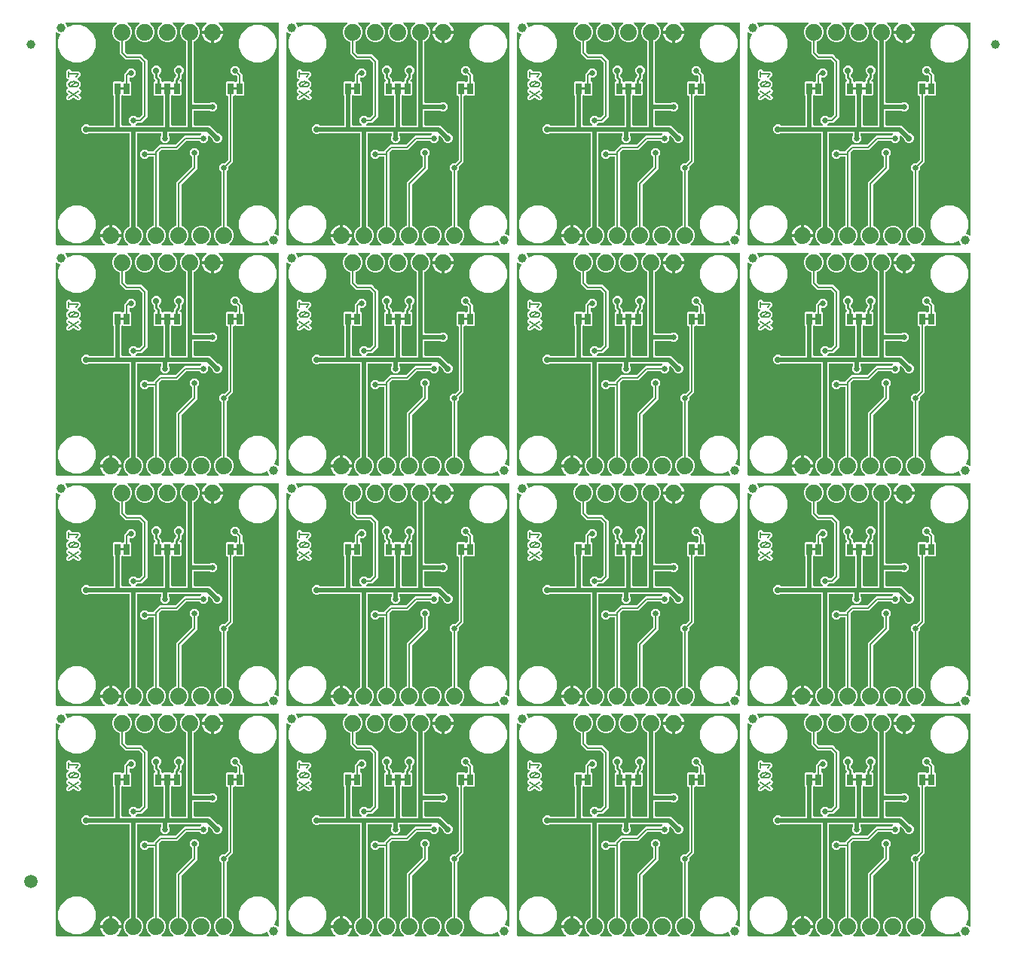
<source format=gbl>
G04 EAGLE Gerber RS-274X export*
G75*
%MOMM*%
%FSLAX34Y34*%
%LPD*%
%INBottom Copper*%
%IPPOS*%
%AMOC8*
5,1,8,0,0,1.08239X$1,22.5*%
G01*
%ADD10C,0.203200*%
%ADD11C,1.879600*%
%ADD12R,0.660400X1.270000*%
%ADD13C,1.000000*%
%ADD14C,1.500000*%
%ADD15C,0.660400*%
%ADD16C,0.736600*%
%ADD17C,0.508000*%
%ADD18C,0.254000*%

G36*
X133129Y519954D02*
X133129Y519954D01*
X133226Y519964D01*
X133250Y519974D01*
X133276Y519978D01*
X133362Y520024D01*
X133451Y520064D01*
X133470Y520081D01*
X133493Y520094D01*
X133560Y520164D01*
X133632Y520230D01*
X133645Y520253D01*
X133663Y520272D01*
X133704Y520360D01*
X133751Y520446D01*
X133755Y520471D01*
X133766Y520495D01*
X133777Y520592D01*
X133794Y520688D01*
X133790Y520714D01*
X133793Y520739D01*
X133773Y520835D01*
X133758Y520931D01*
X133747Y520954D01*
X133741Y520980D01*
X133691Y521063D01*
X133647Y521150D01*
X133628Y521169D01*
X133615Y521191D01*
X133541Y521254D01*
X133471Y521323D01*
X133443Y521338D01*
X133428Y521351D01*
X133397Y521363D01*
X133382Y521371D01*
X130225Y524529D01*
X128523Y528637D01*
X128523Y533083D01*
X130225Y537191D01*
X133369Y540335D01*
X136435Y541605D01*
X136534Y541667D01*
X136635Y541727D01*
X136639Y541732D01*
X136644Y541735D01*
X136719Y541825D01*
X136795Y541914D01*
X136797Y541920D01*
X136801Y541924D01*
X136843Y542033D01*
X136887Y542142D01*
X136888Y542149D01*
X136889Y542154D01*
X136890Y542172D01*
X136905Y542309D01*
X136905Y590438D01*
X154462Y607995D01*
X154515Y608069D01*
X154575Y608138D01*
X154587Y608168D01*
X154606Y608194D01*
X154633Y608281D01*
X154667Y608366D01*
X154671Y608407D01*
X154678Y608429D01*
X154677Y608462D01*
X154685Y608533D01*
X154685Y619118D01*
X154671Y619208D01*
X154663Y619299D01*
X154651Y619329D01*
X154646Y619361D01*
X154603Y619442D01*
X154567Y619525D01*
X154541Y619558D01*
X154530Y619578D01*
X154507Y619600D01*
X154462Y619656D01*
X152399Y621719D01*
X152399Y625929D01*
X155375Y628905D01*
X159585Y628905D01*
X162561Y625929D01*
X162561Y621719D01*
X160498Y619656D01*
X160445Y619583D01*
X160385Y619513D01*
X160373Y619483D01*
X160354Y619457D01*
X160327Y619370D01*
X160293Y619285D01*
X160289Y619244D01*
X160282Y619222D01*
X160283Y619189D01*
X160275Y619118D01*
X160275Y605902D01*
X142718Y588345D01*
X142665Y588271D01*
X142605Y588202D01*
X142593Y588172D01*
X142574Y588146D01*
X142547Y588059D01*
X142513Y587974D01*
X142509Y587933D01*
X142502Y587911D01*
X142503Y587878D01*
X142495Y587807D01*
X142495Y542309D01*
X142514Y542194D01*
X142531Y542078D01*
X142533Y542072D01*
X142534Y542066D01*
X142589Y541963D01*
X142642Y541858D01*
X142647Y541854D01*
X142650Y541849D01*
X142734Y541769D01*
X142818Y541686D01*
X142824Y541683D01*
X142828Y541679D01*
X142845Y541671D01*
X142965Y541605D01*
X146031Y540335D01*
X149175Y537191D01*
X150877Y533083D01*
X150877Y528637D01*
X149175Y524529D01*
X146007Y521361D01*
X145993Y521352D01*
X145907Y521306D01*
X145889Y521288D01*
X145867Y521274D01*
X145804Y521199D01*
X145737Y521128D01*
X145726Y521104D01*
X145710Y521084D01*
X145675Y520993D01*
X145634Y520905D01*
X145631Y520879D01*
X145622Y520855D01*
X145617Y520757D01*
X145607Y520661D01*
X145612Y520635D01*
X145611Y520609D01*
X145638Y520515D01*
X145659Y520420D01*
X145672Y520398D01*
X145680Y520373D01*
X145735Y520293D01*
X145785Y520209D01*
X145805Y520192D01*
X145820Y520171D01*
X145898Y520113D01*
X145972Y520049D01*
X145996Y520039D01*
X146017Y520024D01*
X146110Y519994D01*
X146200Y519957D01*
X146233Y519954D01*
X146251Y519948D01*
X146284Y519948D01*
X146367Y519939D01*
X158433Y519939D01*
X158529Y519954D01*
X158626Y519964D01*
X158650Y519974D01*
X158676Y519978D01*
X158762Y520024D01*
X158851Y520064D01*
X158870Y520081D01*
X158893Y520094D01*
X158960Y520164D01*
X159032Y520230D01*
X159045Y520253D01*
X159063Y520272D01*
X159104Y520360D01*
X159151Y520446D01*
X159155Y520471D01*
X159166Y520495D01*
X159177Y520592D01*
X159194Y520688D01*
X159190Y520714D01*
X159193Y520739D01*
X159173Y520835D01*
X159158Y520931D01*
X159147Y520954D01*
X159141Y520980D01*
X159091Y521063D01*
X159047Y521150D01*
X159028Y521169D01*
X159015Y521191D01*
X158941Y521254D01*
X158871Y521323D01*
X158843Y521338D01*
X158828Y521351D01*
X158797Y521363D01*
X158782Y521371D01*
X155625Y524529D01*
X153923Y528637D01*
X153923Y533083D01*
X155625Y537191D01*
X158769Y540335D01*
X162877Y542037D01*
X167323Y542037D01*
X171431Y540335D01*
X174575Y537191D01*
X176277Y533083D01*
X176277Y528637D01*
X174575Y524529D01*
X171407Y521361D01*
X171393Y521352D01*
X171307Y521306D01*
X171289Y521288D01*
X171267Y521274D01*
X171204Y521199D01*
X171137Y521128D01*
X171126Y521104D01*
X171110Y521084D01*
X171075Y520993D01*
X171034Y520905D01*
X171031Y520879D01*
X171022Y520855D01*
X171017Y520757D01*
X171007Y520661D01*
X171012Y520635D01*
X171011Y520609D01*
X171038Y520515D01*
X171059Y520420D01*
X171072Y520398D01*
X171080Y520373D01*
X171135Y520293D01*
X171185Y520209D01*
X171205Y520192D01*
X171220Y520171D01*
X171298Y520113D01*
X171372Y520049D01*
X171396Y520039D01*
X171417Y520024D01*
X171510Y519994D01*
X171600Y519957D01*
X171633Y519954D01*
X171651Y519948D01*
X171684Y519948D01*
X171767Y519939D01*
X183833Y519939D01*
X183929Y519954D01*
X184026Y519964D01*
X184050Y519974D01*
X184076Y519978D01*
X184162Y520024D01*
X184251Y520064D01*
X184270Y520081D01*
X184293Y520094D01*
X184360Y520164D01*
X184432Y520230D01*
X184445Y520253D01*
X184463Y520272D01*
X184504Y520360D01*
X184551Y520446D01*
X184555Y520471D01*
X184566Y520495D01*
X184577Y520592D01*
X184594Y520688D01*
X184590Y520714D01*
X184593Y520739D01*
X184573Y520835D01*
X184558Y520931D01*
X184547Y520954D01*
X184541Y520980D01*
X184491Y521063D01*
X184447Y521150D01*
X184428Y521169D01*
X184415Y521191D01*
X184341Y521254D01*
X184271Y521323D01*
X184243Y521338D01*
X184228Y521351D01*
X184197Y521363D01*
X184182Y521371D01*
X181025Y524529D01*
X179323Y528637D01*
X179323Y533083D01*
X181025Y537191D01*
X184169Y540335D01*
X187235Y541605D01*
X187334Y541667D01*
X187435Y541727D01*
X187439Y541732D01*
X187444Y541735D01*
X187519Y541825D01*
X187595Y541914D01*
X187597Y541920D01*
X187601Y541924D01*
X187643Y542033D01*
X187687Y542142D01*
X187688Y542149D01*
X187689Y542154D01*
X187690Y542172D01*
X187705Y542309D01*
X187705Y602354D01*
X187691Y602444D01*
X187683Y602535D01*
X187671Y602565D01*
X187666Y602597D01*
X187623Y602678D01*
X187587Y602761D01*
X187561Y602794D01*
X187550Y602814D01*
X187527Y602836D01*
X187482Y602892D01*
X185419Y604955D01*
X185419Y609165D01*
X188395Y612141D01*
X191313Y612141D01*
X191403Y612155D01*
X191494Y612163D01*
X191524Y612175D01*
X191556Y612180D01*
X191636Y612223D01*
X191720Y612259D01*
X191752Y612285D01*
X191773Y612296D01*
X191795Y612319D01*
X191851Y612364D01*
X194975Y615488D01*
X195028Y615562D01*
X195088Y615631D01*
X195100Y615661D01*
X195119Y615687D01*
X195146Y615774D01*
X195180Y615859D01*
X195184Y615900D01*
X195191Y615922D01*
X195190Y615955D01*
X195198Y616026D01*
X195198Y687070D01*
X195195Y687090D01*
X195197Y687109D01*
X195175Y687211D01*
X195159Y687313D01*
X195149Y687330D01*
X195145Y687350D01*
X195092Y687439D01*
X195043Y687530D01*
X195029Y687544D01*
X195019Y687561D01*
X194940Y687628D01*
X194865Y687700D01*
X194847Y687708D01*
X194832Y687721D01*
X194736Y687760D01*
X194642Y687803D01*
X194622Y687805D01*
X194604Y687813D01*
X194437Y687831D01*
X193954Y687831D01*
X192912Y688873D01*
X192912Y703047D01*
X193954Y704089D01*
X202032Y704089D01*
X202662Y703459D01*
X202678Y703447D01*
X202690Y703432D01*
X202778Y703376D01*
X202861Y703315D01*
X202880Y703309D01*
X202897Y703299D01*
X202998Y703273D01*
X203097Y703243D01*
X203116Y703243D01*
X203136Y703239D01*
X203239Y703247D01*
X203342Y703249D01*
X203361Y703256D01*
X203381Y703258D01*
X203476Y703298D01*
X203573Y703334D01*
X203589Y703346D01*
X203607Y703354D01*
X203738Y703459D01*
X204368Y704089D01*
X204851Y704089D01*
X204871Y704092D01*
X204890Y704090D01*
X204992Y704112D01*
X205094Y704128D01*
X205111Y704138D01*
X205131Y704142D01*
X205220Y704195D01*
X205311Y704244D01*
X205325Y704258D01*
X205342Y704268D01*
X205409Y704347D01*
X205481Y704422D01*
X205489Y704440D01*
X205502Y704455D01*
X205541Y704551D01*
X205584Y704645D01*
X205586Y704665D01*
X205594Y704683D01*
X205612Y704850D01*
X205612Y709600D01*
X205598Y709690D01*
X205590Y709781D01*
X205578Y709811D01*
X205573Y709843D01*
X205530Y709923D01*
X205494Y710007D01*
X205468Y710039D01*
X205457Y710060D01*
X205434Y710082D01*
X205389Y710138D01*
X204551Y710976D01*
X204477Y711029D01*
X204408Y711089D01*
X204378Y711101D01*
X204352Y711120D01*
X204265Y711147D01*
X204180Y711181D01*
X204139Y711185D01*
X204117Y711192D01*
X204084Y711191D01*
X204013Y711199D01*
X201095Y711199D01*
X198119Y714175D01*
X198119Y718385D01*
X201095Y721361D01*
X205305Y721361D01*
X208281Y718385D01*
X208281Y715467D01*
X208295Y715377D01*
X208303Y715286D01*
X208315Y715256D01*
X208320Y715224D01*
X208363Y715144D01*
X208399Y715060D01*
X208425Y715028D01*
X208436Y715007D01*
X208459Y714985D01*
X208504Y714929D01*
X211202Y712231D01*
X211202Y704850D01*
X211205Y704830D01*
X211203Y704811D01*
X211225Y704709D01*
X211241Y704607D01*
X211251Y704590D01*
X211255Y704570D01*
X211308Y704481D01*
X211357Y704390D01*
X211371Y704376D01*
X211381Y704359D01*
X211460Y704292D01*
X211535Y704220D01*
X211553Y704212D01*
X211568Y704199D01*
X211664Y704160D01*
X211758Y704117D01*
X211778Y704115D01*
X211796Y704107D01*
X211963Y704089D01*
X212446Y704089D01*
X213488Y703047D01*
X213488Y688873D01*
X212446Y687831D01*
X204368Y687831D01*
X203738Y688461D01*
X203722Y688473D01*
X203710Y688488D01*
X203622Y688544D01*
X203539Y688605D01*
X203520Y688611D01*
X203503Y688621D01*
X203402Y688647D01*
X203303Y688677D01*
X203284Y688677D01*
X203264Y688681D01*
X203161Y688673D01*
X203058Y688671D01*
X203039Y688664D01*
X203019Y688662D01*
X202924Y688622D01*
X202827Y688586D01*
X202811Y688574D01*
X202793Y688566D01*
X202662Y688461D01*
X202032Y687831D01*
X201549Y687831D01*
X201529Y687828D01*
X201510Y687830D01*
X201408Y687808D01*
X201306Y687792D01*
X201289Y687782D01*
X201269Y687778D01*
X201180Y687725D01*
X201089Y687676D01*
X201075Y687662D01*
X201058Y687652D01*
X200991Y687573D01*
X200919Y687498D01*
X200911Y687480D01*
X200898Y687465D01*
X200859Y687369D01*
X200816Y687275D01*
X200814Y687255D01*
X200806Y687237D01*
X200788Y687070D01*
X200788Y613395D01*
X195804Y608411D01*
X195751Y608337D01*
X195691Y608268D01*
X195679Y608238D01*
X195660Y608212D01*
X195633Y608125D01*
X195599Y608040D01*
X195595Y607999D01*
X195588Y607977D01*
X195589Y607944D01*
X195581Y607873D01*
X195581Y604955D01*
X193518Y602892D01*
X193465Y602819D01*
X193405Y602749D01*
X193393Y602719D01*
X193374Y602693D01*
X193347Y602606D01*
X193313Y602521D01*
X193309Y602480D01*
X193302Y602458D01*
X193303Y602425D01*
X193295Y602354D01*
X193295Y542309D01*
X193314Y542194D01*
X193331Y542078D01*
X193333Y542072D01*
X193334Y542066D01*
X193389Y541963D01*
X193442Y541858D01*
X193447Y541854D01*
X193450Y541849D01*
X193534Y541769D01*
X193618Y541686D01*
X193624Y541683D01*
X193628Y541679D01*
X193645Y541671D01*
X193765Y541605D01*
X196831Y540335D01*
X199975Y537191D01*
X201677Y533083D01*
X201677Y528637D01*
X199975Y524529D01*
X196807Y521361D01*
X196793Y521352D01*
X196707Y521306D01*
X196689Y521288D01*
X196667Y521274D01*
X196604Y521199D01*
X196537Y521128D01*
X196526Y521104D01*
X196510Y521084D01*
X196475Y520993D01*
X196434Y520905D01*
X196431Y520879D01*
X196422Y520855D01*
X196417Y520757D01*
X196407Y520661D01*
X196412Y520635D01*
X196411Y520609D01*
X196438Y520515D01*
X196459Y520420D01*
X196472Y520398D01*
X196480Y520373D01*
X196535Y520293D01*
X196585Y520209D01*
X196605Y520192D01*
X196620Y520171D01*
X196698Y520113D01*
X196772Y520049D01*
X196796Y520039D01*
X196817Y520024D01*
X196910Y519994D01*
X197000Y519957D01*
X197033Y519954D01*
X197051Y519948D01*
X197084Y519948D01*
X197167Y519939D01*
X240797Y519939D01*
X240868Y519950D01*
X240939Y519952D01*
X240988Y519970D01*
X241040Y519978D01*
X241103Y520012D01*
X241170Y520037D01*
X241211Y520069D01*
X241257Y520094D01*
X241306Y520146D01*
X241362Y520190D01*
X241391Y520234D01*
X241426Y520272D01*
X241457Y520337D01*
X241495Y520397D01*
X241508Y520448D01*
X241530Y520495D01*
X241538Y520566D01*
X241555Y520636D01*
X241551Y520688D01*
X241557Y520739D01*
X241542Y520810D01*
X241536Y520881D01*
X241516Y520929D01*
X241505Y520980D01*
X241468Y521041D01*
X241440Y521107D01*
X241395Y521163D01*
X241379Y521191D01*
X241361Y521206D01*
X241335Y521238D01*
X240633Y521940D01*
X239587Y524467D01*
X239576Y524484D01*
X239571Y524503D01*
X239512Y524588D01*
X239457Y524676D01*
X239442Y524689D01*
X239430Y524705D01*
X239347Y524767D01*
X239267Y524833D01*
X239249Y524840D01*
X239233Y524852D01*
X239134Y524884D01*
X239038Y524921D01*
X239018Y524922D01*
X238999Y524928D01*
X238895Y524927D01*
X238792Y524932D01*
X238773Y524926D01*
X238753Y524926D01*
X238592Y524879D01*
X232794Y522477D01*
X224406Y522477D01*
X216658Y525687D01*
X210727Y531618D01*
X207517Y539366D01*
X207517Y547754D01*
X210727Y555502D01*
X216658Y561433D01*
X224406Y564643D01*
X232794Y564643D01*
X240542Y561433D01*
X246473Y555502D01*
X249683Y547754D01*
X249683Y539366D01*
X247281Y533568D01*
X247276Y533549D01*
X247267Y533531D01*
X247248Y533429D01*
X247225Y533329D01*
X247227Y533309D01*
X247223Y533289D01*
X247238Y533187D01*
X247248Y533084D01*
X247256Y533065D01*
X247259Y533046D01*
X247306Y532953D01*
X247348Y532859D01*
X247361Y532844D01*
X247370Y532827D01*
X247444Y532754D01*
X247514Y532678D01*
X247532Y532668D01*
X247546Y532654D01*
X247693Y532573D01*
X250220Y531527D01*
X250732Y531014D01*
X250790Y530973D01*
X250842Y530923D01*
X250890Y530901D01*
X250932Y530871D01*
X251000Y530850D01*
X251065Y530820D01*
X251117Y530814D01*
X251167Y530798D01*
X251239Y530800D01*
X251309Y530792D01*
X251361Y530803D01*
X251413Y530805D01*
X251480Y530829D01*
X251550Y530844D01*
X251595Y530871D01*
X251644Y530889D01*
X251700Y530934D01*
X251761Y530970D01*
X251795Y531010D01*
X251836Y531043D01*
X251875Y531103D01*
X251921Y531157D01*
X251941Y531206D01*
X251969Y531250D01*
X251987Y531319D01*
X252013Y531385D01*
X252021Y531457D01*
X252029Y531488D01*
X252027Y531511D01*
X252032Y531552D01*
X252219Y769619D01*
X252216Y769639D01*
X252218Y769659D01*
X252196Y769760D01*
X252180Y769862D01*
X252170Y769880D01*
X252166Y769900D01*
X252113Y769988D01*
X252065Y770080D01*
X252050Y770094D01*
X252040Y770111D01*
X251961Y770178D01*
X251887Y770249D01*
X251868Y770258D01*
X251853Y770271D01*
X251757Y770309D01*
X251664Y770353D01*
X251644Y770355D01*
X251625Y770363D01*
X251458Y770381D01*
X185422Y770381D01*
X185415Y770380D01*
X185407Y770381D01*
X185293Y770360D01*
X185180Y770342D01*
X185173Y770338D01*
X185165Y770336D01*
X185064Y770280D01*
X184962Y770226D01*
X184957Y770221D01*
X184950Y770217D01*
X184872Y770132D01*
X184793Y770048D01*
X184790Y770041D01*
X184784Y770035D01*
X184738Y769929D01*
X184689Y769825D01*
X184688Y769817D01*
X184685Y769810D01*
X184675Y769695D01*
X184662Y769581D01*
X184664Y769573D01*
X184663Y769565D01*
X184690Y769452D01*
X184714Y769340D01*
X184719Y769333D01*
X184720Y769326D01*
X184782Y769227D01*
X184841Y769129D01*
X184847Y769124D01*
X184851Y769117D01*
X184975Y769004D01*
X185578Y768566D01*
X186906Y767238D01*
X188011Y765717D01*
X188864Y764043D01*
X189445Y762256D01*
X189646Y760983D01*
X178562Y760983D01*
X178542Y760980D01*
X178523Y760982D01*
X178421Y760960D01*
X178319Y760943D01*
X178302Y760934D01*
X178282Y760930D01*
X178193Y760877D01*
X178102Y760828D01*
X178088Y760814D01*
X178071Y760804D01*
X178004Y760725D01*
X177933Y760650D01*
X177924Y760632D01*
X177911Y760617D01*
X177873Y760521D01*
X177829Y760427D01*
X177827Y760407D01*
X177819Y760389D01*
X177801Y760222D01*
X177801Y759459D01*
X177799Y759459D01*
X177799Y760222D01*
X177796Y760242D01*
X177798Y760261D01*
X177776Y760363D01*
X177759Y760465D01*
X177750Y760482D01*
X177746Y760502D01*
X177693Y760591D01*
X177644Y760682D01*
X177630Y760696D01*
X177620Y760713D01*
X177541Y760780D01*
X177466Y760851D01*
X177448Y760860D01*
X177433Y760873D01*
X177337Y760912D01*
X177243Y760955D01*
X177223Y760957D01*
X177205Y760965D01*
X177038Y760983D01*
X165954Y760983D01*
X166155Y762256D01*
X166736Y764043D01*
X167589Y765717D01*
X168694Y767238D01*
X170022Y768566D01*
X170625Y769004D01*
X170631Y769010D01*
X170638Y769014D01*
X170717Y769097D01*
X170798Y769179D01*
X170802Y769186D01*
X170807Y769192D01*
X170855Y769296D01*
X170906Y769400D01*
X170907Y769408D01*
X170911Y769415D01*
X170923Y769529D01*
X170938Y769644D01*
X170937Y769652D01*
X170938Y769659D01*
X170913Y769772D01*
X170891Y769885D01*
X170887Y769892D01*
X170886Y769900D01*
X170826Y769999D01*
X170769Y770099D01*
X170763Y770104D01*
X170759Y770111D01*
X170671Y770186D01*
X170586Y770263D01*
X170579Y770266D01*
X170572Y770271D01*
X170465Y770314D01*
X170360Y770359D01*
X170352Y770360D01*
X170344Y770363D01*
X170178Y770381D01*
X159067Y770381D01*
X158971Y770366D01*
X158874Y770356D01*
X158850Y770346D01*
X158824Y770342D01*
X158738Y770296D01*
X158649Y770256D01*
X158630Y770239D01*
X158607Y770226D01*
X158540Y770156D01*
X158468Y770090D01*
X158455Y770067D01*
X158437Y770048D01*
X158396Y769960D01*
X158349Y769874D01*
X158345Y769849D01*
X158334Y769825D01*
X158323Y769728D01*
X158306Y769632D01*
X158310Y769606D01*
X158307Y769581D01*
X158327Y769485D01*
X158342Y769389D01*
X158353Y769366D01*
X158359Y769340D01*
X158409Y769257D01*
X158453Y769170D01*
X158472Y769151D01*
X158485Y769129D01*
X158559Y769066D01*
X158629Y768997D01*
X158657Y768982D01*
X158672Y768969D01*
X158703Y768957D01*
X158718Y768949D01*
X161875Y765791D01*
X163577Y761683D01*
X163577Y757237D01*
X161875Y753129D01*
X158731Y749985D01*
X157189Y749346D01*
X157089Y749284D01*
X156989Y749224D01*
X156985Y749220D01*
X156980Y749216D01*
X156905Y749126D01*
X156829Y749037D01*
X156827Y749032D01*
X156823Y749027D01*
X156781Y748918D01*
X156737Y748809D01*
X156736Y748802D01*
X156735Y748797D01*
X156734Y748779D01*
X156719Y748643D01*
X156719Y680720D01*
X156722Y680700D01*
X156720Y680681D01*
X156742Y680579D01*
X156758Y680477D01*
X156768Y680460D01*
X156772Y680440D01*
X156825Y680351D01*
X156874Y680260D01*
X156888Y680246D01*
X156898Y680229D01*
X156977Y680162D01*
X157052Y680090D01*
X157070Y680082D01*
X157085Y680069D01*
X157181Y680030D01*
X157275Y679987D01*
X157295Y679985D01*
X157313Y679977D01*
X157480Y679959D01*
X174618Y679959D01*
X174708Y679973D01*
X174799Y679981D01*
X174829Y679993D01*
X174861Y679998D01*
X174942Y680041D01*
X175025Y680077D01*
X175058Y680103D01*
X175078Y680114D01*
X175100Y680137D01*
X175156Y680182D01*
X175695Y680721D01*
X179905Y680721D01*
X182881Y677745D01*
X182881Y673535D01*
X179905Y670559D01*
X175695Y670559D01*
X175156Y671098D01*
X175083Y671151D01*
X175013Y671211D01*
X174983Y671223D01*
X174957Y671242D01*
X174870Y671269D01*
X174785Y671303D01*
X174744Y671307D01*
X174722Y671314D01*
X174689Y671313D01*
X174618Y671321D01*
X157480Y671321D01*
X157460Y671318D01*
X157441Y671320D01*
X157339Y671298D01*
X157237Y671282D01*
X157220Y671272D01*
X157200Y671268D01*
X157111Y671215D01*
X157020Y671166D01*
X157006Y671152D01*
X156989Y671142D01*
X156922Y671063D01*
X156850Y670988D01*
X156842Y670970D01*
X156829Y670955D01*
X156790Y670859D01*
X156747Y670765D01*
X156745Y670745D01*
X156737Y670727D01*
X156719Y670560D01*
X156719Y655320D01*
X156722Y655300D01*
X156720Y655281D01*
X156742Y655179D01*
X156758Y655077D01*
X156768Y655060D01*
X156772Y655040D01*
X156825Y654951D01*
X156874Y654860D01*
X156888Y654846D01*
X156898Y654829D01*
X156977Y654762D01*
X157052Y654690D01*
X157070Y654682D01*
X157085Y654669D01*
X157181Y654630D01*
X157275Y654587D01*
X157295Y654585D01*
X157313Y654577D01*
X157480Y654559D01*
X174509Y654559D01*
X183303Y645765D01*
X183377Y645712D01*
X183446Y645652D01*
X183476Y645640D01*
X183503Y645621D01*
X183590Y645594D01*
X183674Y645560D01*
X183715Y645556D01*
X183738Y645549D01*
X183770Y645550D01*
X183841Y645542D01*
X183966Y645542D01*
X185974Y644710D01*
X187510Y643174D01*
X188342Y641166D01*
X188342Y638994D01*
X187510Y636986D01*
X185974Y635450D01*
X183966Y634618D01*
X181794Y634618D01*
X179786Y635450D01*
X178250Y636986D01*
X177418Y638994D01*
X177418Y639119D01*
X177404Y639209D01*
X177396Y639300D01*
X177384Y639330D01*
X177379Y639362D01*
X177336Y639442D01*
X177300Y639526D01*
X177274Y639558D01*
X177263Y639579D01*
X177240Y639601D01*
X177195Y639657D01*
X174020Y642832D01*
X173962Y642874D01*
X173910Y642923D01*
X173863Y642945D01*
X173821Y642976D01*
X173752Y642997D01*
X173687Y643027D01*
X173635Y643033D01*
X173585Y643048D01*
X173514Y643046D01*
X173443Y643054D01*
X173392Y643043D01*
X173340Y643042D01*
X173272Y643017D01*
X173202Y643002D01*
X173157Y642975D01*
X173109Y642957D01*
X173053Y642912D01*
X172991Y642876D01*
X172957Y642836D01*
X172917Y642804D01*
X172878Y642743D01*
X172831Y642689D01*
X172812Y642640D01*
X172784Y642597D01*
X172766Y642527D01*
X172739Y642461D01*
X172731Y642389D01*
X172723Y642358D01*
X172725Y642335D01*
X172721Y642294D01*
X172721Y637975D01*
X169745Y634999D01*
X165535Y634999D01*
X163472Y637062D01*
X163398Y637115D01*
X163329Y637175D01*
X163299Y637187D01*
X163273Y637206D01*
X163186Y637233D01*
X163101Y637267D01*
X163060Y637271D01*
X163038Y637278D01*
X163005Y637277D01*
X162934Y637285D01*
X148793Y637285D01*
X148703Y637271D01*
X148612Y637263D01*
X148582Y637251D01*
X148550Y637246D01*
X148470Y637203D01*
X148386Y637167D01*
X148354Y637141D01*
X148333Y637130D01*
X148311Y637107D01*
X148255Y637062D01*
X138318Y627125D01*
X120853Y627125D01*
X120763Y627111D01*
X120672Y627103D01*
X120642Y627091D01*
X120610Y627086D01*
X120530Y627043D01*
X120446Y627007D01*
X120413Y626981D01*
X120393Y626970D01*
X120371Y626947D01*
X120315Y626902D01*
X117318Y623905D01*
X117265Y623831D01*
X117205Y623762D01*
X117193Y623732D01*
X117174Y623706D01*
X117147Y623619D01*
X117113Y623534D01*
X117109Y623493D01*
X117102Y623471D01*
X117103Y623438D01*
X117095Y623367D01*
X117095Y542309D01*
X117114Y542194D01*
X117131Y542078D01*
X117133Y542072D01*
X117134Y542066D01*
X117189Y541963D01*
X117242Y541858D01*
X117247Y541854D01*
X117250Y541849D01*
X117334Y541769D01*
X117418Y541686D01*
X117424Y541683D01*
X117428Y541679D01*
X117445Y541671D01*
X117565Y541605D01*
X120631Y540335D01*
X123775Y537191D01*
X125477Y533083D01*
X125477Y528637D01*
X123775Y524529D01*
X120607Y521361D01*
X120593Y521352D01*
X120507Y521306D01*
X120489Y521288D01*
X120467Y521274D01*
X120405Y521199D01*
X120337Y521128D01*
X120326Y521104D01*
X120310Y521084D01*
X120275Y520993D01*
X120234Y520905D01*
X120231Y520879D01*
X120222Y520855D01*
X120218Y520757D01*
X120207Y520661D01*
X120212Y520635D01*
X120211Y520609D01*
X120238Y520516D01*
X120259Y520420D01*
X120272Y520398D01*
X120280Y520373D01*
X120335Y520293D01*
X120385Y520209D01*
X120405Y520192D01*
X120420Y520171D01*
X120498Y520113D01*
X120572Y520049D01*
X120596Y520039D01*
X120617Y520024D01*
X120710Y519994D01*
X120800Y519957D01*
X120833Y519954D01*
X120851Y519948D01*
X120884Y519948D01*
X120967Y519939D01*
X133033Y519939D01*
X133129Y519954D01*
G37*
G36*
X133129Y260874D02*
X133129Y260874D01*
X133226Y260884D01*
X133250Y260894D01*
X133276Y260898D01*
X133362Y260944D01*
X133451Y260984D01*
X133470Y261001D01*
X133493Y261014D01*
X133560Y261084D01*
X133632Y261150D01*
X133645Y261173D01*
X133663Y261192D01*
X133704Y261280D01*
X133751Y261366D01*
X133755Y261391D01*
X133766Y261415D01*
X133777Y261512D01*
X133794Y261608D01*
X133790Y261634D01*
X133793Y261659D01*
X133773Y261755D01*
X133758Y261851D01*
X133747Y261874D01*
X133741Y261900D01*
X133691Y261983D01*
X133647Y262070D01*
X133628Y262089D01*
X133615Y262111D01*
X133541Y262174D01*
X133471Y262243D01*
X133443Y262258D01*
X133428Y262271D01*
X133397Y262283D01*
X133382Y262291D01*
X130225Y265449D01*
X128523Y269557D01*
X128523Y274003D01*
X130225Y278111D01*
X133369Y281255D01*
X136435Y282525D01*
X136534Y282587D01*
X136635Y282647D01*
X136639Y282652D01*
X136644Y282655D01*
X136719Y282745D01*
X136795Y282834D01*
X136797Y282840D01*
X136801Y282844D01*
X136843Y282953D01*
X136887Y283062D01*
X136888Y283069D01*
X136889Y283074D01*
X136890Y283092D01*
X136905Y283229D01*
X136905Y331358D01*
X154462Y348915D01*
X154515Y348989D01*
X154575Y349058D01*
X154587Y349088D01*
X154606Y349114D01*
X154633Y349201D01*
X154667Y349286D01*
X154671Y349327D01*
X154678Y349349D01*
X154677Y349382D01*
X154685Y349453D01*
X154685Y360038D01*
X154671Y360128D01*
X154663Y360219D01*
X154651Y360249D01*
X154646Y360281D01*
X154603Y360362D01*
X154567Y360446D01*
X154541Y360478D01*
X154530Y360498D01*
X154507Y360520D01*
X154462Y360576D01*
X152399Y362639D01*
X152399Y366849D01*
X155375Y369825D01*
X159585Y369825D01*
X162561Y366849D01*
X162561Y362639D01*
X160498Y360576D01*
X160445Y360502D01*
X160385Y360433D01*
X160373Y360403D01*
X160354Y360377D01*
X160327Y360290D01*
X160293Y360205D01*
X160289Y360164D01*
X160282Y360142D01*
X160283Y360109D01*
X160275Y360038D01*
X160275Y346822D01*
X142718Y329265D01*
X142665Y329191D01*
X142605Y329122D01*
X142593Y329092D01*
X142574Y329066D01*
X142547Y328979D01*
X142513Y328894D01*
X142509Y328853D01*
X142502Y328831D01*
X142503Y328798D01*
X142495Y328727D01*
X142495Y283229D01*
X142514Y283114D01*
X142531Y282998D01*
X142533Y282992D01*
X142534Y282986D01*
X142589Y282883D01*
X142642Y282778D01*
X142647Y282774D01*
X142650Y282769D01*
X142734Y282689D01*
X142818Y282606D01*
X142824Y282603D01*
X142828Y282599D01*
X142845Y282591D01*
X142965Y282525D01*
X146031Y281255D01*
X149175Y278111D01*
X150877Y274003D01*
X150877Y269557D01*
X149175Y265449D01*
X146007Y262281D01*
X145993Y262272D01*
X145907Y262226D01*
X145889Y262208D01*
X145867Y262194D01*
X145804Y262119D01*
X145737Y262048D01*
X145726Y262024D01*
X145710Y262004D01*
X145675Y261913D01*
X145634Y261825D01*
X145631Y261799D01*
X145622Y261775D01*
X145617Y261677D01*
X145607Y261581D01*
X145612Y261555D01*
X145611Y261529D01*
X145638Y261435D01*
X145659Y261340D01*
X145672Y261318D01*
X145680Y261293D01*
X145735Y261213D01*
X145785Y261129D01*
X145805Y261112D01*
X145820Y261091D01*
X145898Y261033D01*
X145972Y260969D01*
X145996Y260959D01*
X146017Y260944D01*
X146110Y260914D01*
X146200Y260877D01*
X146233Y260874D01*
X146251Y260868D01*
X146284Y260868D01*
X146367Y260859D01*
X158433Y260859D01*
X158529Y260874D01*
X158626Y260884D01*
X158650Y260894D01*
X158676Y260898D01*
X158762Y260944D01*
X158851Y260984D01*
X158870Y261001D01*
X158893Y261014D01*
X158960Y261084D01*
X159032Y261150D01*
X159045Y261173D01*
X159063Y261192D01*
X159104Y261280D01*
X159151Y261366D01*
X159155Y261391D01*
X159166Y261415D01*
X159177Y261512D01*
X159194Y261608D01*
X159190Y261634D01*
X159193Y261659D01*
X159173Y261755D01*
X159158Y261851D01*
X159147Y261874D01*
X159141Y261900D01*
X159091Y261983D01*
X159047Y262070D01*
X159028Y262089D01*
X159015Y262111D01*
X158941Y262174D01*
X158871Y262243D01*
X158843Y262258D01*
X158828Y262271D01*
X158797Y262283D01*
X158782Y262291D01*
X155625Y265449D01*
X153923Y269557D01*
X153923Y274003D01*
X155625Y278111D01*
X158769Y281255D01*
X162877Y282957D01*
X167323Y282957D01*
X171431Y281255D01*
X174575Y278111D01*
X176277Y274003D01*
X176277Y269557D01*
X174575Y265449D01*
X171407Y262281D01*
X171393Y262272D01*
X171307Y262226D01*
X171289Y262208D01*
X171267Y262194D01*
X171204Y262119D01*
X171137Y262048D01*
X171126Y262024D01*
X171110Y262004D01*
X171075Y261913D01*
X171034Y261825D01*
X171031Y261799D01*
X171022Y261775D01*
X171017Y261677D01*
X171007Y261581D01*
X171012Y261555D01*
X171011Y261529D01*
X171038Y261435D01*
X171059Y261340D01*
X171072Y261318D01*
X171080Y261293D01*
X171135Y261213D01*
X171185Y261129D01*
X171205Y261112D01*
X171220Y261091D01*
X171298Y261033D01*
X171372Y260969D01*
X171396Y260959D01*
X171417Y260944D01*
X171510Y260914D01*
X171600Y260877D01*
X171633Y260874D01*
X171651Y260868D01*
X171684Y260868D01*
X171767Y260859D01*
X183833Y260859D01*
X183929Y260874D01*
X184026Y260884D01*
X184050Y260894D01*
X184076Y260898D01*
X184162Y260944D01*
X184251Y260984D01*
X184270Y261001D01*
X184293Y261014D01*
X184360Y261084D01*
X184432Y261150D01*
X184445Y261173D01*
X184463Y261192D01*
X184504Y261280D01*
X184551Y261366D01*
X184555Y261391D01*
X184566Y261415D01*
X184577Y261512D01*
X184594Y261608D01*
X184590Y261634D01*
X184593Y261659D01*
X184573Y261755D01*
X184558Y261851D01*
X184547Y261874D01*
X184541Y261900D01*
X184491Y261983D01*
X184447Y262070D01*
X184428Y262089D01*
X184415Y262111D01*
X184341Y262174D01*
X184271Y262243D01*
X184243Y262258D01*
X184228Y262271D01*
X184197Y262283D01*
X184182Y262291D01*
X181025Y265449D01*
X179323Y269557D01*
X179323Y274003D01*
X181025Y278111D01*
X184169Y281255D01*
X187235Y282525D01*
X187334Y282587D01*
X187435Y282647D01*
X187439Y282652D01*
X187444Y282655D01*
X187519Y282745D01*
X187595Y282834D01*
X187597Y282840D01*
X187601Y282844D01*
X187643Y282953D01*
X187687Y283062D01*
X187688Y283069D01*
X187689Y283074D01*
X187690Y283092D01*
X187705Y283229D01*
X187705Y343274D01*
X187691Y343364D01*
X187683Y343455D01*
X187671Y343485D01*
X187666Y343517D01*
X187623Y343598D01*
X187587Y343681D01*
X187561Y343714D01*
X187550Y343734D01*
X187527Y343756D01*
X187482Y343812D01*
X185419Y345875D01*
X185419Y350085D01*
X188395Y353061D01*
X191313Y353061D01*
X191403Y353075D01*
X191494Y353083D01*
X191524Y353095D01*
X191556Y353100D01*
X191636Y353143D01*
X191720Y353179D01*
X191752Y353205D01*
X191773Y353216D01*
X191795Y353239D01*
X191851Y353284D01*
X194975Y356408D01*
X195028Y356482D01*
X195088Y356551D01*
X195100Y356581D01*
X195119Y356607D01*
X195146Y356694D01*
X195180Y356779D01*
X195184Y356820D01*
X195191Y356842D01*
X195190Y356875D01*
X195198Y356946D01*
X195198Y427990D01*
X195195Y428010D01*
X195197Y428029D01*
X195175Y428131D01*
X195159Y428233D01*
X195149Y428250D01*
X195145Y428270D01*
X195092Y428359D01*
X195043Y428450D01*
X195029Y428464D01*
X195019Y428481D01*
X194940Y428548D01*
X194865Y428620D01*
X194847Y428628D01*
X194832Y428641D01*
X194736Y428680D01*
X194642Y428723D01*
X194622Y428725D01*
X194604Y428733D01*
X194437Y428751D01*
X193954Y428751D01*
X192912Y429793D01*
X192912Y443967D01*
X193954Y445009D01*
X202032Y445009D01*
X202662Y444379D01*
X202678Y444367D01*
X202690Y444352D01*
X202778Y444296D01*
X202861Y444235D01*
X202880Y444229D01*
X202897Y444219D01*
X202998Y444193D01*
X203097Y444163D01*
X203116Y444163D01*
X203136Y444159D01*
X203239Y444167D01*
X203342Y444169D01*
X203361Y444176D01*
X203381Y444178D01*
X203476Y444218D01*
X203573Y444254D01*
X203589Y444266D01*
X203607Y444274D01*
X203738Y444379D01*
X204368Y445009D01*
X204851Y445009D01*
X204871Y445012D01*
X204890Y445010D01*
X204992Y445032D01*
X205094Y445048D01*
X205111Y445058D01*
X205131Y445062D01*
X205220Y445115D01*
X205311Y445164D01*
X205325Y445178D01*
X205342Y445188D01*
X205409Y445267D01*
X205481Y445342D01*
X205489Y445360D01*
X205502Y445375D01*
X205541Y445471D01*
X205584Y445565D01*
X205586Y445585D01*
X205594Y445603D01*
X205612Y445770D01*
X205612Y450520D01*
X205598Y450610D01*
X205590Y450701D01*
X205578Y450731D01*
X205573Y450763D01*
X205530Y450843D01*
X205494Y450927D01*
X205468Y450959D01*
X205457Y450980D01*
X205434Y451002D01*
X205389Y451058D01*
X204551Y451896D01*
X204477Y451949D01*
X204408Y452009D01*
X204378Y452021D01*
X204352Y452040D01*
X204265Y452067D01*
X204180Y452101D01*
X204139Y452105D01*
X204117Y452112D01*
X204084Y452111D01*
X204013Y452119D01*
X201095Y452119D01*
X198119Y455095D01*
X198119Y459305D01*
X201095Y462281D01*
X205305Y462281D01*
X208281Y459305D01*
X208281Y456387D01*
X208295Y456297D01*
X208303Y456206D01*
X208315Y456176D01*
X208320Y456144D01*
X208363Y456064D01*
X208399Y455980D01*
X208425Y455948D01*
X208436Y455927D01*
X208459Y455905D01*
X208504Y455849D01*
X211202Y453151D01*
X211202Y445770D01*
X211205Y445750D01*
X211203Y445731D01*
X211225Y445629D01*
X211241Y445527D01*
X211251Y445510D01*
X211255Y445490D01*
X211308Y445401D01*
X211357Y445310D01*
X211371Y445296D01*
X211381Y445279D01*
X211460Y445212D01*
X211535Y445140D01*
X211553Y445132D01*
X211568Y445119D01*
X211664Y445080D01*
X211758Y445037D01*
X211778Y445035D01*
X211796Y445027D01*
X211963Y445009D01*
X212446Y445009D01*
X213488Y443967D01*
X213488Y429793D01*
X212446Y428751D01*
X204368Y428751D01*
X203738Y429381D01*
X203722Y429393D01*
X203710Y429408D01*
X203622Y429464D01*
X203539Y429525D01*
X203520Y429531D01*
X203503Y429541D01*
X203402Y429567D01*
X203303Y429597D01*
X203284Y429597D01*
X203264Y429601D01*
X203161Y429593D01*
X203058Y429591D01*
X203039Y429584D01*
X203019Y429582D01*
X202924Y429542D01*
X202827Y429506D01*
X202811Y429494D01*
X202793Y429486D01*
X202662Y429381D01*
X202032Y428751D01*
X201549Y428751D01*
X201529Y428748D01*
X201510Y428750D01*
X201408Y428728D01*
X201306Y428712D01*
X201289Y428702D01*
X201269Y428698D01*
X201180Y428645D01*
X201089Y428596D01*
X201075Y428582D01*
X201058Y428572D01*
X200991Y428493D01*
X200919Y428418D01*
X200911Y428400D01*
X200898Y428385D01*
X200859Y428289D01*
X200816Y428195D01*
X200814Y428175D01*
X200806Y428157D01*
X200788Y427990D01*
X200788Y354315D01*
X195804Y349331D01*
X195751Y349257D01*
X195691Y349188D01*
X195679Y349158D01*
X195660Y349132D01*
X195633Y349045D01*
X195599Y348960D01*
X195595Y348919D01*
X195588Y348897D01*
X195589Y348864D01*
X195581Y348793D01*
X195581Y345875D01*
X193518Y343812D01*
X193465Y343739D01*
X193405Y343669D01*
X193393Y343639D01*
X193374Y343613D01*
X193347Y343526D01*
X193313Y343441D01*
X193309Y343400D01*
X193302Y343378D01*
X193303Y343345D01*
X193295Y343274D01*
X193295Y283229D01*
X193314Y283114D01*
X193331Y282998D01*
X193333Y282992D01*
X193334Y282986D01*
X193389Y282883D01*
X193442Y282778D01*
X193447Y282774D01*
X193450Y282769D01*
X193534Y282689D01*
X193618Y282606D01*
X193624Y282603D01*
X193628Y282599D01*
X193645Y282591D01*
X193765Y282525D01*
X196831Y281255D01*
X199975Y278111D01*
X201677Y274003D01*
X201677Y269557D01*
X199975Y265449D01*
X196807Y262281D01*
X196793Y262272D01*
X196707Y262226D01*
X196689Y262208D01*
X196667Y262194D01*
X196604Y262119D01*
X196537Y262048D01*
X196526Y262024D01*
X196510Y262004D01*
X196475Y261913D01*
X196434Y261825D01*
X196431Y261799D01*
X196422Y261775D01*
X196417Y261677D01*
X196407Y261581D01*
X196412Y261555D01*
X196411Y261529D01*
X196438Y261435D01*
X196459Y261340D01*
X196472Y261318D01*
X196480Y261293D01*
X196535Y261213D01*
X196585Y261129D01*
X196605Y261112D01*
X196620Y261091D01*
X196698Y261033D01*
X196772Y260969D01*
X196796Y260959D01*
X196817Y260944D01*
X196910Y260914D01*
X197000Y260877D01*
X197033Y260874D01*
X197051Y260868D01*
X197084Y260868D01*
X197167Y260859D01*
X240797Y260859D01*
X240868Y260870D01*
X240939Y260872D01*
X240988Y260890D01*
X241040Y260898D01*
X241103Y260932D01*
X241170Y260957D01*
X241211Y260989D01*
X241257Y261014D01*
X241306Y261066D01*
X241362Y261110D01*
X241391Y261154D01*
X241426Y261192D01*
X241457Y261257D01*
X241495Y261317D01*
X241508Y261368D01*
X241530Y261415D01*
X241538Y261486D01*
X241555Y261556D01*
X241551Y261608D01*
X241557Y261659D01*
X241542Y261730D01*
X241536Y261801D01*
X241516Y261849D01*
X241505Y261900D01*
X241468Y261961D01*
X241440Y262027D01*
X241395Y262083D01*
X241379Y262111D01*
X241361Y262126D01*
X241335Y262158D01*
X240633Y262860D01*
X239587Y265387D01*
X239576Y265404D01*
X239571Y265423D01*
X239512Y265508D01*
X239457Y265596D01*
X239442Y265609D01*
X239430Y265625D01*
X239347Y265687D01*
X239267Y265753D01*
X239249Y265760D01*
X239233Y265772D01*
X239134Y265804D01*
X239038Y265841D01*
X239018Y265842D01*
X238999Y265848D01*
X238895Y265847D01*
X238792Y265852D01*
X238773Y265846D01*
X238753Y265846D01*
X238592Y265799D01*
X232794Y263397D01*
X224406Y263397D01*
X216658Y266607D01*
X210727Y272538D01*
X207517Y280286D01*
X207517Y288674D01*
X210727Y296422D01*
X216658Y302353D01*
X224406Y305563D01*
X232794Y305563D01*
X240542Y302353D01*
X246473Y296422D01*
X249683Y288674D01*
X249683Y280286D01*
X247281Y274488D01*
X247276Y274469D01*
X247267Y274451D01*
X247248Y274349D01*
X247225Y274249D01*
X247227Y274229D01*
X247223Y274209D01*
X247238Y274107D01*
X247248Y274004D01*
X247256Y273985D01*
X247259Y273966D01*
X247306Y273873D01*
X247348Y273779D01*
X247361Y273764D01*
X247370Y273747D01*
X247444Y273674D01*
X247514Y273598D01*
X247532Y273588D01*
X247546Y273574D01*
X247693Y273493D01*
X250220Y272447D01*
X250732Y271934D01*
X250790Y271893D01*
X250842Y271843D01*
X250890Y271821D01*
X250932Y271791D01*
X251000Y271770D01*
X251065Y271740D01*
X251117Y271734D01*
X251167Y271718D01*
X251239Y271720D01*
X251309Y271712D01*
X251361Y271723D01*
X251413Y271725D01*
X251480Y271749D01*
X251550Y271764D01*
X251595Y271791D01*
X251644Y271809D01*
X251700Y271854D01*
X251761Y271890D01*
X251795Y271930D01*
X251836Y271963D01*
X251875Y272023D01*
X251921Y272077D01*
X251941Y272126D01*
X251969Y272170D01*
X251987Y272239D01*
X252013Y272305D01*
X252021Y272377D01*
X252029Y272408D01*
X252027Y272431D01*
X252032Y272472D01*
X252219Y510539D01*
X252216Y510559D01*
X252218Y510579D01*
X252196Y510680D01*
X252180Y510782D01*
X252170Y510800D01*
X252166Y510820D01*
X252113Y510908D01*
X252065Y511000D01*
X252050Y511014D01*
X252040Y511031D01*
X251961Y511098D01*
X251887Y511169D01*
X251868Y511178D01*
X251853Y511191D01*
X251757Y511229D01*
X251664Y511273D01*
X251644Y511275D01*
X251625Y511283D01*
X251458Y511301D01*
X185422Y511301D01*
X185415Y511300D01*
X185407Y511301D01*
X185293Y511280D01*
X185180Y511262D01*
X185173Y511258D01*
X185165Y511256D01*
X185064Y511200D01*
X184962Y511146D01*
X184957Y511141D01*
X184950Y511137D01*
X184872Y511052D01*
X184793Y510968D01*
X184790Y510961D01*
X184784Y510955D01*
X184738Y510849D01*
X184689Y510745D01*
X184688Y510737D01*
X184685Y510730D01*
X184675Y510615D01*
X184662Y510501D01*
X184664Y510493D01*
X184663Y510485D01*
X184690Y510372D01*
X184714Y510260D01*
X184719Y510253D01*
X184720Y510246D01*
X184782Y510147D01*
X184841Y510049D01*
X184847Y510044D01*
X184851Y510037D01*
X184975Y509924D01*
X185578Y509486D01*
X186906Y508158D01*
X188011Y506637D01*
X188864Y504963D01*
X189445Y503176D01*
X189646Y501903D01*
X178562Y501903D01*
X178542Y501900D01*
X178523Y501902D01*
X178421Y501880D01*
X178319Y501863D01*
X178302Y501854D01*
X178282Y501850D01*
X178193Y501797D01*
X178102Y501748D01*
X178088Y501734D01*
X178071Y501724D01*
X178004Y501645D01*
X177933Y501570D01*
X177924Y501552D01*
X177911Y501537D01*
X177873Y501441D01*
X177829Y501347D01*
X177827Y501327D01*
X177819Y501309D01*
X177801Y501142D01*
X177801Y500379D01*
X177799Y500379D01*
X177799Y501142D01*
X177796Y501162D01*
X177798Y501181D01*
X177776Y501283D01*
X177759Y501385D01*
X177750Y501402D01*
X177746Y501422D01*
X177693Y501511D01*
X177644Y501602D01*
X177630Y501616D01*
X177620Y501633D01*
X177541Y501700D01*
X177466Y501771D01*
X177448Y501780D01*
X177433Y501793D01*
X177337Y501832D01*
X177243Y501875D01*
X177223Y501877D01*
X177205Y501885D01*
X177038Y501903D01*
X165954Y501903D01*
X166155Y503176D01*
X166736Y504963D01*
X167589Y506637D01*
X168694Y508158D01*
X170022Y509486D01*
X170625Y509924D01*
X170631Y509930D01*
X170638Y509934D01*
X170717Y510017D01*
X170798Y510099D01*
X170802Y510106D01*
X170807Y510112D01*
X170855Y510216D01*
X170906Y510320D01*
X170907Y510328D01*
X170911Y510335D01*
X170923Y510449D01*
X170938Y510564D01*
X170937Y510572D01*
X170938Y510579D01*
X170913Y510692D01*
X170891Y510805D01*
X170887Y510812D01*
X170886Y510820D01*
X170826Y510919D01*
X170769Y511019D01*
X170763Y511024D01*
X170759Y511031D01*
X170671Y511106D01*
X170586Y511183D01*
X170579Y511186D01*
X170572Y511191D01*
X170465Y511234D01*
X170360Y511279D01*
X170352Y511280D01*
X170344Y511283D01*
X170178Y511301D01*
X159067Y511301D01*
X158971Y511286D01*
X158874Y511276D01*
X158850Y511266D01*
X158824Y511262D01*
X158738Y511216D01*
X158649Y511176D01*
X158630Y511159D01*
X158607Y511146D01*
X158540Y511076D01*
X158468Y511010D01*
X158455Y510987D01*
X158437Y510968D01*
X158396Y510880D01*
X158349Y510794D01*
X158345Y510769D01*
X158334Y510745D01*
X158323Y510648D01*
X158306Y510552D01*
X158310Y510526D01*
X158307Y510501D01*
X158327Y510405D01*
X158342Y510309D01*
X158353Y510286D01*
X158359Y510260D01*
X158409Y510177D01*
X158453Y510090D01*
X158472Y510071D01*
X158485Y510049D01*
X158559Y509986D01*
X158629Y509917D01*
X158657Y509902D01*
X158672Y509889D01*
X158703Y509877D01*
X158718Y509869D01*
X161875Y506711D01*
X163577Y502603D01*
X163577Y498157D01*
X161875Y494049D01*
X158731Y490905D01*
X157189Y490266D01*
X157089Y490204D01*
X156989Y490144D01*
X156985Y490140D01*
X156980Y490136D01*
X156905Y490046D01*
X156829Y489957D01*
X156827Y489952D01*
X156823Y489947D01*
X156781Y489838D01*
X156737Y489729D01*
X156736Y489722D01*
X156735Y489717D01*
X156734Y489699D01*
X156719Y489563D01*
X156719Y421640D01*
X156722Y421620D01*
X156720Y421601D01*
X156742Y421499D01*
X156758Y421397D01*
X156768Y421380D01*
X156772Y421360D01*
X156825Y421271D01*
X156874Y421180D01*
X156888Y421166D01*
X156898Y421149D01*
X156977Y421082D01*
X157052Y421010D01*
X157070Y421002D01*
X157085Y420989D01*
X157181Y420950D01*
X157275Y420907D01*
X157295Y420905D01*
X157313Y420897D01*
X157480Y420879D01*
X174618Y420879D01*
X174708Y420893D01*
X174799Y420901D01*
X174829Y420913D01*
X174861Y420918D01*
X174942Y420961D01*
X175025Y420997D01*
X175058Y421023D01*
X175078Y421034D01*
X175100Y421057D01*
X175156Y421102D01*
X175695Y421641D01*
X179905Y421641D01*
X182881Y418665D01*
X182881Y414455D01*
X179905Y411479D01*
X175695Y411479D01*
X175156Y412018D01*
X175083Y412071D01*
X175013Y412131D01*
X174983Y412143D01*
X174957Y412162D01*
X174870Y412189D01*
X174785Y412223D01*
X174744Y412227D01*
X174722Y412234D01*
X174689Y412233D01*
X174618Y412241D01*
X157480Y412241D01*
X157460Y412238D01*
X157441Y412240D01*
X157339Y412218D01*
X157237Y412202D01*
X157220Y412192D01*
X157200Y412188D01*
X157111Y412135D01*
X157020Y412086D01*
X157006Y412072D01*
X156989Y412062D01*
X156922Y411983D01*
X156850Y411908D01*
X156842Y411890D01*
X156829Y411875D01*
X156790Y411779D01*
X156747Y411685D01*
X156745Y411665D01*
X156737Y411647D01*
X156719Y411480D01*
X156719Y396240D01*
X156722Y396220D01*
X156720Y396201D01*
X156742Y396099D01*
X156758Y395997D01*
X156768Y395980D01*
X156772Y395960D01*
X156825Y395871D01*
X156874Y395780D01*
X156888Y395766D01*
X156898Y395749D01*
X156977Y395682D01*
X157052Y395610D01*
X157070Y395602D01*
X157085Y395589D01*
X157181Y395550D01*
X157275Y395507D01*
X157295Y395505D01*
X157313Y395497D01*
X157480Y395479D01*
X174509Y395479D01*
X183303Y386685D01*
X183377Y386632D01*
X183446Y386572D01*
X183476Y386560D01*
X183503Y386541D01*
X183590Y386514D01*
X183674Y386480D01*
X183715Y386476D01*
X183738Y386469D01*
X183770Y386470D01*
X183841Y386462D01*
X183966Y386462D01*
X185974Y385630D01*
X187510Y384094D01*
X188342Y382086D01*
X188342Y379914D01*
X187510Y377906D01*
X185974Y376370D01*
X183966Y375538D01*
X181794Y375538D01*
X179786Y376370D01*
X178250Y377906D01*
X177418Y379914D01*
X177418Y380039D01*
X177404Y380129D01*
X177396Y380220D01*
X177384Y380250D01*
X177379Y380282D01*
X177336Y380362D01*
X177300Y380446D01*
X177274Y380478D01*
X177263Y380499D01*
X177240Y380521D01*
X177195Y380577D01*
X174020Y383752D01*
X173962Y383794D01*
X173910Y383843D01*
X173863Y383865D01*
X173821Y383896D01*
X173752Y383917D01*
X173687Y383947D01*
X173635Y383953D01*
X173585Y383968D01*
X173514Y383966D01*
X173443Y383974D01*
X173392Y383963D01*
X173340Y383962D01*
X173272Y383937D01*
X173202Y383922D01*
X173157Y383895D01*
X173109Y383877D01*
X173053Y383832D01*
X172991Y383796D01*
X172957Y383756D01*
X172917Y383724D01*
X172878Y383663D01*
X172831Y383609D01*
X172812Y383560D01*
X172784Y383517D01*
X172766Y383447D01*
X172739Y383381D01*
X172731Y383309D01*
X172723Y383278D01*
X172725Y383255D01*
X172721Y383214D01*
X172721Y378895D01*
X169745Y375919D01*
X165535Y375919D01*
X163472Y377982D01*
X163399Y378035D01*
X163329Y378095D01*
X163299Y378107D01*
X163273Y378126D01*
X163186Y378153D01*
X163101Y378187D01*
X163060Y378191D01*
X163038Y378198D01*
X163005Y378197D01*
X162934Y378205D01*
X148793Y378205D01*
X148703Y378191D01*
X148612Y378183D01*
X148582Y378171D01*
X148550Y378166D01*
X148470Y378123D01*
X148386Y378087D01*
X148354Y378061D01*
X148333Y378050D01*
X148311Y378027D01*
X148255Y377982D01*
X138318Y368045D01*
X120853Y368045D01*
X120763Y368031D01*
X120672Y368023D01*
X120642Y368011D01*
X120610Y368006D01*
X120530Y367963D01*
X120446Y367927D01*
X120414Y367901D01*
X120393Y367890D01*
X120371Y367867D01*
X120315Y367822D01*
X117318Y364825D01*
X117265Y364751D01*
X117205Y364682D01*
X117193Y364652D01*
X117174Y364626D01*
X117147Y364539D01*
X117113Y364454D01*
X117109Y364413D01*
X117102Y364391D01*
X117103Y364358D01*
X117095Y364287D01*
X117095Y283229D01*
X117114Y283114D01*
X117131Y282998D01*
X117133Y282992D01*
X117134Y282986D01*
X117189Y282883D01*
X117242Y282778D01*
X117247Y282774D01*
X117250Y282769D01*
X117334Y282689D01*
X117418Y282606D01*
X117424Y282603D01*
X117428Y282599D01*
X117445Y282591D01*
X117565Y282525D01*
X120631Y281255D01*
X123775Y278111D01*
X125477Y274003D01*
X125477Y269557D01*
X123775Y265449D01*
X120607Y262281D01*
X120593Y262272D01*
X120507Y262226D01*
X120489Y262208D01*
X120467Y262194D01*
X120404Y262119D01*
X120337Y262048D01*
X120326Y262024D01*
X120310Y262004D01*
X120275Y261913D01*
X120234Y261825D01*
X120231Y261799D01*
X120222Y261775D01*
X120217Y261677D01*
X120207Y261581D01*
X120212Y261555D01*
X120211Y261529D01*
X120238Y261435D01*
X120259Y261340D01*
X120272Y261318D01*
X120280Y261293D01*
X120335Y261213D01*
X120385Y261129D01*
X120405Y261112D01*
X120420Y261091D01*
X120498Y261033D01*
X120572Y260969D01*
X120596Y260959D01*
X120617Y260944D01*
X120710Y260914D01*
X120800Y260877D01*
X120833Y260874D01*
X120851Y260868D01*
X120884Y260868D01*
X120967Y260859D01*
X133033Y260859D01*
X133129Y260874D01*
G37*
G36*
X910369Y519954D02*
X910369Y519954D01*
X910466Y519964D01*
X910490Y519974D01*
X910516Y519978D01*
X910602Y520024D01*
X910691Y520064D01*
X910710Y520081D01*
X910733Y520094D01*
X910800Y520164D01*
X910872Y520230D01*
X910885Y520253D01*
X910903Y520272D01*
X910944Y520360D01*
X910991Y520446D01*
X910995Y520471D01*
X911006Y520495D01*
X911017Y520592D01*
X911034Y520688D01*
X911030Y520714D01*
X911033Y520739D01*
X911013Y520835D01*
X910998Y520931D01*
X910987Y520954D01*
X910981Y520980D01*
X910931Y521063D01*
X910887Y521150D01*
X910868Y521169D01*
X910855Y521191D01*
X910781Y521254D01*
X910711Y521323D01*
X910683Y521338D01*
X910668Y521351D01*
X910637Y521363D01*
X910622Y521371D01*
X907465Y524529D01*
X905763Y528637D01*
X905763Y533083D01*
X907465Y537191D01*
X910609Y540335D01*
X913675Y541605D01*
X913774Y541667D01*
X913875Y541727D01*
X913879Y541732D01*
X913884Y541735D01*
X913959Y541825D01*
X914035Y541914D01*
X914037Y541920D01*
X914041Y541924D01*
X914083Y542033D01*
X914127Y542142D01*
X914128Y542149D01*
X914129Y542154D01*
X914130Y542172D01*
X914145Y542309D01*
X914145Y590438D01*
X931702Y607995D01*
X931755Y608069D01*
X931815Y608138D01*
X931827Y608168D01*
X931846Y608194D01*
X931873Y608281D01*
X931907Y608366D01*
X931911Y608407D01*
X931918Y608429D01*
X931917Y608462D01*
X931925Y608533D01*
X931925Y619118D01*
X931911Y619208D01*
X931903Y619299D01*
X931891Y619329D01*
X931886Y619361D01*
X931843Y619442D01*
X931807Y619525D01*
X931781Y619558D01*
X931770Y619578D01*
X931747Y619600D01*
X931702Y619656D01*
X929639Y621719D01*
X929639Y625929D01*
X932615Y628905D01*
X936825Y628905D01*
X939801Y625929D01*
X939801Y621719D01*
X937738Y619656D01*
X937685Y619583D01*
X937625Y619513D01*
X937613Y619483D01*
X937594Y619457D01*
X937567Y619370D01*
X937533Y619285D01*
X937529Y619244D01*
X937522Y619222D01*
X937523Y619189D01*
X937515Y619118D01*
X937515Y605902D01*
X919958Y588345D01*
X919905Y588271D01*
X919845Y588202D01*
X919833Y588172D01*
X919814Y588146D01*
X919787Y588059D01*
X919753Y587974D01*
X919749Y587933D01*
X919742Y587911D01*
X919743Y587878D01*
X919735Y587807D01*
X919735Y542309D01*
X919754Y542194D01*
X919771Y542078D01*
X919773Y542072D01*
X919774Y542066D01*
X919829Y541963D01*
X919882Y541858D01*
X919887Y541854D01*
X919890Y541849D01*
X919974Y541769D01*
X920058Y541686D01*
X920064Y541683D01*
X920068Y541679D01*
X920085Y541671D01*
X920205Y541605D01*
X923271Y540335D01*
X926415Y537191D01*
X928117Y533083D01*
X928117Y528637D01*
X926415Y524529D01*
X923247Y521361D01*
X923233Y521352D01*
X923147Y521306D01*
X923129Y521288D01*
X923107Y521274D01*
X923044Y521199D01*
X922977Y521128D01*
X922966Y521104D01*
X922950Y521084D01*
X922915Y520993D01*
X922874Y520905D01*
X922871Y520879D01*
X922862Y520855D01*
X922857Y520757D01*
X922847Y520661D01*
X922852Y520635D01*
X922851Y520609D01*
X922878Y520515D01*
X922899Y520420D01*
X922912Y520398D01*
X922920Y520373D01*
X922975Y520293D01*
X923025Y520209D01*
X923045Y520192D01*
X923060Y520171D01*
X923138Y520113D01*
X923212Y520049D01*
X923236Y520039D01*
X923257Y520024D01*
X923350Y519994D01*
X923440Y519957D01*
X923473Y519954D01*
X923491Y519948D01*
X923524Y519948D01*
X923607Y519939D01*
X935673Y519939D01*
X935769Y519954D01*
X935866Y519964D01*
X935890Y519974D01*
X935916Y519978D01*
X936002Y520024D01*
X936091Y520064D01*
X936110Y520081D01*
X936133Y520094D01*
X936200Y520164D01*
X936272Y520230D01*
X936285Y520253D01*
X936303Y520272D01*
X936344Y520360D01*
X936391Y520446D01*
X936395Y520471D01*
X936406Y520495D01*
X936417Y520592D01*
X936434Y520688D01*
X936430Y520714D01*
X936433Y520739D01*
X936413Y520835D01*
X936398Y520931D01*
X936387Y520954D01*
X936381Y520980D01*
X936331Y521063D01*
X936287Y521150D01*
X936268Y521169D01*
X936255Y521191D01*
X936181Y521254D01*
X936111Y521323D01*
X936083Y521338D01*
X936068Y521351D01*
X936037Y521363D01*
X936022Y521371D01*
X932865Y524529D01*
X931163Y528637D01*
X931163Y533083D01*
X932865Y537191D01*
X936009Y540335D01*
X940117Y542037D01*
X944563Y542037D01*
X948671Y540335D01*
X951815Y537191D01*
X953517Y533083D01*
X953517Y528637D01*
X951815Y524529D01*
X948647Y521361D01*
X948633Y521352D01*
X948547Y521306D01*
X948529Y521288D01*
X948507Y521274D01*
X948444Y521199D01*
X948377Y521128D01*
X948366Y521104D01*
X948350Y521084D01*
X948315Y520993D01*
X948274Y520905D01*
X948271Y520879D01*
X948262Y520855D01*
X948257Y520757D01*
X948247Y520661D01*
X948252Y520635D01*
X948251Y520609D01*
X948278Y520515D01*
X948299Y520420D01*
X948312Y520398D01*
X948320Y520373D01*
X948375Y520293D01*
X948425Y520209D01*
X948445Y520192D01*
X948460Y520171D01*
X948538Y520113D01*
X948612Y520049D01*
X948636Y520039D01*
X948657Y520024D01*
X948750Y519994D01*
X948840Y519957D01*
X948873Y519954D01*
X948891Y519948D01*
X948924Y519948D01*
X949007Y519939D01*
X961073Y519939D01*
X961169Y519954D01*
X961266Y519964D01*
X961290Y519974D01*
X961316Y519978D01*
X961402Y520024D01*
X961491Y520064D01*
X961510Y520081D01*
X961533Y520094D01*
X961600Y520164D01*
X961672Y520230D01*
X961685Y520253D01*
X961703Y520272D01*
X961744Y520360D01*
X961791Y520446D01*
X961795Y520471D01*
X961806Y520495D01*
X961817Y520592D01*
X961834Y520688D01*
X961830Y520714D01*
X961833Y520739D01*
X961813Y520835D01*
X961798Y520931D01*
X961787Y520954D01*
X961781Y520980D01*
X961731Y521063D01*
X961687Y521150D01*
X961668Y521169D01*
X961655Y521191D01*
X961581Y521254D01*
X961511Y521323D01*
X961483Y521338D01*
X961468Y521351D01*
X961437Y521363D01*
X961422Y521371D01*
X958265Y524529D01*
X956563Y528637D01*
X956563Y533083D01*
X958265Y537191D01*
X961409Y540335D01*
X964475Y541605D01*
X964574Y541667D01*
X964675Y541727D01*
X964679Y541732D01*
X964684Y541735D01*
X964759Y541825D01*
X964835Y541914D01*
X964837Y541920D01*
X964841Y541924D01*
X964883Y542033D01*
X964927Y542142D01*
X964928Y542149D01*
X964929Y542154D01*
X964930Y542172D01*
X964945Y542309D01*
X964945Y602354D01*
X964931Y602444D01*
X964923Y602535D01*
X964911Y602565D01*
X964906Y602597D01*
X964863Y602678D01*
X964827Y602761D01*
X964801Y602794D01*
X964790Y602814D01*
X964767Y602836D01*
X964722Y602892D01*
X962659Y604955D01*
X962659Y609165D01*
X965635Y612141D01*
X968553Y612141D01*
X968643Y612155D01*
X968734Y612163D01*
X968764Y612175D01*
X968796Y612180D01*
X968876Y612223D01*
X968960Y612259D01*
X968992Y612285D01*
X969013Y612296D01*
X969035Y612319D01*
X969091Y612364D01*
X972215Y615488D01*
X972268Y615562D01*
X972328Y615631D01*
X972340Y615661D01*
X972359Y615687D01*
X972386Y615774D01*
X972420Y615859D01*
X972424Y615900D01*
X972431Y615922D01*
X972430Y615955D01*
X972438Y616026D01*
X972438Y687070D01*
X972435Y687090D01*
X972437Y687109D01*
X972415Y687211D01*
X972399Y687313D01*
X972389Y687330D01*
X972385Y687350D01*
X972332Y687439D01*
X972283Y687530D01*
X972269Y687544D01*
X972259Y687561D01*
X972180Y687628D01*
X972105Y687700D01*
X972087Y687708D01*
X972072Y687721D01*
X971976Y687760D01*
X971882Y687803D01*
X971862Y687805D01*
X971844Y687813D01*
X971677Y687831D01*
X971194Y687831D01*
X970152Y688873D01*
X970152Y703047D01*
X971194Y704089D01*
X979272Y704089D01*
X979902Y703459D01*
X979918Y703447D01*
X979930Y703432D01*
X980018Y703376D01*
X980101Y703315D01*
X980120Y703309D01*
X980137Y703299D01*
X980238Y703273D01*
X980337Y703243D01*
X980356Y703243D01*
X980376Y703239D01*
X980479Y703247D01*
X980582Y703249D01*
X980601Y703256D01*
X980621Y703258D01*
X980716Y703298D01*
X980813Y703334D01*
X980829Y703346D01*
X980847Y703354D01*
X980978Y703459D01*
X981608Y704089D01*
X982091Y704089D01*
X982111Y704092D01*
X982130Y704090D01*
X982232Y704112D01*
X982334Y704128D01*
X982351Y704138D01*
X982371Y704142D01*
X982460Y704195D01*
X982551Y704244D01*
X982565Y704258D01*
X982582Y704268D01*
X982649Y704347D01*
X982721Y704422D01*
X982729Y704440D01*
X982742Y704455D01*
X982781Y704551D01*
X982824Y704645D01*
X982826Y704665D01*
X982834Y704683D01*
X982852Y704850D01*
X982852Y709600D01*
X982838Y709690D01*
X982830Y709781D01*
X982818Y709811D01*
X982813Y709843D01*
X982770Y709923D01*
X982734Y710007D01*
X982708Y710039D01*
X982697Y710060D01*
X982674Y710082D01*
X982629Y710138D01*
X981791Y710976D01*
X981717Y711029D01*
X981648Y711089D01*
X981618Y711101D01*
X981592Y711120D01*
X981505Y711147D01*
X981420Y711181D01*
X981379Y711185D01*
X981357Y711192D01*
X981324Y711191D01*
X981253Y711199D01*
X978335Y711199D01*
X975359Y714175D01*
X975359Y718385D01*
X978335Y721361D01*
X982545Y721361D01*
X985521Y718385D01*
X985521Y715467D01*
X985535Y715377D01*
X985543Y715286D01*
X985555Y715256D01*
X985560Y715224D01*
X985603Y715144D01*
X985639Y715060D01*
X985665Y715028D01*
X985676Y715007D01*
X985699Y714985D01*
X985744Y714929D01*
X988442Y712231D01*
X988442Y704850D01*
X988445Y704830D01*
X988443Y704811D01*
X988465Y704709D01*
X988481Y704607D01*
X988491Y704590D01*
X988495Y704570D01*
X988548Y704481D01*
X988597Y704390D01*
X988611Y704376D01*
X988621Y704359D01*
X988700Y704292D01*
X988775Y704220D01*
X988793Y704212D01*
X988808Y704199D01*
X988904Y704160D01*
X988998Y704117D01*
X989018Y704115D01*
X989036Y704107D01*
X989203Y704089D01*
X989686Y704089D01*
X990728Y703047D01*
X990728Y688873D01*
X989686Y687831D01*
X981608Y687831D01*
X980978Y688461D01*
X980962Y688473D01*
X980950Y688488D01*
X980862Y688544D01*
X980779Y688605D01*
X980760Y688611D01*
X980743Y688621D01*
X980642Y688647D01*
X980543Y688677D01*
X980524Y688677D01*
X980504Y688681D01*
X980401Y688673D01*
X980298Y688671D01*
X980279Y688664D01*
X980259Y688662D01*
X980164Y688622D01*
X980067Y688586D01*
X980051Y688574D01*
X980033Y688566D01*
X979902Y688461D01*
X979272Y687831D01*
X978789Y687831D01*
X978769Y687828D01*
X978750Y687830D01*
X978648Y687808D01*
X978546Y687792D01*
X978529Y687782D01*
X978509Y687778D01*
X978420Y687725D01*
X978329Y687676D01*
X978315Y687662D01*
X978298Y687652D01*
X978231Y687573D01*
X978159Y687498D01*
X978151Y687480D01*
X978138Y687465D01*
X978099Y687369D01*
X978056Y687275D01*
X978054Y687255D01*
X978046Y687237D01*
X978028Y687070D01*
X978028Y613395D01*
X973044Y608411D01*
X972991Y608337D01*
X972931Y608268D01*
X972919Y608238D01*
X972900Y608212D01*
X972873Y608125D01*
X972839Y608040D01*
X972835Y607999D01*
X972828Y607977D01*
X972829Y607944D01*
X972821Y607873D01*
X972821Y604955D01*
X970758Y602892D01*
X970705Y602819D01*
X970645Y602749D01*
X970633Y602719D01*
X970614Y602693D01*
X970587Y602606D01*
X970553Y602521D01*
X970549Y602480D01*
X970542Y602458D01*
X970543Y602425D01*
X970535Y602354D01*
X970535Y542309D01*
X970554Y542194D01*
X970571Y542078D01*
X970573Y542072D01*
X970574Y542066D01*
X970629Y541963D01*
X970682Y541858D01*
X970687Y541854D01*
X970690Y541849D01*
X970774Y541769D01*
X970858Y541686D01*
X970864Y541683D01*
X970868Y541679D01*
X970885Y541671D01*
X971005Y541605D01*
X974071Y540335D01*
X977215Y537191D01*
X978917Y533083D01*
X978917Y528637D01*
X977215Y524529D01*
X974047Y521361D01*
X974033Y521352D01*
X973947Y521306D01*
X973929Y521288D01*
X973907Y521274D01*
X973844Y521199D01*
X973777Y521128D01*
X973766Y521104D01*
X973750Y521084D01*
X973715Y520993D01*
X973674Y520905D01*
X973671Y520879D01*
X973662Y520855D01*
X973657Y520757D01*
X973647Y520661D01*
X973652Y520635D01*
X973651Y520609D01*
X973678Y520515D01*
X973699Y520420D01*
X973712Y520398D01*
X973720Y520373D01*
X973775Y520293D01*
X973825Y520209D01*
X973845Y520192D01*
X973860Y520171D01*
X973938Y520113D01*
X974012Y520049D01*
X974036Y520039D01*
X974057Y520024D01*
X974150Y519994D01*
X974240Y519957D01*
X974273Y519954D01*
X974291Y519948D01*
X974324Y519948D01*
X974407Y519939D01*
X1018037Y519939D01*
X1018108Y519950D01*
X1018179Y519952D01*
X1018228Y519970D01*
X1018280Y519978D01*
X1018343Y520012D01*
X1018410Y520037D01*
X1018451Y520069D01*
X1018497Y520094D01*
X1018546Y520146D01*
X1018602Y520190D01*
X1018631Y520234D01*
X1018666Y520272D01*
X1018697Y520337D01*
X1018735Y520397D01*
X1018748Y520448D01*
X1018770Y520495D01*
X1018778Y520566D01*
X1018795Y520636D01*
X1018791Y520688D01*
X1018797Y520739D01*
X1018782Y520810D01*
X1018776Y520881D01*
X1018756Y520929D01*
X1018745Y520980D01*
X1018708Y521041D01*
X1018680Y521107D01*
X1018635Y521163D01*
X1018619Y521191D01*
X1018601Y521206D01*
X1018575Y521238D01*
X1017873Y521940D01*
X1016827Y524467D01*
X1016816Y524484D01*
X1016811Y524503D01*
X1016752Y524588D01*
X1016697Y524676D01*
X1016682Y524689D01*
X1016670Y524705D01*
X1016587Y524767D01*
X1016507Y524833D01*
X1016489Y524840D01*
X1016473Y524852D01*
X1016374Y524884D01*
X1016278Y524921D01*
X1016258Y524922D01*
X1016239Y524928D01*
X1016135Y524927D01*
X1016032Y524932D01*
X1016013Y524926D01*
X1015993Y524926D01*
X1015832Y524879D01*
X1010034Y522477D01*
X1001646Y522477D01*
X993898Y525687D01*
X987967Y531618D01*
X984757Y539366D01*
X984757Y547754D01*
X987967Y555502D01*
X993898Y561433D01*
X1001646Y564643D01*
X1010034Y564643D01*
X1017782Y561433D01*
X1023713Y555502D01*
X1026923Y547754D01*
X1026923Y539366D01*
X1024521Y533568D01*
X1024516Y533549D01*
X1024507Y533531D01*
X1024488Y533429D01*
X1024465Y533329D01*
X1024467Y533309D01*
X1024463Y533289D01*
X1024478Y533187D01*
X1024488Y533084D01*
X1024496Y533065D01*
X1024499Y533046D01*
X1024546Y532953D01*
X1024588Y532859D01*
X1024601Y532844D01*
X1024610Y532827D01*
X1024684Y532754D01*
X1024754Y532678D01*
X1024772Y532668D01*
X1024786Y532654D01*
X1024933Y532573D01*
X1027460Y531527D01*
X1027972Y531014D01*
X1028030Y530973D01*
X1028082Y530923D01*
X1028130Y530901D01*
X1028172Y530871D01*
X1028240Y530850D01*
X1028305Y530820D01*
X1028357Y530814D01*
X1028407Y530798D01*
X1028479Y530800D01*
X1028549Y530792D01*
X1028601Y530803D01*
X1028653Y530805D01*
X1028720Y530829D01*
X1028790Y530844D01*
X1028835Y530871D01*
X1028884Y530889D01*
X1028940Y530934D01*
X1029001Y530970D01*
X1029035Y531010D01*
X1029076Y531043D01*
X1029115Y531103D01*
X1029161Y531157D01*
X1029181Y531206D01*
X1029209Y531250D01*
X1029227Y531319D01*
X1029253Y531385D01*
X1029261Y531457D01*
X1029269Y531488D01*
X1029267Y531511D01*
X1029272Y531552D01*
X1029459Y769619D01*
X1029456Y769639D01*
X1029458Y769659D01*
X1029436Y769760D01*
X1029420Y769862D01*
X1029410Y769880D01*
X1029406Y769900D01*
X1029353Y769988D01*
X1029305Y770080D01*
X1029290Y770094D01*
X1029280Y770111D01*
X1029201Y770178D01*
X1029127Y770249D01*
X1029108Y770258D01*
X1029093Y770271D01*
X1028997Y770309D01*
X1028904Y770353D01*
X1028884Y770355D01*
X1028865Y770363D01*
X1028698Y770381D01*
X962662Y770381D01*
X962655Y770380D01*
X962647Y770381D01*
X962533Y770360D01*
X962420Y770342D01*
X962413Y770338D01*
X962405Y770336D01*
X962304Y770280D01*
X962202Y770226D01*
X962197Y770221D01*
X962190Y770217D01*
X962112Y770132D01*
X962033Y770048D01*
X962030Y770041D01*
X962024Y770035D01*
X961978Y769929D01*
X961929Y769825D01*
X961928Y769817D01*
X961925Y769810D01*
X961915Y769695D01*
X961902Y769581D01*
X961904Y769573D01*
X961903Y769565D01*
X961930Y769452D01*
X961954Y769340D01*
X961959Y769333D01*
X961960Y769326D01*
X962022Y769227D01*
X962081Y769129D01*
X962087Y769124D01*
X962091Y769117D01*
X962215Y769004D01*
X962818Y768566D01*
X964146Y767238D01*
X965251Y765717D01*
X966104Y764043D01*
X966685Y762256D01*
X966886Y760983D01*
X955802Y760983D01*
X955782Y760980D01*
X955763Y760982D01*
X955661Y760960D01*
X955559Y760943D01*
X955542Y760934D01*
X955522Y760930D01*
X955433Y760877D01*
X955342Y760828D01*
X955328Y760814D01*
X955311Y760804D01*
X955244Y760725D01*
X955173Y760650D01*
X955164Y760632D01*
X955151Y760617D01*
X955113Y760521D01*
X955069Y760427D01*
X955067Y760407D01*
X955059Y760389D01*
X955041Y760222D01*
X955041Y759459D01*
X955039Y759459D01*
X955039Y760222D01*
X955036Y760242D01*
X955038Y760261D01*
X955016Y760363D01*
X954999Y760465D01*
X954990Y760482D01*
X954986Y760502D01*
X954933Y760591D01*
X954884Y760682D01*
X954870Y760696D01*
X954860Y760713D01*
X954781Y760780D01*
X954706Y760851D01*
X954688Y760860D01*
X954673Y760873D01*
X954577Y760912D01*
X954483Y760955D01*
X954463Y760957D01*
X954445Y760965D01*
X954278Y760983D01*
X943194Y760983D01*
X943395Y762256D01*
X943976Y764043D01*
X944829Y765717D01*
X945934Y767238D01*
X947262Y768566D01*
X947865Y769004D01*
X947871Y769010D01*
X947878Y769014D01*
X947957Y769097D01*
X948038Y769179D01*
X948042Y769186D01*
X948047Y769192D01*
X948095Y769296D01*
X948146Y769400D01*
X948147Y769408D01*
X948151Y769415D01*
X948163Y769529D01*
X948178Y769644D01*
X948177Y769652D01*
X948178Y769659D01*
X948153Y769772D01*
X948131Y769885D01*
X948127Y769892D01*
X948126Y769900D01*
X948066Y769999D01*
X948009Y770099D01*
X948003Y770104D01*
X947999Y770111D01*
X947911Y770186D01*
X947826Y770263D01*
X947819Y770266D01*
X947812Y770271D01*
X947705Y770314D01*
X947600Y770359D01*
X947592Y770360D01*
X947584Y770363D01*
X947418Y770381D01*
X936307Y770381D01*
X936211Y770366D01*
X936114Y770356D01*
X936090Y770346D01*
X936064Y770342D01*
X935978Y770296D01*
X935889Y770256D01*
X935870Y770239D01*
X935847Y770226D01*
X935780Y770156D01*
X935708Y770090D01*
X935695Y770067D01*
X935677Y770048D01*
X935636Y769960D01*
X935589Y769874D01*
X935585Y769849D01*
X935574Y769825D01*
X935563Y769728D01*
X935546Y769632D01*
X935550Y769606D01*
X935547Y769581D01*
X935567Y769485D01*
X935582Y769389D01*
X935593Y769366D01*
X935599Y769340D01*
X935649Y769257D01*
X935693Y769170D01*
X935712Y769151D01*
X935725Y769129D01*
X935799Y769066D01*
X935869Y768997D01*
X935897Y768982D01*
X935912Y768969D01*
X935943Y768957D01*
X935958Y768949D01*
X939115Y765791D01*
X940817Y761683D01*
X940817Y757237D01*
X939115Y753129D01*
X935971Y749985D01*
X934429Y749346D01*
X934329Y749284D01*
X934229Y749224D01*
X934225Y749220D01*
X934220Y749216D01*
X934145Y749126D01*
X934069Y749037D01*
X934067Y749032D01*
X934063Y749027D01*
X934021Y748918D01*
X933977Y748809D01*
X933976Y748802D01*
X933975Y748797D01*
X933974Y748779D01*
X933959Y748643D01*
X933959Y680720D01*
X933962Y680700D01*
X933960Y680681D01*
X933982Y680579D01*
X933998Y680477D01*
X934008Y680460D01*
X934012Y680440D01*
X934065Y680351D01*
X934114Y680260D01*
X934128Y680246D01*
X934138Y680229D01*
X934217Y680162D01*
X934292Y680090D01*
X934310Y680082D01*
X934325Y680069D01*
X934421Y680030D01*
X934515Y679987D01*
X934535Y679985D01*
X934553Y679977D01*
X934720Y679959D01*
X951858Y679959D01*
X951948Y679973D01*
X952039Y679981D01*
X952069Y679993D01*
X952101Y679998D01*
X952182Y680041D01*
X952265Y680077D01*
X952298Y680103D01*
X952318Y680114D01*
X952340Y680137D01*
X952396Y680182D01*
X952935Y680721D01*
X957145Y680721D01*
X960121Y677745D01*
X960121Y673535D01*
X957145Y670559D01*
X952935Y670559D01*
X952396Y671098D01*
X952323Y671151D01*
X952253Y671211D01*
X952223Y671223D01*
X952197Y671242D01*
X952110Y671269D01*
X952025Y671303D01*
X951984Y671307D01*
X951962Y671314D01*
X951929Y671313D01*
X951858Y671321D01*
X934720Y671321D01*
X934700Y671318D01*
X934681Y671320D01*
X934579Y671298D01*
X934477Y671282D01*
X934460Y671272D01*
X934440Y671268D01*
X934351Y671215D01*
X934260Y671166D01*
X934246Y671152D01*
X934229Y671142D01*
X934162Y671063D01*
X934090Y670988D01*
X934082Y670970D01*
X934069Y670955D01*
X934030Y670859D01*
X933987Y670765D01*
X933985Y670745D01*
X933977Y670727D01*
X933959Y670560D01*
X933959Y655320D01*
X933962Y655300D01*
X933960Y655281D01*
X933982Y655179D01*
X933998Y655077D01*
X934008Y655060D01*
X934012Y655040D01*
X934065Y654951D01*
X934114Y654860D01*
X934128Y654846D01*
X934138Y654829D01*
X934217Y654762D01*
X934292Y654690D01*
X934310Y654682D01*
X934325Y654669D01*
X934421Y654630D01*
X934515Y654587D01*
X934535Y654585D01*
X934553Y654577D01*
X934720Y654559D01*
X951749Y654559D01*
X960543Y645765D01*
X960617Y645712D01*
X960686Y645652D01*
X960716Y645640D01*
X960743Y645621D01*
X960830Y645594D01*
X960914Y645560D01*
X960955Y645556D01*
X960978Y645549D01*
X961010Y645550D01*
X961081Y645542D01*
X961206Y645542D01*
X963214Y644710D01*
X964750Y643174D01*
X965582Y641166D01*
X965582Y638994D01*
X964750Y636986D01*
X963214Y635450D01*
X961206Y634618D01*
X959034Y634618D01*
X957026Y635450D01*
X955490Y636986D01*
X954658Y638994D01*
X954658Y639119D01*
X954644Y639209D01*
X954636Y639300D01*
X954624Y639330D01*
X954619Y639362D01*
X954576Y639442D01*
X954540Y639526D01*
X954514Y639558D01*
X954503Y639579D01*
X954480Y639601D01*
X954435Y639657D01*
X951260Y642832D01*
X951202Y642874D01*
X951150Y642923D01*
X951103Y642945D01*
X951061Y642976D01*
X950992Y642997D01*
X950927Y643027D01*
X950875Y643033D01*
X950825Y643048D01*
X950754Y643046D01*
X950683Y643054D01*
X950632Y643043D01*
X950580Y643042D01*
X950512Y643017D01*
X950442Y643002D01*
X950397Y642975D01*
X950349Y642957D01*
X950293Y642912D01*
X950231Y642876D01*
X950197Y642836D01*
X950157Y642804D01*
X950118Y642743D01*
X950071Y642689D01*
X950052Y642640D01*
X950024Y642597D01*
X950006Y642527D01*
X949979Y642461D01*
X949971Y642389D01*
X949963Y642358D01*
X949965Y642335D01*
X949961Y642294D01*
X949961Y637975D01*
X946985Y634999D01*
X942775Y634999D01*
X940712Y637062D01*
X940638Y637115D01*
X940569Y637175D01*
X940539Y637187D01*
X940513Y637206D01*
X940426Y637233D01*
X940341Y637267D01*
X940300Y637271D01*
X940278Y637278D01*
X940245Y637277D01*
X940174Y637285D01*
X926033Y637285D01*
X925943Y637271D01*
X925852Y637263D01*
X925822Y637251D01*
X925790Y637246D01*
X925710Y637203D01*
X925626Y637167D01*
X925594Y637141D01*
X925573Y637130D01*
X925551Y637107D01*
X925495Y637062D01*
X915558Y627125D01*
X898093Y627125D01*
X898003Y627111D01*
X897912Y627103D01*
X897882Y627091D01*
X897850Y627086D01*
X897770Y627043D01*
X897686Y627007D01*
X897653Y626981D01*
X897633Y626970D01*
X897611Y626947D01*
X897555Y626902D01*
X894558Y623905D01*
X894505Y623831D01*
X894445Y623762D01*
X894433Y623732D01*
X894414Y623706D01*
X894387Y623619D01*
X894353Y623534D01*
X894349Y623493D01*
X894342Y623471D01*
X894343Y623438D01*
X894335Y623367D01*
X894335Y542309D01*
X894354Y542194D01*
X894371Y542078D01*
X894373Y542072D01*
X894374Y542066D01*
X894429Y541963D01*
X894482Y541858D01*
X894487Y541854D01*
X894490Y541849D01*
X894574Y541769D01*
X894658Y541686D01*
X894664Y541683D01*
X894668Y541679D01*
X894685Y541671D01*
X894805Y541605D01*
X897871Y540335D01*
X901015Y537191D01*
X902717Y533083D01*
X902717Y528637D01*
X901015Y524529D01*
X897847Y521361D01*
X897833Y521352D01*
X897747Y521306D01*
X897729Y521288D01*
X897707Y521274D01*
X897644Y521199D01*
X897577Y521128D01*
X897566Y521104D01*
X897550Y521084D01*
X897515Y520993D01*
X897474Y520905D01*
X897471Y520879D01*
X897462Y520855D01*
X897457Y520757D01*
X897447Y520661D01*
X897452Y520635D01*
X897451Y520609D01*
X897478Y520515D01*
X897499Y520420D01*
X897512Y520398D01*
X897520Y520373D01*
X897575Y520293D01*
X897625Y520209D01*
X897645Y520192D01*
X897660Y520171D01*
X897738Y520113D01*
X897812Y520049D01*
X897836Y520039D01*
X897857Y520024D01*
X897950Y519994D01*
X898040Y519957D01*
X898073Y519954D01*
X898091Y519948D01*
X898124Y519948D01*
X898207Y519939D01*
X910273Y519939D01*
X910369Y519954D01*
G37*
G36*
X910369Y779034D02*
X910369Y779034D01*
X910466Y779044D01*
X910490Y779054D01*
X910516Y779058D01*
X910602Y779104D01*
X910691Y779144D01*
X910710Y779161D01*
X910733Y779174D01*
X910800Y779244D01*
X910872Y779310D01*
X910885Y779333D01*
X910903Y779352D01*
X910944Y779440D01*
X910991Y779526D01*
X910995Y779551D01*
X911006Y779575D01*
X911017Y779672D01*
X911034Y779768D01*
X911030Y779794D01*
X911033Y779819D01*
X911013Y779915D01*
X910998Y780011D01*
X910987Y780034D01*
X910981Y780060D01*
X910931Y780143D01*
X910887Y780230D01*
X910868Y780249D01*
X910855Y780271D01*
X910781Y780334D01*
X910711Y780403D01*
X910683Y780418D01*
X910668Y780431D01*
X910637Y780443D01*
X910622Y780451D01*
X907465Y783609D01*
X905763Y787717D01*
X905763Y792163D01*
X907465Y796271D01*
X910609Y799415D01*
X913675Y800685D01*
X913774Y800747D01*
X913875Y800807D01*
X913879Y800812D01*
X913884Y800815D01*
X913959Y800905D01*
X914035Y800994D01*
X914037Y801000D01*
X914041Y801004D01*
X914083Y801113D01*
X914127Y801222D01*
X914128Y801229D01*
X914129Y801234D01*
X914130Y801252D01*
X914145Y801389D01*
X914145Y849518D01*
X931702Y867075D01*
X931755Y867149D01*
X931815Y867218D01*
X931827Y867248D01*
X931846Y867274D01*
X931873Y867361D01*
X931907Y867446D01*
X931911Y867487D01*
X931918Y867509D01*
X931917Y867542D01*
X931925Y867613D01*
X931925Y878198D01*
X931911Y878288D01*
X931903Y878379D01*
X931891Y878409D01*
X931886Y878441D01*
X931843Y878522D01*
X931807Y878605D01*
X931781Y878638D01*
X931770Y878658D01*
X931747Y878680D01*
X931702Y878736D01*
X929639Y880799D01*
X929639Y885009D01*
X932615Y887985D01*
X936825Y887985D01*
X939801Y885009D01*
X939801Y880799D01*
X937738Y878736D01*
X937685Y878663D01*
X937625Y878593D01*
X937613Y878563D01*
X937594Y878537D01*
X937567Y878450D01*
X937533Y878365D01*
X937529Y878324D01*
X937522Y878302D01*
X937523Y878269D01*
X937515Y878198D01*
X937515Y864982D01*
X919958Y847425D01*
X919905Y847351D01*
X919845Y847282D01*
X919833Y847252D01*
X919814Y847226D01*
X919787Y847139D01*
X919753Y847054D01*
X919749Y847013D01*
X919742Y846991D01*
X919743Y846958D01*
X919735Y846887D01*
X919735Y801389D01*
X919754Y801274D01*
X919771Y801158D01*
X919773Y801152D01*
X919774Y801146D01*
X919829Y801043D01*
X919882Y800938D01*
X919887Y800934D01*
X919890Y800929D01*
X919974Y800849D01*
X920058Y800766D01*
X920064Y800763D01*
X920068Y800759D01*
X920085Y800751D01*
X920205Y800685D01*
X923271Y799415D01*
X926415Y796271D01*
X928117Y792163D01*
X928117Y787717D01*
X926415Y783609D01*
X923247Y780441D01*
X923233Y780432D01*
X923147Y780386D01*
X923129Y780368D01*
X923107Y780354D01*
X923044Y780279D01*
X922977Y780208D01*
X922966Y780184D01*
X922950Y780164D01*
X922915Y780073D01*
X922874Y779985D01*
X922871Y779959D01*
X922862Y779935D01*
X922857Y779837D01*
X922847Y779741D01*
X922852Y779715D01*
X922851Y779689D01*
X922878Y779595D01*
X922899Y779500D01*
X922912Y779478D01*
X922920Y779453D01*
X922975Y779373D01*
X923025Y779289D01*
X923045Y779272D01*
X923060Y779251D01*
X923138Y779193D01*
X923212Y779129D01*
X923236Y779119D01*
X923257Y779104D01*
X923350Y779074D01*
X923440Y779037D01*
X923473Y779034D01*
X923491Y779028D01*
X923524Y779028D01*
X923607Y779019D01*
X935673Y779019D01*
X935769Y779034D01*
X935866Y779044D01*
X935890Y779054D01*
X935916Y779058D01*
X936002Y779104D01*
X936091Y779144D01*
X936110Y779161D01*
X936133Y779174D01*
X936200Y779244D01*
X936272Y779310D01*
X936285Y779333D01*
X936303Y779352D01*
X936344Y779440D01*
X936391Y779526D01*
X936395Y779551D01*
X936406Y779575D01*
X936417Y779672D01*
X936434Y779768D01*
X936430Y779794D01*
X936433Y779819D01*
X936413Y779915D01*
X936398Y780011D01*
X936387Y780034D01*
X936381Y780060D01*
X936331Y780143D01*
X936287Y780230D01*
X936268Y780249D01*
X936255Y780271D01*
X936181Y780334D01*
X936111Y780403D01*
X936083Y780418D01*
X936068Y780431D01*
X936037Y780443D01*
X936022Y780451D01*
X932865Y783609D01*
X931163Y787717D01*
X931163Y792163D01*
X932865Y796271D01*
X936009Y799415D01*
X940117Y801117D01*
X944563Y801117D01*
X948671Y799415D01*
X951815Y796271D01*
X953517Y792163D01*
X953517Y787717D01*
X951815Y783609D01*
X948647Y780441D01*
X948633Y780432D01*
X948547Y780386D01*
X948529Y780368D01*
X948507Y780354D01*
X948444Y780279D01*
X948377Y780208D01*
X948366Y780184D01*
X948350Y780164D01*
X948315Y780073D01*
X948274Y779985D01*
X948271Y779959D01*
X948262Y779935D01*
X948257Y779837D01*
X948247Y779741D01*
X948252Y779715D01*
X948251Y779689D01*
X948278Y779595D01*
X948299Y779500D01*
X948312Y779478D01*
X948320Y779453D01*
X948375Y779373D01*
X948425Y779289D01*
X948445Y779272D01*
X948460Y779251D01*
X948538Y779193D01*
X948612Y779129D01*
X948636Y779119D01*
X948657Y779104D01*
X948750Y779074D01*
X948840Y779037D01*
X948873Y779034D01*
X948891Y779028D01*
X948924Y779028D01*
X949007Y779019D01*
X961073Y779019D01*
X961169Y779034D01*
X961266Y779044D01*
X961290Y779054D01*
X961316Y779058D01*
X961402Y779104D01*
X961491Y779144D01*
X961510Y779161D01*
X961533Y779174D01*
X961600Y779244D01*
X961672Y779310D01*
X961685Y779333D01*
X961703Y779352D01*
X961744Y779440D01*
X961791Y779526D01*
X961795Y779551D01*
X961806Y779575D01*
X961817Y779672D01*
X961834Y779768D01*
X961830Y779794D01*
X961833Y779819D01*
X961813Y779915D01*
X961798Y780011D01*
X961787Y780034D01*
X961781Y780060D01*
X961731Y780143D01*
X961687Y780230D01*
X961668Y780249D01*
X961655Y780271D01*
X961581Y780334D01*
X961511Y780403D01*
X961483Y780418D01*
X961468Y780431D01*
X961437Y780443D01*
X961422Y780451D01*
X958265Y783609D01*
X956563Y787717D01*
X956563Y792163D01*
X958265Y796271D01*
X961409Y799415D01*
X964475Y800685D01*
X964574Y800747D01*
X964675Y800807D01*
X964679Y800812D01*
X964684Y800815D01*
X964759Y800905D01*
X964835Y800994D01*
X964837Y801000D01*
X964841Y801004D01*
X964883Y801113D01*
X964927Y801222D01*
X964928Y801229D01*
X964929Y801234D01*
X964930Y801252D01*
X964945Y801389D01*
X964945Y861434D01*
X964931Y861524D01*
X964923Y861615D01*
X964911Y861645D01*
X964906Y861677D01*
X964863Y861758D01*
X964827Y861841D01*
X964801Y861874D01*
X964790Y861894D01*
X964767Y861916D01*
X964722Y861972D01*
X962659Y864035D01*
X962659Y868245D01*
X965635Y871221D01*
X968553Y871221D01*
X968643Y871235D01*
X968734Y871243D01*
X968764Y871255D01*
X968796Y871260D01*
X968876Y871303D01*
X968960Y871339D01*
X968992Y871365D01*
X969013Y871376D01*
X969035Y871399D01*
X969091Y871444D01*
X972215Y874568D01*
X972268Y874642D01*
X972328Y874711D01*
X972340Y874741D01*
X972359Y874767D01*
X972386Y874854D01*
X972420Y874939D01*
X972424Y874980D01*
X972431Y875002D01*
X972430Y875035D01*
X972438Y875106D01*
X972438Y946150D01*
X972435Y946170D01*
X972437Y946189D01*
X972415Y946291D01*
X972399Y946393D01*
X972389Y946410D01*
X972385Y946430D01*
X972332Y946519D01*
X972283Y946610D01*
X972269Y946624D01*
X972259Y946641D01*
X972180Y946708D01*
X972105Y946780D01*
X972087Y946788D01*
X972072Y946801D01*
X971976Y946840D01*
X971882Y946883D01*
X971862Y946885D01*
X971844Y946893D01*
X971677Y946911D01*
X971194Y946911D01*
X970152Y947953D01*
X970152Y962127D01*
X971194Y963169D01*
X979272Y963169D01*
X979902Y962539D01*
X979918Y962527D01*
X979930Y962512D01*
X980018Y962456D01*
X980101Y962395D01*
X980120Y962389D01*
X980137Y962379D01*
X980238Y962353D01*
X980337Y962323D01*
X980356Y962323D01*
X980376Y962319D01*
X980479Y962327D01*
X980582Y962329D01*
X980601Y962336D01*
X980621Y962338D01*
X980716Y962378D01*
X980813Y962414D01*
X980829Y962426D01*
X980847Y962434D01*
X980978Y962539D01*
X981608Y963169D01*
X982091Y963169D01*
X982111Y963172D01*
X982130Y963170D01*
X982232Y963192D01*
X982334Y963208D01*
X982351Y963218D01*
X982371Y963222D01*
X982460Y963275D01*
X982551Y963324D01*
X982565Y963338D01*
X982582Y963348D01*
X982649Y963427D01*
X982721Y963502D01*
X982729Y963520D01*
X982742Y963535D01*
X982781Y963631D01*
X982824Y963725D01*
X982826Y963745D01*
X982834Y963763D01*
X982852Y963930D01*
X982852Y968680D01*
X982838Y968770D01*
X982830Y968861D01*
X982818Y968891D01*
X982813Y968923D01*
X982770Y969003D01*
X982734Y969087D01*
X982708Y969119D01*
X982697Y969140D01*
X982674Y969162D01*
X982629Y969218D01*
X981791Y970056D01*
X981717Y970109D01*
X981648Y970169D01*
X981618Y970181D01*
X981592Y970200D01*
X981505Y970227D01*
X981420Y970261D01*
X981379Y970265D01*
X981357Y970272D01*
X981324Y970271D01*
X981253Y970279D01*
X978335Y970279D01*
X975359Y973255D01*
X975359Y977465D01*
X978335Y980441D01*
X982545Y980441D01*
X985521Y977465D01*
X985521Y974547D01*
X985535Y974457D01*
X985543Y974366D01*
X985555Y974336D01*
X985560Y974304D01*
X985603Y974224D01*
X985639Y974140D01*
X985665Y974108D01*
X985676Y974087D01*
X985699Y974065D01*
X985744Y974009D01*
X988442Y971311D01*
X988442Y963930D01*
X988445Y963910D01*
X988443Y963891D01*
X988465Y963789D01*
X988481Y963687D01*
X988491Y963670D01*
X988495Y963650D01*
X988548Y963561D01*
X988597Y963470D01*
X988611Y963456D01*
X988621Y963439D01*
X988700Y963372D01*
X988775Y963300D01*
X988793Y963292D01*
X988808Y963279D01*
X988904Y963240D01*
X988998Y963197D01*
X989018Y963195D01*
X989036Y963187D01*
X989203Y963169D01*
X989686Y963169D01*
X990728Y962127D01*
X990728Y947953D01*
X989686Y946911D01*
X981608Y946911D01*
X980978Y947541D01*
X980962Y947553D01*
X980950Y947568D01*
X980862Y947624D01*
X980779Y947685D01*
X980760Y947691D01*
X980743Y947701D01*
X980642Y947727D01*
X980543Y947757D01*
X980524Y947757D01*
X980504Y947761D01*
X980401Y947753D01*
X980298Y947751D01*
X980279Y947744D01*
X980259Y947742D01*
X980164Y947702D01*
X980067Y947666D01*
X980051Y947654D01*
X980033Y947646D01*
X979902Y947541D01*
X979272Y946911D01*
X978789Y946911D01*
X978769Y946908D01*
X978750Y946910D01*
X978648Y946888D01*
X978546Y946872D01*
X978529Y946862D01*
X978509Y946858D01*
X978420Y946805D01*
X978329Y946756D01*
X978315Y946742D01*
X978298Y946732D01*
X978231Y946653D01*
X978159Y946578D01*
X978151Y946560D01*
X978138Y946545D01*
X978099Y946449D01*
X978056Y946355D01*
X978054Y946335D01*
X978046Y946317D01*
X978028Y946150D01*
X978028Y872475D01*
X973044Y867491D01*
X972991Y867417D01*
X972931Y867348D01*
X972919Y867318D01*
X972900Y867292D01*
X972873Y867205D01*
X972839Y867120D01*
X972835Y867079D01*
X972828Y867057D01*
X972829Y867024D01*
X972821Y866953D01*
X972821Y864035D01*
X970758Y861972D01*
X970705Y861899D01*
X970645Y861829D01*
X970633Y861799D01*
X970614Y861773D01*
X970587Y861686D01*
X970553Y861601D01*
X970549Y861560D01*
X970542Y861538D01*
X970543Y861505D01*
X970535Y861434D01*
X970535Y801389D01*
X970554Y801274D01*
X970571Y801158D01*
X970573Y801152D01*
X970574Y801146D01*
X970629Y801043D01*
X970682Y800938D01*
X970687Y800934D01*
X970690Y800929D01*
X970774Y800849D01*
X970858Y800766D01*
X970864Y800763D01*
X970868Y800759D01*
X970885Y800751D01*
X971005Y800685D01*
X974071Y799415D01*
X977215Y796271D01*
X978917Y792163D01*
X978917Y787717D01*
X977215Y783609D01*
X974047Y780441D01*
X974033Y780432D01*
X973947Y780386D01*
X973929Y780368D01*
X973907Y780354D01*
X973844Y780279D01*
X973777Y780208D01*
X973766Y780184D01*
X973750Y780164D01*
X973715Y780073D01*
X973674Y779985D01*
X973671Y779959D01*
X973662Y779935D01*
X973657Y779837D01*
X973647Y779741D01*
X973652Y779715D01*
X973651Y779689D01*
X973678Y779595D01*
X973699Y779500D01*
X973712Y779478D01*
X973720Y779453D01*
X973775Y779373D01*
X973825Y779289D01*
X973845Y779272D01*
X973860Y779251D01*
X973938Y779193D01*
X974012Y779129D01*
X974036Y779119D01*
X974057Y779104D01*
X974150Y779074D01*
X974240Y779037D01*
X974273Y779034D01*
X974291Y779028D01*
X974324Y779028D01*
X974407Y779019D01*
X1018037Y779019D01*
X1018108Y779030D01*
X1018179Y779032D01*
X1018228Y779050D01*
X1018280Y779058D01*
X1018343Y779092D01*
X1018410Y779117D01*
X1018451Y779149D01*
X1018497Y779174D01*
X1018546Y779226D01*
X1018602Y779270D01*
X1018631Y779314D01*
X1018666Y779352D01*
X1018697Y779417D01*
X1018735Y779477D01*
X1018748Y779528D01*
X1018770Y779575D01*
X1018778Y779646D01*
X1018795Y779716D01*
X1018791Y779768D01*
X1018797Y779819D01*
X1018782Y779890D01*
X1018776Y779961D01*
X1018756Y780009D01*
X1018745Y780060D01*
X1018708Y780121D01*
X1018680Y780187D01*
X1018635Y780243D01*
X1018619Y780271D01*
X1018601Y780286D01*
X1018575Y780318D01*
X1017873Y781020D01*
X1016827Y783547D01*
X1016816Y783564D01*
X1016811Y783583D01*
X1016752Y783668D01*
X1016697Y783756D01*
X1016682Y783769D01*
X1016670Y783785D01*
X1016587Y783847D01*
X1016507Y783913D01*
X1016489Y783920D01*
X1016473Y783932D01*
X1016374Y783964D01*
X1016278Y784001D01*
X1016258Y784002D01*
X1016239Y784008D01*
X1016135Y784007D01*
X1016032Y784012D01*
X1016013Y784006D01*
X1015993Y784006D01*
X1015832Y783959D01*
X1010034Y781557D01*
X1001646Y781557D01*
X993898Y784767D01*
X987967Y790698D01*
X984757Y798446D01*
X984757Y806834D01*
X987967Y814582D01*
X993898Y820513D01*
X1001646Y823723D01*
X1010034Y823723D01*
X1017782Y820513D01*
X1023713Y814582D01*
X1026923Y806834D01*
X1026923Y798446D01*
X1024521Y792648D01*
X1024516Y792629D01*
X1024507Y792611D01*
X1024488Y792509D01*
X1024465Y792409D01*
X1024467Y792389D01*
X1024463Y792369D01*
X1024478Y792267D01*
X1024488Y792164D01*
X1024496Y792145D01*
X1024499Y792126D01*
X1024546Y792033D01*
X1024588Y791939D01*
X1024601Y791924D01*
X1024610Y791907D01*
X1024684Y791834D01*
X1024754Y791758D01*
X1024772Y791748D01*
X1024786Y791734D01*
X1024933Y791653D01*
X1027460Y790607D01*
X1027972Y790094D01*
X1028030Y790053D01*
X1028082Y790003D01*
X1028130Y789981D01*
X1028172Y789951D01*
X1028240Y789930D01*
X1028305Y789900D01*
X1028357Y789894D01*
X1028407Y789878D01*
X1028479Y789880D01*
X1028549Y789872D01*
X1028601Y789883D01*
X1028653Y789885D01*
X1028720Y789909D01*
X1028790Y789924D01*
X1028835Y789951D01*
X1028884Y789969D01*
X1028940Y790014D01*
X1029001Y790050D01*
X1029035Y790090D01*
X1029076Y790123D01*
X1029115Y790183D01*
X1029161Y790237D01*
X1029181Y790286D01*
X1029209Y790330D01*
X1029227Y790399D01*
X1029253Y790465D01*
X1029261Y790537D01*
X1029269Y790568D01*
X1029267Y790591D01*
X1029272Y790632D01*
X1029459Y1028699D01*
X1029456Y1028719D01*
X1029458Y1028739D01*
X1029436Y1028840D01*
X1029420Y1028942D01*
X1029410Y1028960D01*
X1029406Y1028980D01*
X1029353Y1029068D01*
X1029305Y1029160D01*
X1029290Y1029174D01*
X1029280Y1029191D01*
X1029201Y1029258D01*
X1029127Y1029329D01*
X1029108Y1029338D01*
X1029093Y1029351D01*
X1028997Y1029389D01*
X1028904Y1029433D01*
X1028884Y1029435D01*
X1028865Y1029443D01*
X1028698Y1029461D01*
X962662Y1029461D01*
X962655Y1029460D01*
X962647Y1029461D01*
X962533Y1029440D01*
X962420Y1029422D01*
X962413Y1029418D01*
X962405Y1029416D01*
X962304Y1029360D01*
X962202Y1029306D01*
X962197Y1029301D01*
X962190Y1029297D01*
X962112Y1029212D01*
X962033Y1029128D01*
X962030Y1029121D01*
X962024Y1029115D01*
X961978Y1029009D01*
X961929Y1028905D01*
X961928Y1028897D01*
X961925Y1028890D01*
X961915Y1028775D01*
X961902Y1028661D01*
X961904Y1028653D01*
X961903Y1028645D01*
X961930Y1028532D01*
X961954Y1028420D01*
X961959Y1028413D01*
X961960Y1028406D01*
X962022Y1028307D01*
X962081Y1028209D01*
X962087Y1028204D01*
X962091Y1028197D01*
X962215Y1028084D01*
X962818Y1027646D01*
X964146Y1026318D01*
X965251Y1024797D01*
X966104Y1023123D01*
X966685Y1021336D01*
X966886Y1020063D01*
X955802Y1020063D01*
X955782Y1020060D01*
X955763Y1020062D01*
X955661Y1020040D01*
X955559Y1020023D01*
X955542Y1020014D01*
X955522Y1020010D01*
X955433Y1019957D01*
X955342Y1019908D01*
X955328Y1019894D01*
X955311Y1019884D01*
X955244Y1019805D01*
X955173Y1019730D01*
X955164Y1019712D01*
X955151Y1019697D01*
X955113Y1019601D01*
X955069Y1019507D01*
X955067Y1019487D01*
X955059Y1019469D01*
X955041Y1019302D01*
X955041Y1018539D01*
X955039Y1018539D01*
X955039Y1019302D01*
X955036Y1019322D01*
X955038Y1019341D01*
X955016Y1019443D01*
X954999Y1019545D01*
X954990Y1019562D01*
X954986Y1019582D01*
X954933Y1019671D01*
X954884Y1019762D01*
X954870Y1019776D01*
X954860Y1019793D01*
X954781Y1019860D01*
X954706Y1019931D01*
X954688Y1019940D01*
X954673Y1019953D01*
X954577Y1019992D01*
X954483Y1020035D01*
X954463Y1020037D01*
X954445Y1020045D01*
X954278Y1020063D01*
X943194Y1020063D01*
X943395Y1021336D01*
X943976Y1023123D01*
X944829Y1024797D01*
X945934Y1026318D01*
X947262Y1027646D01*
X947865Y1028084D01*
X947871Y1028090D01*
X947878Y1028094D01*
X947957Y1028177D01*
X948038Y1028259D01*
X948042Y1028266D01*
X948047Y1028272D01*
X948095Y1028376D01*
X948146Y1028480D01*
X948147Y1028488D01*
X948151Y1028495D01*
X948163Y1028609D01*
X948178Y1028724D01*
X948177Y1028732D01*
X948178Y1028739D01*
X948153Y1028852D01*
X948131Y1028965D01*
X948127Y1028972D01*
X948126Y1028980D01*
X948066Y1029079D01*
X948009Y1029179D01*
X948003Y1029184D01*
X947999Y1029191D01*
X947911Y1029266D01*
X947826Y1029343D01*
X947819Y1029346D01*
X947812Y1029351D01*
X947705Y1029394D01*
X947600Y1029439D01*
X947592Y1029440D01*
X947584Y1029443D01*
X947418Y1029461D01*
X936307Y1029461D01*
X936211Y1029446D01*
X936114Y1029436D01*
X936090Y1029426D01*
X936064Y1029422D01*
X935978Y1029376D01*
X935889Y1029336D01*
X935870Y1029319D01*
X935847Y1029306D01*
X935780Y1029236D01*
X935708Y1029170D01*
X935695Y1029147D01*
X935677Y1029128D01*
X935636Y1029040D01*
X935589Y1028954D01*
X935585Y1028929D01*
X935574Y1028905D01*
X935563Y1028808D01*
X935546Y1028712D01*
X935550Y1028686D01*
X935547Y1028661D01*
X935567Y1028565D01*
X935582Y1028469D01*
X935593Y1028446D01*
X935599Y1028420D01*
X935649Y1028337D01*
X935693Y1028250D01*
X935712Y1028231D01*
X935725Y1028209D01*
X935799Y1028146D01*
X935869Y1028077D01*
X935897Y1028062D01*
X935912Y1028049D01*
X935943Y1028037D01*
X935958Y1028029D01*
X939115Y1024871D01*
X940817Y1020763D01*
X940817Y1016317D01*
X939115Y1012209D01*
X935971Y1009065D01*
X934429Y1008426D01*
X934329Y1008364D01*
X934229Y1008304D01*
X934225Y1008300D01*
X934220Y1008296D01*
X934145Y1008206D01*
X934069Y1008117D01*
X934067Y1008112D01*
X934063Y1008107D01*
X934021Y1007998D01*
X933977Y1007889D01*
X933976Y1007882D01*
X933975Y1007877D01*
X933974Y1007859D01*
X933959Y1007723D01*
X933959Y939800D01*
X933962Y939780D01*
X933960Y939761D01*
X933982Y939659D01*
X933998Y939557D01*
X934008Y939540D01*
X934012Y939520D01*
X934065Y939431D01*
X934114Y939340D01*
X934128Y939326D01*
X934138Y939309D01*
X934217Y939242D01*
X934292Y939170D01*
X934310Y939162D01*
X934325Y939149D01*
X934421Y939110D01*
X934515Y939067D01*
X934535Y939065D01*
X934553Y939057D01*
X934720Y939039D01*
X951858Y939039D01*
X951948Y939053D01*
X952039Y939061D01*
X952069Y939073D01*
X952101Y939078D01*
X952182Y939121D01*
X952265Y939157D01*
X952298Y939183D01*
X952318Y939194D01*
X952340Y939217D01*
X952396Y939262D01*
X952935Y939801D01*
X957145Y939801D01*
X960121Y936825D01*
X960121Y932615D01*
X957145Y929639D01*
X952935Y929639D01*
X952396Y930178D01*
X952323Y930231D01*
X952253Y930291D01*
X952223Y930303D01*
X952197Y930322D01*
X952110Y930349D01*
X952025Y930383D01*
X951984Y930387D01*
X951962Y930394D01*
X951929Y930393D01*
X951858Y930401D01*
X934720Y930401D01*
X934700Y930398D01*
X934681Y930400D01*
X934579Y930378D01*
X934477Y930362D01*
X934460Y930352D01*
X934440Y930348D01*
X934351Y930295D01*
X934260Y930246D01*
X934246Y930232D01*
X934229Y930222D01*
X934162Y930143D01*
X934090Y930068D01*
X934082Y930050D01*
X934069Y930035D01*
X934030Y929939D01*
X933987Y929845D01*
X933985Y929825D01*
X933977Y929807D01*
X933959Y929640D01*
X933959Y914400D01*
X933962Y914380D01*
X933960Y914361D01*
X933982Y914259D01*
X933998Y914157D01*
X934008Y914140D01*
X934012Y914120D01*
X934065Y914031D01*
X934114Y913940D01*
X934128Y913926D01*
X934138Y913909D01*
X934217Y913842D01*
X934292Y913770D01*
X934310Y913762D01*
X934325Y913749D01*
X934421Y913710D01*
X934515Y913667D01*
X934535Y913665D01*
X934553Y913657D01*
X934720Y913639D01*
X951749Y913639D01*
X960543Y904845D01*
X960617Y904792D01*
X960686Y904732D01*
X960716Y904720D01*
X960743Y904701D01*
X960830Y904674D01*
X960914Y904640D01*
X960955Y904636D01*
X960978Y904629D01*
X961010Y904630D01*
X961081Y904622D01*
X961206Y904622D01*
X963214Y903790D01*
X964750Y902254D01*
X965582Y900246D01*
X965582Y898074D01*
X964750Y896066D01*
X963214Y894530D01*
X961206Y893698D01*
X959034Y893698D01*
X957026Y894530D01*
X955490Y896066D01*
X954658Y898074D01*
X954658Y898199D01*
X954644Y898289D01*
X954636Y898380D01*
X954624Y898410D01*
X954619Y898442D01*
X954576Y898522D01*
X954540Y898606D01*
X954514Y898638D01*
X954503Y898659D01*
X954480Y898681D01*
X954435Y898737D01*
X951260Y901912D01*
X951202Y901954D01*
X951150Y902003D01*
X951103Y902025D01*
X951061Y902056D01*
X950992Y902077D01*
X950927Y902107D01*
X950875Y902113D01*
X950825Y902128D01*
X950754Y902126D01*
X950683Y902134D01*
X950632Y902123D01*
X950580Y902122D01*
X950512Y902097D01*
X950442Y902082D01*
X950397Y902055D01*
X950349Y902037D01*
X950293Y901992D01*
X950231Y901956D01*
X950197Y901916D01*
X950157Y901884D01*
X950118Y901823D01*
X950071Y901769D01*
X950052Y901720D01*
X950024Y901677D01*
X950006Y901607D01*
X949979Y901541D01*
X949971Y901469D01*
X949963Y901438D01*
X949965Y901415D01*
X949961Y901374D01*
X949961Y897055D01*
X946985Y894079D01*
X942775Y894079D01*
X940712Y896142D01*
X940639Y896195D01*
X940569Y896255D01*
X940539Y896267D01*
X940513Y896286D01*
X940426Y896313D01*
X940341Y896347D01*
X940300Y896351D01*
X940278Y896358D01*
X940245Y896357D01*
X940174Y896365D01*
X926033Y896365D01*
X925943Y896351D01*
X925852Y896343D01*
X925822Y896331D01*
X925790Y896326D01*
X925710Y896283D01*
X925626Y896247D01*
X925594Y896221D01*
X925573Y896210D01*
X925551Y896187D01*
X925495Y896142D01*
X915558Y886205D01*
X898093Y886205D01*
X898003Y886191D01*
X897912Y886183D01*
X897882Y886171D01*
X897850Y886166D01*
X897770Y886123D01*
X897686Y886087D01*
X897654Y886061D01*
X897633Y886050D01*
X897611Y886027D01*
X897555Y885982D01*
X894558Y882985D01*
X894505Y882911D01*
X894445Y882842D01*
X894433Y882812D01*
X894414Y882786D01*
X894387Y882699D01*
X894353Y882614D01*
X894349Y882573D01*
X894342Y882551D01*
X894343Y882518D01*
X894335Y882447D01*
X894335Y801389D01*
X894354Y801274D01*
X894371Y801158D01*
X894373Y801152D01*
X894374Y801146D01*
X894429Y801043D01*
X894482Y800938D01*
X894487Y800934D01*
X894490Y800929D01*
X894574Y800849D01*
X894658Y800766D01*
X894664Y800763D01*
X894668Y800759D01*
X894685Y800751D01*
X894805Y800685D01*
X897871Y799415D01*
X901015Y796271D01*
X902717Y792163D01*
X902717Y787717D01*
X901015Y783609D01*
X897847Y780441D01*
X897833Y780432D01*
X897747Y780386D01*
X897729Y780368D01*
X897707Y780354D01*
X897644Y780279D01*
X897577Y780208D01*
X897566Y780184D01*
X897550Y780164D01*
X897515Y780073D01*
X897474Y779985D01*
X897471Y779959D01*
X897462Y779935D01*
X897457Y779837D01*
X897447Y779741D01*
X897452Y779715D01*
X897451Y779689D01*
X897478Y779595D01*
X897499Y779500D01*
X897512Y779478D01*
X897520Y779453D01*
X897575Y779373D01*
X897625Y779289D01*
X897645Y779272D01*
X897660Y779251D01*
X897738Y779193D01*
X897812Y779129D01*
X897836Y779119D01*
X897857Y779104D01*
X897950Y779074D01*
X898040Y779037D01*
X898073Y779034D01*
X898091Y779028D01*
X898124Y779028D01*
X898207Y779019D01*
X910273Y779019D01*
X910369Y779034D01*
G37*
G36*
X392209Y1794D02*
X392209Y1794D01*
X392306Y1804D01*
X392330Y1814D01*
X392356Y1818D01*
X392442Y1864D01*
X392531Y1904D01*
X392550Y1921D01*
X392573Y1934D01*
X392640Y2004D01*
X392712Y2070D01*
X392725Y2093D01*
X392743Y2112D01*
X392784Y2200D01*
X392831Y2286D01*
X392835Y2311D01*
X392846Y2335D01*
X392857Y2432D01*
X392874Y2528D01*
X392870Y2554D01*
X392873Y2579D01*
X392853Y2675D01*
X392838Y2771D01*
X392827Y2794D01*
X392821Y2820D01*
X392771Y2903D01*
X392727Y2990D01*
X392708Y3009D01*
X392695Y3031D01*
X392621Y3094D01*
X392551Y3163D01*
X392523Y3178D01*
X392508Y3191D01*
X392477Y3203D01*
X392462Y3211D01*
X389305Y6369D01*
X387603Y10477D01*
X387603Y14923D01*
X389305Y19031D01*
X392449Y22175D01*
X395515Y23445D01*
X395614Y23507D01*
X395715Y23567D01*
X395719Y23572D01*
X395724Y23575D01*
X395799Y23665D01*
X395875Y23754D01*
X395877Y23760D01*
X395881Y23764D01*
X395923Y23873D01*
X395967Y23982D01*
X395968Y23989D01*
X395969Y23994D01*
X395970Y24012D01*
X395985Y24149D01*
X395985Y72278D01*
X413542Y89835D01*
X413595Y89909D01*
X413655Y89978D01*
X413667Y90008D01*
X413686Y90034D01*
X413713Y90121D01*
X413747Y90206D01*
X413751Y90247D01*
X413758Y90269D01*
X413757Y90302D01*
X413765Y90373D01*
X413765Y100958D01*
X413751Y101048D01*
X413743Y101139D01*
X413731Y101169D01*
X413726Y101201D01*
X413683Y101282D01*
X413647Y101366D01*
X413621Y101398D01*
X413610Y101418D01*
X413587Y101440D01*
X413542Y101496D01*
X411479Y103559D01*
X411479Y107769D01*
X414455Y110745D01*
X418665Y110745D01*
X421641Y107769D01*
X421641Y103559D01*
X419578Y101496D01*
X419525Y101422D01*
X419465Y101353D01*
X419453Y101323D01*
X419434Y101297D01*
X419407Y101210D01*
X419373Y101125D01*
X419369Y101084D01*
X419362Y101062D01*
X419363Y101029D01*
X419355Y100958D01*
X419355Y87742D01*
X401798Y70185D01*
X401745Y70111D01*
X401685Y70042D01*
X401673Y70012D01*
X401654Y69986D01*
X401627Y69899D01*
X401593Y69814D01*
X401589Y69773D01*
X401582Y69751D01*
X401583Y69718D01*
X401575Y69647D01*
X401575Y24149D01*
X401594Y24034D01*
X401611Y23918D01*
X401613Y23912D01*
X401614Y23906D01*
X401669Y23803D01*
X401722Y23698D01*
X401727Y23694D01*
X401730Y23689D01*
X401814Y23609D01*
X401898Y23526D01*
X401904Y23523D01*
X401908Y23519D01*
X401925Y23511D01*
X402045Y23445D01*
X405111Y22175D01*
X408255Y19031D01*
X409957Y14923D01*
X409957Y10477D01*
X408255Y6369D01*
X405087Y3201D01*
X405073Y3192D01*
X404987Y3146D01*
X404969Y3128D01*
X404947Y3114D01*
X404885Y3039D01*
X404817Y2968D01*
X404806Y2944D01*
X404790Y2924D01*
X404755Y2833D01*
X404714Y2745D01*
X404711Y2719D01*
X404702Y2695D01*
X404698Y2597D01*
X404687Y2501D01*
X404692Y2475D01*
X404691Y2449D01*
X404718Y2356D01*
X404739Y2260D01*
X404752Y2238D01*
X404760Y2213D01*
X404815Y2133D01*
X404865Y2049D01*
X404885Y2032D01*
X404900Y2011D01*
X404978Y1953D01*
X405052Y1889D01*
X405076Y1879D01*
X405097Y1864D01*
X405190Y1834D01*
X405280Y1797D01*
X405313Y1794D01*
X405331Y1788D01*
X405364Y1788D01*
X405447Y1779D01*
X417513Y1779D01*
X417609Y1794D01*
X417706Y1804D01*
X417730Y1814D01*
X417756Y1818D01*
X417842Y1864D01*
X417931Y1904D01*
X417950Y1921D01*
X417973Y1934D01*
X418040Y2004D01*
X418112Y2070D01*
X418125Y2093D01*
X418143Y2112D01*
X418184Y2200D01*
X418231Y2286D01*
X418235Y2311D01*
X418246Y2335D01*
X418257Y2432D01*
X418274Y2528D01*
X418270Y2554D01*
X418273Y2579D01*
X418253Y2675D01*
X418238Y2771D01*
X418227Y2794D01*
X418221Y2820D01*
X418171Y2903D01*
X418127Y2990D01*
X418108Y3009D01*
X418095Y3031D01*
X418021Y3094D01*
X417951Y3163D01*
X417923Y3178D01*
X417908Y3191D01*
X417877Y3203D01*
X417862Y3211D01*
X414705Y6369D01*
X413003Y10477D01*
X413003Y14923D01*
X414705Y19031D01*
X417849Y22175D01*
X421957Y23877D01*
X426403Y23877D01*
X430511Y22175D01*
X433655Y19031D01*
X435357Y14923D01*
X435357Y10477D01*
X433655Y6369D01*
X430487Y3201D01*
X430473Y3192D01*
X430387Y3146D01*
X430369Y3128D01*
X430347Y3114D01*
X430285Y3039D01*
X430217Y2968D01*
X430206Y2944D01*
X430190Y2924D01*
X430155Y2833D01*
X430114Y2745D01*
X430111Y2719D01*
X430102Y2695D01*
X430098Y2597D01*
X430087Y2501D01*
X430092Y2475D01*
X430091Y2449D01*
X430118Y2356D01*
X430139Y2260D01*
X430152Y2238D01*
X430160Y2213D01*
X430215Y2133D01*
X430265Y2049D01*
X430285Y2032D01*
X430300Y2011D01*
X430378Y1953D01*
X430452Y1889D01*
X430476Y1879D01*
X430497Y1864D01*
X430590Y1834D01*
X430680Y1797D01*
X430713Y1794D01*
X430731Y1788D01*
X430764Y1788D01*
X430847Y1779D01*
X442913Y1779D01*
X443009Y1794D01*
X443106Y1804D01*
X443130Y1814D01*
X443156Y1818D01*
X443242Y1864D01*
X443331Y1904D01*
X443350Y1921D01*
X443373Y1934D01*
X443440Y2004D01*
X443512Y2070D01*
X443525Y2093D01*
X443543Y2112D01*
X443584Y2200D01*
X443631Y2286D01*
X443635Y2311D01*
X443646Y2335D01*
X443657Y2432D01*
X443674Y2528D01*
X443670Y2554D01*
X443673Y2579D01*
X443653Y2675D01*
X443638Y2771D01*
X443627Y2794D01*
X443621Y2820D01*
X443571Y2903D01*
X443527Y2990D01*
X443508Y3009D01*
X443495Y3031D01*
X443421Y3094D01*
X443351Y3163D01*
X443323Y3178D01*
X443308Y3191D01*
X443277Y3203D01*
X443262Y3211D01*
X440105Y6369D01*
X438403Y10477D01*
X438403Y14923D01*
X440105Y19031D01*
X443249Y22175D01*
X446315Y23445D01*
X446414Y23507D01*
X446515Y23567D01*
X446519Y23572D01*
X446524Y23575D01*
X446599Y23665D01*
X446675Y23754D01*
X446677Y23760D01*
X446681Y23764D01*
X446723Y23873D01*
X446767Y23982D01*
X446768Y23989D01*
X446769Y23994D01*
X446770Y24012D01*
X446785Y24149D01*
X446785Y84194D01*
X446771Y84284D01*
X446763Y84375D01*
X446751Y84405D01*
X446746Y84437D01*
X446703Y84518D01*
X446667Y84601D01*
X446641Y84634D01*
X446630Y84654D01*
X446607Y84676D01*
X446562Y84732D01*
X444499Y86795D01*
X444499Y91005D01*
X447475Y93981D01*
X450393Y93981D01*
X450483Y93995D01*
X450574Y94003D01*
X450604Y94015D01*
X450636Y94020D01*
X450716Y94063D01*
X450800Y94099D01*
X450832Y94125D01*
X450853Y94136D01*
X450875Y94159D01*
X450931Y94204D01*
X454055Y97328D01*
X454108Y97402D01*
X454168Y97471D01*
X454180Y97501D01*
X454199Y97527D01*
X454226Y97614D01*
X454260Y97699D01*
X454264Y97740D01*
X454271Y97762D01*
X454270Y97795D01*
X454278Y97866D01*
X454278Y168910D01*
X454275Y168930D01*
X454277Y168949D01*
X454255Y169051D01*
X454239Y169153D01*
X454229Y169170D01*
X454225Y169190D01*
X454172Y169279D01*
X454123Y169370D01*
X454109Y169384D01*
X454099Y169401D01*
X454020Y169468D01*
X453945Y169540D01*
X453927Y169548D01*
X453912Y169561D01*
X453816Y169600D01*
X453722Y169643D01*
X453702Y169645D01*
X453684Y169653D01*
X453517Y169671D01*
X453034Y169671D01*
X451992Y170713D01*
X451992Y184887D01*
X453034Y185929D01*
X461112Y185929D01*
X461742Y185299D01*
X461758Y185287D01*
X461770Y185272D01*
X461858Y185216D01*
X461941Y185155D01*
X461960Y185149D01*
X461977Y185139D01*
X462078Y185113D01*
X462177Y185083D01*
X462196Y185083D01*
X462216Y185079D01*
X462319Y185087D01*
X462422Y185089D01*
X462441Y185096D01*
X462461Y185098D01*
X462556Y185138D01*
X462653Y185174D01*
X462669Y185186D01*
X462687Y185194D01*
X462818Y185299D01*
X463448Y185929D01*
X463931Y185929D01*
X463951Y185932D01*
X463970Y185930D01*
X464072Y185952D01*
X464174Y185968D01*
X464191Y185978D01*
X464211Y185982D01*
X464300Y186035D01*
X464391Y186084D01*
X464405Y186098D01*
X464422Y186108D01*
X464489Y186187D01*
X464561Y186262D01*
X464569Y186280D01*
X464582Y186295D01*
X464621Y186391D01*
X464664Y186485D01*
X464666Y186505D01*
X464674Y186523D01*
X464692Y186690D01*
X464692Y191440D01*
X464678Y191530D01*
X464670Y191621D01*
X464658Y191651D01*
X464653Y191683D01*
X464610Y191763D01*
X464574Y191847D01*
X464548Y191879D01*
X464537Y191900D01*
X464514Y191922D01*
X464469Y191978D01*
X463631Y192816D01*
X463557Y192869D01*
X463488Y192929D01*
X463458Y192941D01*
X463432Y192960D01*
X463345Y192987D01*
X463260Y193021D01*
X463219Y193025D01*
X463197Y193032D01*
X463164Y193031D01*
X463093Y193039D01*
X460175Y193039D01*
X457199Y196015D01*
X457199Y200225D01*
X460175Y203201D01*
X464385Y203201D01*
X467361Y200225D01*
X467361Y197307D01*
X467375Y197217D01*
X467383Y197126D01*
X467395Y197096D01*
X467400Y197064D01*
X467443Y196984D01*
X467479Y196900D01*
X467505Y196868D01*
X467516Y196847D01*
X467539Y196825D01*
X467584Y196769D01*
X470282Y194071D01*
X470282Y186690D01*
X470285Y186670D01*
X470283Y186651D01*
X470305Y186549D01*
X470321Y186447D01*
X470331Y186430D01*
X470335Y186410D01*
X470388Y186321D01*
X470437Y186230D01*
X470451Y186216D01*
X470461Y186199D01*
X470540Y186132D01*
X470615Y186060D01*
X470633Y186052D01*
X470648Y186039D01*
X470744Y186000D01*
X470838Y185957D01*
X470858Y185955D01*
X470876Y185947D01*
X471043Y185929D01*
X471526Y185929D01*
X472568Y184887D01*
X472568Y170713D01*
X471526Y169671D01*
X463448Y169671D01*
X462818Y170301D01*
X462802Y170313D01*
X462790Y170328D01*
X462702Y170384D01*
X462619Y170445D01*
X462600Y170451D01*
X462583Y170461D01*
X462482Y170487D01*
X462383Y170517D01*
X462364Y170517D01*
X462344Y170521D01*
X462241Y170513D01*
X462138Y170511D01*
X462119Y170504D01*
X462099Y170502D01*
X462004Y170462D01*
X461907Y170426D01*
X461891Y170414D01*
X461873Y170406D01*
X461742Y170301D01*
X461112Y169671D01*
X460629Y169671D01*
X460609Y169668D01*
X460590Y169670D01*
X460488Y169648D01*
X460386Y169632D01*
X460369Y169622D01*
X460349Y169618D01*
X460260Y169565D01*
X460169Y169516D01*
X460155Y169502D01*
X460138Y169492D01*
X460071Y169413D01*
X459999Y169338D01*
X459991Y169320D01*
X459978Y169305D01*
X459939Y169209D01*
X459896Y169115D01*
X459894Y169095D01*
X459886Y169077D01*
X459868Y168910D01*
X459868Y95235D01*
X454884Y90251D01*
X454831Y90177D01*
X454771Y90108D01*
X454759Y90078D01*
X454740Y90052D01*
X454713Y89965D01*
X454679Y89880D01*
X454675Y89839D01*
X454668Y89817D01*
X454669Y89784D01*
X454661Y89713D01*
X454661Y86795D01*
X452598Y84732D01*
X452545Y84659D01*
X452485Y84589D01*
X452473Y84559D01*
X452454Y84533D01*
X452427Y84446D01*
X452393Y84361D01*
X452389Y84320D01*
X452382Y84298D01*
X452383Y84265D01*
X452375Y84194D01*
X452375Y24149D01*
X452394Y24034D01*
X452411Y23918D01*
X452413Y23912D01*
X452414Y23906D01*
X452469Y23803D01*
X452522Y23698D01*
X452527Y23694D01*
X452530Y23689D01*
X452614Y23609D01*
X452698Y23526D01*
X452704Y23523D01*
X452708Y23519D01*
X452725Y23511D01*
X452845Y23445D01*
X455911Y22175D01*
X459055Y19031D01*
X460757Y14923D01*
X460757Y10477D01*
X459055Y6369D01*
X455887Y3201D01*
X455873Y3192D01*
X455787Y3146D01*
X455769Y3128D01*
X455747Y3114D01*
X455685Y3039D01*
X455617Y2968D01*
X455606Y2944D01*
X455590Y2924D01*
X455555Y2833D01*
X455514Y2745D01*
X455511Y2719D01*
X455502Y2695D01*
X455498Y2597D01*
X455487Y2501D01*
X455492Y2475D01*
X455491Y2449D01*
X455518Y2356D01*
X455539Y2260D01*
X455552Y2238D01*
X455560Y2213D01*
X455615Y2133D01*
X455665Y2049D01*
X455685Y2032D01*
X455700Y2011D01*
X455778Y1953D01*
X455852Y1889D01*
X455876Y1879D01*
X455897Y1864D01*
X455990Y1834D01*
X456080Y1797D01*
X456113Y1794D01*
X456131Y1788D01*
X456164Y1788D01*
X456247Y1779D01*
X499877Y1779D01*
X499948Y1790D01*
X500019Y1792D01*
X500068Y1810D01*
X500120Y1818D01*
X500183Y1852D01*
X500250Y1877D01*
X500291Y1909D01*
X500337Y1934D01*
X500386Y1986D01*
X500442Y2030D01*
X500471Y2074D01*
X500506Y2112D01*
X500537Y2177D01*
X500575Y2237D01*
X500588Y2288D01*
X500610Y2335D01*
X500618Y2406D01*
X500635Y2476D01*
X500631Y2528D01*
X500637Y2579D01*
X500622Y2650D01*
X500616Y2721D01*
X500596Y2769D01*
X500585Y2820D01*
X500548Y2881D01*
X500520Y2947D01*
X500475Y3003D01*
X500459Y3031D01*
X500441Y3046D01*
X500415Y3078D01*
X499713Y3780D01*
X498667Y6307D01*
X498656Y6324D01*
X498651Y6343D01*
X498592Y6428D01*
X498537Y6516D01*
X498522Y6529D01*
X498510Y6545D01*
X498427Y6607D01*
X498347Y6673D01*
X498329Y6680D01*
X498313Y6692D01*
X498214Y6724D01*
X498118Y6761D01*
X498098Y6762D01*
X498079Y6768D01*
X497975Y6767D01*
X497872Y6772D01*
X497853Y6766D01*
X497833Y6766D01*
X497672Y6719D01*
X491874Y4317D01*
X483486Y4317D01*
X475738Y7527D01*
X469807Y13458D01*
X466597Y21206D01*
X466597Y29594D01*
X469807Y37342D01*
X475738Y43273D01*
X483486Y46483D01*
X491874Y46483D01*
X499622Y43273D01*
X505553Y37342D01*
X508763Y29594D01*
X508763Y21206D01*
X506361Y15408D01*
X506356Y15389D01*
X506347Y15371D01*
X506328Y15269D01*
X506305Y15169D01*
X506307Y15149D01*
X506303Y15129D01*
X506318Y15027D01*
X506328Y14924D01*
X506336Y14905D01*
X506339Y14886D01*
X506386Y14793D01*
X506428Y14699D01*
X506441Y14684D01*
X506450Y14667D01*
X506524Y14594D01*
X506594Y14518D01*
X506612Y14508D01*
X506626Y14494D01*
X506773Y14413D01*
X509300Y13367D01*
X509812Y12854D01*
X509870Y12813D01*
X509922Y12763D01*
X509970Y12741D01*
X510012Y12711D01*
X510080Y12690D01*
X510145Y12660D01*
X510197Y12654D01*
X510247Y12638D01*
X510319Y12640D01*
X510389Y12632D01*
X510441Y12643D01*
X510493Y12645D01*
X510560Y12669D01*
X510630Y12684D01*
X510675Y12711D01*
X510724Y12729D01*
X510780Y12774D01*
X510841Y12810D01*
X510875Y12850D01*
X510916Y12883D01*
X510955Y12943D01*
X511001Y12997D01*
X511021Y13046D01*
X511049Y13090D01*
X511067Y13159D01*
X511093Y13225D01*
X511101Y13297D01*
X511109Y13328D01*
X511107Y13351D01*
X511112Y13392D01*
X511299Y251459D01*
X511296Y251479D01*
X511298Y251499D01*
X511276Y251600D01*
X511260Y251702D01*
X511250Y251720D01*
X511246Y251740D01*
X511193Y251828D01*
X511145Y251920D01*
X511130Y251934D01*
X511120Y251951D01*
X511041Y252018D01*
X510967Y252089D01*
X510948Y252098D01*
X510933Y252111D01*
X510837Y252149D01*
X510744Y252193D01*
X510724Y252195D01*
X510705Y252203D01*
X510538Y252221D01*
X444502Y252221D01*
X444495Y252220D01*
X444487Y252221D01*
X444373Y252200D01*
X444260Y252182D01*
X444253Y252178D01*
X444245Y252176D01*
X444144Y252120D01*
X444042Y252066D01*
X444037Y252061D01*
X444030Y252057D01*
X443952Y251972D01*
X443873Y251888D01*
X443870Y251881D01*
X443864Y251875D01*
X443818Y251769D01*
X443769Y251665D01*
X443768Y251657D01*
X443765Y251650D01*
X443755Y251535D01*
X443742Y251421D01*
X443744Y251413D01*
X443743Y251405D01*
X443770Y251292D01*
X443794Y251180D01*
X443799Y251173D01*
X443800Y251166D01*
X443862Y251067D01*
X443921Y250969D01*
X443927Y250964D01*
X443931Y250957D01*
X444055Y250844D01*
X444658Y250406D01*
X445986Y249078D01*
X447091Y247557D01*
X447944Y245883D01*
X448525Y244096D01*
X448726Y242823D01*
X437642Y242823D01*
X437622Y242820D01*
X437603Y242822D01*
X437501Y242800D01*
X437399Y242783D01*
X437382Y242774D01*
X437362Y242770D01*
X437273Y242717D01*
X437182Y242668D01*
X437168Y242654D01*
X437151Y242644D01*
X437084Y242565D01*
X437013Y242490D01*
X437004Y242472D01*
X436991Y242457D01*
X436953Y242361D01*
X436909Y242267D01*
X436907Y242247D01*
X436899Y242229D01*
X436881Y242062D01*
X436881Y241299D01*
X436879Y241299D01*
X436879Y242062D01*
X436876Y242082D01*
X436878Y242101D01*
X436856Y242203D01*
X436839Y242305D01*
X436830Y242322D01*
X436826Y242342D01*
X436773Y242431D01*
X436724Y242522D01*
X436710Y242536D01*
X436700Y242553D01*
X436621Y242620D01*
X436546Y242691D01*
X436528Y242700D01*
X436513Y242713D01*
X436417Y242752D01*
X436323Y242795D01*
X436303Y242797D01*
X436285Y242805D01*
X436118Y242823D01*
X425034Y242823D01*
X425235Y244096D01*
X425816Y245883D01*
X426669Y247557D01*
X427774Y249078D01*
X429102Y250406D01*
X429705Y250844D01*
X429711Y250850D01*
X429718Y250854D01*
X429797Y250937D01*
X429878Y251019D01*
X429882Y251026D01*
X429887Y251032D01*
X429935Y251136D01*
X429986Y251240D01*
X429987Y251248D01*
X429991Y251255D01*
X430003Y251369D01*
X430018Y251484D01*
X430017Y251492D01*
X430018Y251499D01*
X429993Y251612D01*
X429971Y251725D01*
X429967Y251732D01*
X429966Y251740D01*
X429906Y251839D01*
X429849Y251939D01*
X429843Y251944D01*
X429839Y251951D01*
X429751Y252026D01*
X429666Y252103D01*
X429659Y252106D01*
X429652Y252111D01*
X429545Y252154D01*
X429440Y252199D01*
X429432Y252200D01*
X429424Y252203D01*
X429258Y252221D01*
X418147Y252221D01*
X418051Y252206D01*
X417954Y252196D01*
X417930Y252186D01*
X417904Y252182D01*
X417818Y252136D01*
X417729Y252096D01*
X417710Y252079D01*
X417687Y252066D01*
X417620Y251996D01*
X417548Y251930D01*
X417535Y251907D01*
X417517Y251888D01*
X417476Y251800D01*
X417429Y251714D01*
X417425Y251689D01*
X417414Y251665D01*
X417403Y251568D01*
X417386Y251472D01*
X417390Y251446D01*
X417387Y251421D01*
X417407Y251325D01*
X417422Y251229D01*
X417433Y251206D01*
X417439Y251180D01*
X417489Y251097D01*
X417533Y251010D01*
X417552Y250991D01*
X417565Y250969D01*
X417639Y250906D01*
X417709Y250837D01*
X417737Y250822D01*
X417752Y250809D01*
X417783Y250797D01*
X417798Y250789D01*
X420955Y247631D01*
X422657Y243523D01*
X422657Y239077D01*
X420955Y234969D01*
X417811Y231825D01*
X416269Y231186D01*
X416169Y231124D01*
X416069Y231064D01*
X416065Y231060D01*
X416060Y231056D01*
X415985Y230966D01*
X415909Y230877D01*
X415907Y230872D01*
X415903Y230867D01*
X415861Y230758D01*
X415817Y230649D01*
X415816Y230642D01*
X415815Y230637D01*
X415814Y230619D01*
X415799Y230483D01*
X415799Y162560D01*
X415802Y162540D01*
X415800Y162521D01*
X415822Y162419D01*
X415838Y162317D01*
X415848Y162300D01*
X415852Y162280D01*
X415905Y162191D01*
X415954Y162100D01*
X415968Y162086D01*
X415978Y162069D01*
X416057Y162002D01*
X416132Y161930D01*
X416150Y161922D01*
X416165Y161909D01*
X416261Y161870D01*
X416355Y161827D01*
X416375Y161825D01*
X416393Y161817D01*
X416560Y161799D01*
X433698Y161799D01*
X433788Y161813D01*
X433879Y161821D01*
X433909Y161833D01*
X433941Y161838D01*
X434022Y161881D01*
X434105Y161917D01*
X434138Y161943D01*
X434158Y161954D01*
X434180Y161977D01*
X434236Y162022D01*
X434775Y162561D01*
X438985Y162561D01*
X441961Y159585D01*
X441961Y155375D01*
X438985Y152399D01*
X434775Y152399D01*
X434236Y152938D01*
X434163Y152991D01*
X434093Y153051D01*
X434063Y153063D01*
X434037Y153082D01*
X433950Y153109D01*
X433865Y153143D01*
X433824Y153147D01*
X433802Y153154D01*
X433769Y153153D01*
X433698Y153161D01*
X416560Y153161D01*
X416540Y153158D01*
X416521Y153160D01*
X416419Y153138D01*
X416317Y153122D01*
X416300Y153112D01*
X416280Y153108D01*
X416191Y153055D01*
X416100Y153006D01*
X416086Y152992D01*
X416069Y152982D01*
X416002Y152903D01*
X415930Y152828D01*
X415922Y152810D01*
X415909Y152795D01*
X415870Y152699D01*
X415827Y152605D01*
X415825Y152585D01*
X415817Y152567D01*
X415799Y152400D01*
X415799Y137160D01*
X415802Y137140D01*
X415800Y137121D01*
X415822Y137019D01*
X415838Y136917D01*
X415848Y136900D01*
X415852Y136880D01*
X415905Y136791D01*
X415954Y136700D01*
X415968Y136686D01*
X415978Y136669D01*
X416057Y136602D01*
X416132Y136530D01*
X416150Y136522D01*
X416165Y136509D01*
X416261Y136470D01*
X416355Y136427D01*
X416375Y136425D01*
X416393Y136417D01*
X416560Y136399D01*
X433589Y136399D01*
X442383Y127605D01*
X442457Y127552D01*
X442526Y127492D01*
X442556Y127480D01*
X442583Y127461D01*
X442670Y127434D01*
X442754Y127400D01*
X442795Y127396D01*
X442818Y127389D01*
X442850Y127390D01*
X442921Y127382D01*
X443046Y127382D01*
X445054Y126550D01*
X446590Y125014D01*
X447422Y123006D01*
X447422Y120834D01*
X446590Y118826D01*
X445054Y117290D01*
X443046Y116458D01*
X440874Y116458D01*
X438866Y117290D01*
X437330Y118826D01*
X436498Y120834D01*
X436498Y120959D01*
X436484Y121049D01*
X436476Y121140D01*
X436464Y121170D01*
X436459Y121202D01*
X436416Y121282D01*
X436380Y121366D01*
X436354Y121398D01*
X436343Y121419D01*
X436320Y121441D01*
X436275Y121497D01*
X433100Y124672D01*
X433042Y124714D01*
X432990Y124763D01*
X432943Y124785D01*
X432901Y124816D01*
X432832Y124837D01*
X432767Y124867D01*
X432715Y124873D01*
X432665Y124888D01*
X432594Y124886D01*
X432523Y124894D01*
X432472Y124883D01*
X432420Y124882D01*
X432352Y124857D01*
X432282Y124842D01*
X432237Y124815D01*
X432189Y124797D01*
X432133Y124752D01*
X432071Y124716D01*
X432037Y124676D01*
X431997Y124644D01*
X431958Y124583D01*
X431911Y124529D01*
X431892Y124480D01*
X431864Y124437D01*
X431846Y124367D01*
X431819Y124301D01*
X431811Y124229D01*
X431803Y124198D01*
X431805Y124175D01*
X431801Y124134D01*
X431801Y119815D01*
X428825Y116839D01*
X424615Y116839D01*
X422552Y118902D01*
X422479Y118955D01*
X422409Y119015D01*
X422379Y119027D01*
X422353Y119046D01*
X422266Y119073D01*
X422181Y119107D01*
X422140Y119111D01*
X422118Y119118D01*
X422085Y119117D01*
X422014Y119125D01*
X407873Y119125D01*
X407783Y119111D01*
X407692Y119103D01*
X407662Y119091D01*
X407630Y119086D01*
X407550Y119043D01*
X407466Y119007D01*
X407434Y118981D01*
X407413Y118970D01*
X407391Y118947D01*
X407335Y118902D01*
X397398Y108965D01*
X379933Y108965D01*
X379843Y108951D01*
X379752Y108943D01*
X379722Y108931D01*
X379690Y108926D01*
X379610Y108883D01*
X379526Y108847D01*
X379494Y108821D01*
X379473Y108810D01*
X379451Y108787D01*
X379395Y108742D01*
X376398Y105745D01*
X376345Y105671D01*
X376285Y105602D01*
X376273Y105572D01*
X376254Y105546D01*
X376227Y105459D01*
X376193Y105374D01*
X376189Y105333D01*
X376182Y105311D01*
X376183Y105278D01*
X376175Y105207D01*
X376175Y24149D01*
X376194Y24034D01*
X376211Y23918D01*
X376213Y23912D01*
X376214Y23906D01*
X376269Y23803D01*
X376322Y23698D01*
X376327Y23694D01*
X376330Y23689D01*
X376414Y23609D01*
X376498Y23526D01*
X376504Y23523D01*
X376508Y23519D01*
X376525Y23511D01*
X376645Y23445D01*
X379711Y22175D01*
X382855Y19031D01*
X384557Y14923D01*
X384557Y10477D01*
X382855Y6369D01*
X379687Y3201D01*
X379673Y3192D01*
X379587Y3146D01*
X379569Y3128D01*
X379547Y3114D01*
X379485Y3039D01*
X379417Y2968D01*
X379406Y2944D01*
X379390Y2924D01*
X379355Y2833D01*
X379314Y2745D01*
X379311Y2719D01*
X379302Y2695D01*
X379298Y2597D01*
X379287Y2501D01*
X379292Y2475D01*
X379291Y2449D01*
X379318Y2356D01*
X379339Y2260D01*
X379352Y2238D01*
X379360Y2213D01*
X379415Y2133D01*
X379465Y2049D01*
X379485Y2032D01*
X379500Y2011D01*
X379578Y1953D01*
X379652Y1889D01*
X379676Y1879D01*
X379697Y1864D01*
X379790Y1834D01*
X379880Y1797D01*
X379913Y1794D01*
X379931Y1788D01*
X379964Y1788D01*
X380047Y1779D01*
X392113Y1779D01*
X392209Y1794D01*
G37*
G36*
X133129Y1794D02*
X133129Y1794D01*
X133226Y1804D01*
X133250Y1814D01*
X133276Y1818D01*
X133362Y1864D01*
X133451Y1904D01*
X133470Y1921D01*
X133493Y1934D01*
X133560Y2004D01*
X133632Y2070D01*
X133645Y2093D01*
X133663Y2112D01*
X133704Y2200D01*
X133751Y2286D01*
X133755Y2311D01*
X133766Y2335D01*
X133777Y2432D01*
X133794Y2528D01*
X133790Y2554D01*
X133793Y2579D01*
X133773Y2675D01*
X133758Y2771D01*
X133747Y2794D01*
X133741Y2820D01*
X133691Y2903D01*
X133647Y2990D01*
X133628Y3009D01*
X133615Y3031D01*
X133541Y3094D01*
X133471Y3163D01*
X133443Y3178D01*
X133428Y3191D01*
X133397Y3203D01*
X133382Y3211D01*
X130225Y6369D01*
X128523Y10477D01*
X128523Y14923D01*
X130225Y19031D01*
X133369Y22175D01*
X136435Y23445D01*
X136534Y23507D01*
X136635Y23567D01*
X136639Y23572D01*
X136644Y23575D01*
X136719Y23665D01*
X136795Y23754D01*
X136797Y23760D01*
X136801Y23764D01*
X136843Y23873D01*
X136887Y23982D01*
X136888Y23989D01*
X136889Y23994D01*
X136890Y24012D01*
X136905Y24149D01*
X136905Y72278D01*
X154462Y89835D01*
X154515Y89909D01*
X154575Y89978D01*
X154587Y90008D01*
X154606Y90034D01*
X154633Y90121D01*
X154667Y90206D01*
X154671Y90247D01*
X154678Y90269D01*
X154677Y90302D01*
X154685Y90373D01*
X154685Y100958D01*
X154671Y101048D01*
X154663Y101139D01*
X154651Y101169D01*
X154646Y101201D01*
X154603Y101282D01*
X154567Y101365D01*
X154541Y101398D01*
X154530Y101418D01*
X154507Y101440D01*
X154462Y101496D01*
X152399Y103559D01*
X152399Y107769D01*
X155375Y110745D01*
X159585Y110745D01*
X162561Y107769D01*
X162561Y103559D01*
X160498Y101496D01*
X160445Y101423D01*
X160385Y101353D01*
X160373Y101323D01*
X160354Y101297D01*
X160327Y101210D01*
X160293Y101125D01*
X160289Y101084D01*
X160282Y101062D01*
X160283Y101029D01*
X160275Y100958D01*
X160275Y87742D01*
X142718Y70185D01*
X142665Y70111D01*
X142605Y70042D01*
X142593Y70012D01*
X142574Y69986D01*
X142547Y69899D01*
X142513Y69814D01*
X142509Y69773D01*
X142502Y69751D01*
X142503Y69718D01*
X142495Y69647D01*
X142495Y24149D01*
X142514Y24034D01*
X142531Y23918D01*
X142533Y23912D01*
X142534Y23906D01*
X142589Y23803D01*
X142642Y23698D01*
X142647Y23694D01*
X142650Y23689D01*
X142734Y23609D01*
X142818Y23526D01*
X142824Y23523D01*
X142828Y23519D01*
X142845Y23511D01*
X142965Y23445D01*
X146031Y22175D01*
X149175Y19031D01*
X150877Y14923D01*
X150877Y10477D01*
X149175Y6369D01*
X146007Y3201D01*
X145993Y3192D01*
X145907Y3146D01*
X145889Y3128D01*
X145867Y3114D01*
X145804Y3039D01*
X145737Y2968D01*
X145726Y2944D01*
X145710Y2924D01*
X145675Y2833D01*
X145634Y2745D01*
X145631Y2719D01*
X145622Y2695D01*
X145617Y2597D01*
X145607Y2501D01*
X145612Y2475D01*
X145611Y2449D01*
X145638Y2355D01*
X145659Y2260D01*
X145672Y2238D01*
X145680Y2213D01*
X145735Y2133D01*
X145785Y2049D01*
X145805Y2032D01*
X145820Y2011D01*
X145898Y1953D01*
X145972Y1889D01*
X145996Y1879D01*
X146017Y1864D01*
X146110Y1834D01*
X146200Y1797D01*
X146233Y1794D01*
X146251Y1788D01*
X146284Y1788D01*
X146367Y1779D01*
X158433Y1779D01*
X158529Y1794D01*
X158626Y1804D01*
X158650Y1814D01*
X158676Y1818D01*
X158762Y1864D01*
X158851Y1904D01*
X158870Y1921D01*
X158893Y1934D01*
X158960Y2004D01*
X159032Y2070D01*
X159045Y2093D01*
X159063Y2112D01*
X159104Y2200D01*
X159151Y2286D01*
X159155Y2311D01*
X159166Y2335D01*
X159177Y2432D01*
X159194Y2528D01*
X159190Y2554D01*
X159193Y2579D01*
X159173Y2675D01*
X159158Y2771D01*
X159147Y2794D01*
X159141Y2820D01*
X159091Y2903D01*
X159047Y2990D01*
X159028Y3009D01*
X159015Y3031D01*
X158941Y3094D01*
X158871Y3163D01*
X158843Y3178D01*
X158828Y3191D01*
X158797Y3203D01*
X158782Y3211D01*
X155625Y6369D01*
X153923Y10477D01*
X153923Y14923D01*
X155625Y19031D01*
X158769Y22175D01*
X162877Y23877D01*
X167323Y23877D01*
X171431Y22175D01*
X174575Y19031D01*
X176277Y14923D01*
X176277Y10477D01*
X174575Y6369D01*
X171407Y3201D01*
X171393Y3192D01*
X171307Y3146D01*
X171289Y3128D01*
X171267Y3114D01*
X171204Y3039D01*
X171137Y2968D01*
X171126Y2944D01*
X171110Y2924D01*
X171075Y2833D01*
X171034Y2745D01*
X171031Y2719D01*
X171022Y2695D01*
X171017Y2597D01*
X171007Y2501D01*
X171012Y2475D01*
X171011Y2449D01*
X171038Y2355D01*
X171059Y2260D01*
X171072Y2238D01*
X171080Y2213D01*
X171135Y2133D01*
X171185Y2049D01*
X171205Y2032D01*
X171220Y2011D01*
X171298Y1953D01*
X171372Y1889D01*
X171396Y1879D01*
X171417Y1864D01*
X171510Y1834D01*
X171600Y1797D01*
X171633Y1794D01*
X171651Y1788D01*
X171684Y1788D01*
X171767Y1779D01*
X183833Y1779D01*
X183929Y1794D01*
X184026Y1804D01*
X184050Y1814D01*
X184076Y1818D01*
X184162Y1864D01*
X184251Y1904D01*
X184270Y1921D01*
X184293Y1934D01*
X184360Y2004D01*
X184432Y2070D01*
X184445Y2093D01*
X184463Y2112D01*
X184504Y2200D01*
X184551Y2286D01*
X184555Y2311D01*
X184566Y2335D01*
X184577Y2432D01*
X184594Y2528D01*
X184590Y2554D01*
X184593Y2579D01*
X184573Y2675D01*
X184558Y2771D01*
X184547Y2794D01*
X184541Y2820D01*
X184491Y2903D01*
X184447Y2990D01*
X184428Y3009D01*
X184415Y3031D01*
X184341Y3094D01*
X184271Y3163D01*
X184243Y3178D01*
X184228Y3191D01*
X184197Y3203D01*
X184182Y3211D01*
X181025Y6369D01*
X179323Y10477D01*
X179323Y14923D01*
X181025Y19031D01*
X184169Y22175D01*
X187235Y23445D01*
X187334Y23507D01*
X187435Y23567D01*
X187439Y23572D01*
X187444Y23575D01*
X187519Y23665D01*
X187595Y23754D01*
X187597Y23760D01*
X187601Y23764D01*
X187643Y23873D01*
X187687Y23982D01*
X187688Y23989D01*
X187689Y23994D01*
X187690Y24012D01*
X187705Y24149D01*
X187705Y84194D01*
X187691Y84284D01*
X187683Y84375D01*
X187671Y84405D01*
X187666Y84437D01*
X187623Y84518D01*
X187587Y84601D01*
X187561Y84634D01*
X187550Y84654D01*
X187527Y84676D01*
X187482Y84732D01*
X185419Y86795D01*
X185419Y91005D01*
X188395Y93981D01*
X191313Y93981D01*
X191403Y93995D01*
X191494Y94003D01*
X191524Y94015D01*
X191556Y94020D01*
X191636Y94063D01*
X191720Y94099D01*
X191752Y94125D01*
X191773Y94136D01*
X191795Y94159D01*
X191851Y94204D01*
X194975Y97328D01*
X195028Y97402D01*
X195088Y97471D01*
X195100Y97501D01*
X195119Y97527D01*
X195146Y97614D01*
X195180Y97699D01*
X195184Y97740D01*
X195191Y97762D01*
X195190Y97795D01*
X195198Y97866D01*
X195198Y168910D01*
X195195Y168930D01*
X195197Y168949D01*
X195175Y169051D01*
X195159Y169153D01*
X195149Y169170D01*
X195145Y169190D01*
X195092Y169279D01*
X195043Y169370D01*
X195029Y169384D01*
X195019Y169401D01*
X194940Y169468D01*
X194865Y169540D01*
X194847Y169548D01*
X194832Y169561D01*
X194736Y169600D01*
X194642Y169643D01*
X194622Y169645D01*
X194604Y169653D01*
X194437Y169671D01*
X193954Y169671D01*
X192912Y170713D01*
X192912Y184887D01*
X193954Y185929D01*
X202032Y185929D01*
X202662Y185299D01*
X202678Y185287D01*
X202690Y185272D01*
X202778Y185216D01*
X202861Y185155D01*
X202880Y185149D01*
X202897Y185139D01*
X202998Y185113D01*
X203097Y185083D01*
X203116Y185083D01*
X203136Y185079D01*
X203239Y185087D01*
X203342Y185089D01*
X203361Y185096D01*
X203381Y185098D01*
X203476Y185138D01*
X203573Y185174D01*
X203589Y185186D01*
X203607Y185194D01*
X203738Y185299D01*
X204368Y185929D01*
X204851Y185929D01*
X204871Y185932D01*
X204890Y185930D01*
X204992Y185952D01*
X205094Y185968D01*
X205111Y185978D01*
X205131Y185982D01*
X205220Y186035D01*
X205311Y186084D01*
X205325Y186098D01*
X205342Y186108D01*
X205409Y186187D01*
X205481Y186262D01*
X205489Y186280D01*
X205502Y186295D01*
X205541Y186391D01*
X205584Y186485D01*
X205586Y186505D01*
X205594Y186523D01*
X205612Y186690D01*
X205612Y191440D01*
X205598Y191530D01*
X205590Y191621D01*
X205578Y191651D01*
X205573Y191683D01*
X205530Y191763D01*
X205494Y191847D01*
X205468Y191879D01*
X205457Y191900D01*
X205434Y191922D01*
X205389Y191978D01*
X204551Y192816D01*
X204477Y192869D01*
X204408Y192929D01*
X204378Y192941D01*
X204352Y192960D01*
X204265Y192987D01*
X204180Y193021D01*
X204139Y193025D01*
X204117Y193032D01*
X204084Y193031D01*
X204013Y193039D01*
X201095Y193039D01*
X198119Y196015D01*
X198119Y200225D01*
X201095Y203201D01*
X205305Y203201D01*
X208281Y200225D01*
X208281Y197307D01*
X208295Y197217D01*
X208303Y197126D01*
X208315Y197096D01*
X208320Y197064D01*
X208363Y196984D01*
X208399Y196900D01*
X208425Y196868D01*
X208436Y196847D01*
X208459Y196825D01*
X208504Y196769D01*
X211202Y194071D01*
X211202Y186690D01*
X211205Y186670D01*
X211203Y186651D01*
X211225Y186549D01*
X211241Y186447D01*
X211251Y186430D01*
X211255Y186410D01*
X211308Y186321D01*
X211357Y186230D01*
X211371Y186216D01*
X211381Y186199D01*
X211460Y186132D01*
X211535Y186060D01*
X211553Y186052D01*
X211568Y186039D01*
X211664Y186000D01*
X211758Y185957D01*
X211778Y185955D01*
X211796Y185947D01*
X211963Y185929D01*
X212446Y185929D01*
X213488Y184887D01*
X213488Y170713D01*
X212446Y169671D01*
X204368Y169671D01*
X203738Y170301D01*
X203722Y170313D01*
X203710Y170328D01*
X203622Y170384D01*
X203539Y170445D01*
X203520Y170451D01*
X203503Y170461D01*
X203402Y170487D01*
X203303Y170517D01*
X203284Y170517D01*
X203264Y170521D01*
X203161Y170513D01*
X203058Y170511D01*
X203039Y170504D01*
X203019Y170502D01*
X202924Y170462D01*
X202827Y170426D01*
X202811Y170414D01*
X202793Y170406D01*
X202662Y170301D01*
X202032Y169671D01*
X201549Y169671D01*
X201529Y169668D01*
X201510Y169670D01*
X201408Y169648D01*
X201306Y169632D01*
X201289Y169622D01*
X201269Y169618D01*
X201180Y169565D01*
X201089Y169516D01*
X201075Y169502D01*
X201058Y169492D01*
X200991Y169413D01*
X200919Y169338D01*
X200911Y169320D01*
X200898Y169305D01*
X200859Y169209D01*
X200816Y169115D01*
X200814Y169095D01*
X200806Y169077D01*
X200788Y168910D01*
X200788Y95235D01*
X195804Y90251D01*
X195751Y90177D01*
X195691Y90108D01*
X195679Y90078D01*
X195660Y90052D01*
X195633Y89965D01*
X195599Y89880D01*
X195595Y89839D01*
X195588Y89817D01*
X195589Y89784D01*
X195581Y89713D01*
X195581Y86795D01*
X193518Y84732D01*
X193465Y84659D01*
X193405Y84589D01*
X193393Y84559D01*
X193374Y84533D01*
X193347Y84446D01*
X193313Y84361D01*
X193309Y84320D01*
X193302Y84298D01*
X193303Y84265D01*
X193295Y84194D01*
X193295Y24149D01*
X193314Y24034D01*
X193331Y23918D01*
X193333Y23912D01*
X193334Y23906D01*
X193389Y23803D01*
X193442Y23698D01*
X193447Y23694D01*
X193450Y23689D01*
X193534Y23609D01*
X193618Y23526D01*
X193624Y23523D01*
X193628Y23519D01*
X193645Y23511D01*
X193765Y23445D01*
X196831Y22175D01*
X199975Y19031D01*
X201677Y14923D01*
X201677Y10477D01*
X199975Y6369D01*
X196807Y3201D01*
X196793Y3192D01*
X196707Y3146D01*
X196689Y3128D01*
X196667Y3114D01*
X196604Y3039D01*
X196537Y2968D01*
X196526Y2944D01*
X196510Y2924D01*
X196475Y2833D01*
X196434Y2745D01*
X196431Y2719D01*
X196422Y2695D01*
X196417Y2597D01*
X196407Y2501D01*
X196412Y2475D01*
X196411Y2449D01*
X196438Y2355D01*
X196459Y2260D01*
X196472Y2238D01*
X196480Y2213D01*
X196535Y2133D01*
X196585Y2049D01*
X196605Y2032D01*
X196620Y2011D01*
X196698Y1953D01*
X196772Y1889D01*
X196796Y1879D01*
X196817Y1864D01*
X196910Y1834D01*
X197000Y1797D01*
X197033Y1794D01*
X197051Y1788D01*
X197084Y1788D01*
X197167Y1779D01*
X240797Y1779D01*
X240868Y1790D01*
X240939Y1792D01*
X240988Y1810D01*
X241040Y1818D01*
X241103Y1852D01*
X241170Y1877D01*
X241211Y1909D01*
X241257Y1934D01*
X241306Y1986D01*
X241362Y2030D01*
X241391Y2074D01*
X241426Y2112D01*
X241457Y2177D01*
X241495Y2237D01*
X241508Y2288D01*
X241530Y2335D01*
X241538Y2406D01*
X241555Y2476D01*
X241551Y2528D01*
X241557Y2579D01*
X241542Y2650D01*
X241536Y2721D01*
X241516Y2769D01*
X241505Y2820D01*
X241468Y2881D01*
X241440Y2947D01*
X241395Y3003D01*
X241379Y3031D01*
X241361Y3046D01*
X241335Y3078D01*
X240633Y3780D01*
X239587Y6307D01*
X239576Y6324D01*
X239571Y6343D01*
X239512Y6428D01*
X239457Y6516D01*
X239442Y6529D01*
X239430Y6545D01*
X239347Y6607D01*
X239267Y6673D01*
X239249Y6680D01*
X239233Y6692D01*
X239134Y6724D01*
X239038Y6761D01*
X239018Y6762D01*
X238999Y6768D01*
X238895Y6767D01*
X238792Y6772D01*
X238773Y6766D01*
X238753Y6766D01*
X238592Y6719D01*
X232794Y4317D01*
X224406Y4317D01*
X216658Y7527D01*
X210727Y13458D01*
X207517Y21206D01*
X207517Y29594D01*
X210727Y37342D01*
X216658Y43273D01*
X224406Y46483D01*
X232794Y46483D01*
X240542Y43273D01*
X246473Y37342D01*
X249683Y29594D01*
X249683Y21206D01*
X247281Y15408D01*
X247276Y15389D01*
X247267Y15371D01*
X247248Y15269D01*
X247225Y15169D01*
X247227Y15149D01*
X247223Y15129D01*
X247238Y15027D01*
X247248Y14924D01*
X247256Y14905D01*
X247259Y14886D01*
X247306Y14793D01*
X247348Y14699D01*
X247361Y14684D01*
X247370Y14667D01*
X247444Y14594D01*
X247514Y14518D01*
X247532Y14508D01*
X247546Y14494D01*
X247693Y14413D01*
X250220Y13367D01*
X250732Y12854D01*
X250790Y12813D01*
X250842Y12763D01*
X250890Y12741D01*
X250932Y12711D01*
X251000Y12690D01*
X251065Y12660D01*
X251117Y12654D01*
X251167Y12638D01*
X251239Y12640D01*
X251309Y12632D01*
X251361Y12643D01*
X251413Y12645D01*
X251480Y12669D01*
X251550Y12684D01*
X251595Y12711D01*
X251644Y12729D01*
X251700Y12774D01*
X251761Y12810D01*
X251795Y12850D01*
X251836Y12883D01*
X251875Y12943D01*
X251921Y12997D01*
X251941Y13046D01*
X251969Y13090D01*
X251987Y13159D01*
X252013Y13225D01*
X252021Y13297D01*
X252029Y13328D01*
X252027Y13351D01*
X252032Y13392D01*
X252219Y251459D01*
X252216Y251479D01*
X252218Y251499D01*
X252196Y251600D01*
X252180Y251702D01*
X252170Y251720D01*
X252166Y251740D01*
X252113Y251828D01*
X252065Y251920D01*
X252050Y251934D01*
X252040Y251951D01*
X251961Y252018D01*
X251887Y252089D01*
X251868Y252098D01*
X251853Y252111D01*
X251757Y252149D01*
X251664Y252193D01*
X251644Y252195D01*
X251625Y252203D01*
X251458Y252221D01*
X185422Y252221D01*
X185415Y252220D01*
X185407Y252221D01*
X185293Y252200D01*
X185180Y252182D01*
X185173Y252178D01*
X185165Y252176D01*
X185064Y252120D01*
X184962Y252066D01*
X184957Y252061D01*
X184950Y252057D01*
X184872Y251972D01*
X184793Y251888D01*
X184790Y251881D01*
X184784Y251875D01*
X184738Y251769D01*
X184689Y251665D01*
X184688Y251657D01*
X184685Y251650D01*
X184675Y251535D01*
X184662Y251421D01*
X184664Y251413D01*
X184663Y251405D01*
X184690Y251292D01*
X184714Y251180D01*
X184719Y251173D01*
X184720Y251166D01*
X184782Y251067D01*
X184841Y250969D01*
X184847Y250964D01*
X184851Y250957D01*
X184975Y250844D01*
X185578Y250406D01*
X186906Y249078D01*
X188011Y247557D01*
X188864Y245883D01*
X189445Y244096D01*
X189646Y242823D01*
X178562Y242823D01*
X178542Y242820D01*
X178523Y242822D01*
X178421Y242800D01*
X178319Y242783D01*
X178302Y242774D01*
X178282Y242770D01*
X178193Y242717D01*
X178102Y242668D01*
X178088Y242654D01*
X178071Y242644D01*
X178004Y242565D01*
X177933Y242490D01*
X177924Y242472D01*
X177911Y242457D01*
X177873Y242361D01*
X177829Y242267D01*
X177827Y242247D01*
X177819Y242229D01*
X177801Y242062D01*
X177801Y241299D01*
X177799Y241299D01*
X177799Y242062D01*
X177796Y242082D01*
X177798Y242101D01*
X177776Y242203D01*
X177759Y242305D01*
X177750Y242322D01*
X177746Y242342D01*
X177693Y242431D01*
X177644Y242522D01*
X177630Y242536D01*
X177620Y242553D01*
X177541Y242620D01*
X177466Y242691D01*
X177448Y242700D01*
X177433Y242713D01*
X177337Y242752D01*
X177243Y242795D01*
X177223Y242797D01*
X177205Y242805D01*
X177038Y242823D01*
X165954Y242823D01*
X166155Y244096D01*
X166736Y245883D01*
X167589Y247557D01*
X168694Y249078D01*
X170022Y250406D01*
X170625Y250844D01*
X170631Y250850D01*
X170638Y250854D01*
X170717Y250937D01*
X170798Y251019D01*
X170802Y251026D01*
X170807Y251032D01*
X170855Y251136D01*
X170906Y251240D01*
X170907Y251248D01*
X170911Y251255D01*
X170923Y251369D01*
X170938Y251484D01*
X170937Y251492D01*
X170938Y251499D01*
X170913Y251612D01*
X170891Y251725D01*
X170887Y251732D01*
X170886Y251740D01*
X170826Y251839D01*
X170769Y251939D01*
X170763Y251944D01*
X170759Y251951D01*
X170671Y252026D01*
X170586Y252103D01*
X170579Y252106D01*
X170572Y252111D01*
X170465Y252154D01*
X170360Y252199D01*
X170352Y252200D01*
X170344Y252203D01*
X170178Y252221D01*
X159067Y252221D01*
X158971Y252206D01*
X158874Y252196D01*
X158850Y252186D01*
X158824Y252182D01*
X158738Y252136D01*
X158649Y252096D01*
X158630Y252079D01*
X158607Y252066D01*
X158540Y251996D01*
X158468Y251930D01*
X158455Y251907D01*
X158437Y251888D01*
X158396Y251800D01*
X158349Y251714D01*
X158345Y251689D01*
X158334Y251665D01*
X158323Y251568D01*
X158306Y251472D01*
X158310Y251446D01*
X158307Y251421D01*
X158327Y251325D01*
X158342Y251229D01*
X158353Y251206D01*
X158359Y251180D01*
X158409Y251097D01*
X158453Y251010D01*
X158472Y250991D01*
X158485Y250969D01*
X158559Y250906D01*
X158629Y250837D01*
X158657Y250822D01*
X158672Y250809D01*
X158703Y250797D01*
X158718Y250789D01*
X161875Y247631D01*
X163577Y243523D01*
X163577Y239077D01*
X161875Y234969D01*
X158731Y231825D01*
X157189Y231186D01*
X157089Y231124D01*
X156989Y231064D01*
X156985Y231060D01*
X156980Y231056D01*
X156905Y230966D01*
X156829Y230877D01*
X156827Y230872D01*
X156823Y230867D01*
X156781Y230758D01*
X156737Y230649D01*
X156736Y230642D01*
X156735Y230637D01*
X156734Y230619D01*
X156719Y230483D01*
X156719Y162560D01*
X156722Y162540D01*
X156720Y162521D01*
X156742Y162419D01*
X156758Y162317D01*
X156768Y162300D01*
X156772Y162280D01*
X156825Y162191D01*
X156874Y162100D01*
X156888Y162086D01*
X156898Y162069D01*
X156977Y162002D01*
X157052Y161930D01*
X157070Y161922D01*
X157085Y161909D01*
X157181Y161870D01*
X157275Y161827D01*
X157295Y161825D01*
X157313Y161817D01*
X157480Y161799D01*
X174618Y161799D01*
X174708Y161813D01*
X174799Y161821D01*
X174829Y161833D01*
X174861Y161838D01*
X174942Y161881D01*
X175025Y161917D01*
X175058Y161943D01*
X175078Y161954D01*
X175100Y161977D01*
X175156Y162022D01*
X175695Y162561D01*
X179905Y162561D01*
X182881Y159585D01*
X182881Y155375D01*
X179905Y152399D01*
X175695Y152399D01*
X175156Y152938D01*
X175083Y152991D01*
X175013Y153051D01*
X174983Y153063D01*
X174957Y153082D01*
X174870Y153109D01*
X174785Y153143D01*
X174744Y153147D01*
X174722Y153154D01*
X174689Y153153D01*
X174618Y153161D01*
X157480Y153161D01*
X157460Y153158D01*
X157441Y153160D01*
X157339Y153138D01*
X157237Y153122D01*
X157220Y153112D01*
X157200Y153108D01*
X157111Y153055D01*
X157020Y153006D01*
X157006Y152992D01*
X156989Y152982D01*
X156922Y152903D01*
X156850Y152828D01*
X156842Y152810D01*
X156829Y152795D01*
X156790Y152699D01*
X156747Y152605D01*
X156745Y152585D01*
X156737Y152567D01*
X156719Y152400D01*
X156719Y137160D01*
X156722Y137140D01*
X156720Y137121D01*
X156742Y137019D01*
X156758Y136917D01*
X156768Y136900D01*
X156772Y136880D01*
X156825Y136791D01*
X156874Y136700D01*
X156888Y136686D01*
X156898Y136669D01*
X156977Y136602D01*
X157052Y136530D01*
X157070Y136522D01*
X157085Y136509D01*
X157181Y136470D01*
X157275Y136427D01*
X157295Y136425D01*
X157313Y136417D01*
X157480Y136399D01*
X174509Y136399D01*
X183303Y127605D01*
X183377Y127552D01*
X183446Y127492D01*
X183476Y127480D01*
X183503Y127461D01*
X183590Y127434D01*
X183674Y127400D01*
X183715Y127396D01*
X183738Y127389D01*
X183770Y127390D01*
X183841Y127382D01*
X183966Y127382D01*
X185974Y126550D01*
X187510Y125014D01*
X188342Y123006D01*
X188342Y120834D01*
X187510Y118826D01*
X185974Y117290D01*
X183966Y116458D01*
X181794Y116458D01*
X179786Y117290D01*
X178250Y118826D01*
X177418Y120834D01*
X177418Y120959D01*
X177404Y121049D01*
X177396Y121140D01*
X177384Y121170D01*
X177379Y121202D01*
X177336Y121282D01*
X177300Y121366D01*
X177274Y121398D01*
X177263Y121419D01*
X177240Y121441D01*
X177195Y121497D01*
X174020Y124672D01*
X173962Y124714D01*
X173910Y124763D01*
X173863Y124785D01*
X173821Y124816D01*
X173752Y124837D01*
X173687Y124867D01*
X173635Y124873D01*
X173585Y124888D01*
X173514Y124886D01*
X173443Y124894D01*
X173392Y124883D01*
X173340Y124882D01*
X173272Y124857D01*
X173202Y124842D01*
X173157Y124815D01*
X173109Y124797D01*
X173053Y124752D01*
X172991Y124716D01*
X172957Y124676D01*
X172917Y124644D01*
X172878Y124583D01*
X172831Y124529D01*
X172812Y124480D01*
X172784Y124437D01*
X172766Y124367D01*
X172739Y124301D01*
X172731Y124229D01*
X172723Y124198D01*
X172725Y124175D01*
X172721Y124134D01*
X172721Y119815D01*
X169745Y116839D01*
X165535Y116839D01*
X163472Y118902D01*
X163399Y118955D01*
X163329Y119015D01*
X163299Y119027D01*
X163273Y119046D01*
X163186Y119073D01*
X163101Y119107D01*
X163060Y119111D01*
X163038Y119118D01*
X163005Y119117D01*
X162934Y119125D01*
X148793Y119125D01*
X148703Y119111D01*
X148612Y119103D01*
X148582Y119091D01*
X148550Y119086D01*
X148470Y119043D01*
X148386Y119007D01*
X148354Y118981D01*
X148333Y118970D01*
X148311Y118947D01*
X148255Y118902D01*
X138318Y108965D01*
X120853Y108965D01*
X120763Y108951D01*
X120672Y108943D01*
X120642Y108931D01*
X120610Y108926D01*
X120530Y108883D01*
X120446Y108847D01*
X120414Y108821D01*
X120393Y108810D01*
X120371Y108787D01*
X120315Y108742D01*
X117318Y105745D01*
X117265Y105671D01*
X117205Y105602D01*
X117193Y105572D01*
X117174Y105546D01*
X117147Y105459D01*
X117113Y105374D01*
X117109Y105333D01*
X117102Y105311D01*
X117103Y105278D01*
X117095Y105207D01*
X117095Y24149D01*
X117114Y24034D01*
X117131Y23918D01*
X117133Y23912D01*
X117134Y23906D01*
X117189Y23803D01*
X117242Y23698D01*
X117247Y23694D01*
X117250Y23689D01*
X117334Y23609D01*
X117418Y23526D01*
X117424Y23523D01*
X117428Y23519D01*
X117445Y23511D01*
X117565Y23445D01*
X120631Y22175D01*
X123775Y19031D01*
X125477Y14923D01*
X125477Y10477D01*
X123775Y6369D01*
X120607Y3201D01*
X120593Y3192D01*
X120507Y3146D01*
X120489Y3128D01*
X120467Y3114D01*
X120404Y3039D01*
X120337Y2968D01*
X120326Y2944D01*
X120310Y2924D01*
X120275Y2833D01*
X120234Y2745D01*
X120231Y2719D01*
X120222Y2695D01*
X120217Y2597D01*
X120207Y2501D01*
X120212Y2475D01*
X120211Y2449D01*
X120238Y2355D01*
X120259Y2260D01*
X120272Y2238D01*
X120280Y2213D01*
X120335Y2133D01*
X120385Y2049D01*
X120405Y2032D01*
X120420Y2011D01*
X120498Y1953D01*
X120572Y1889D01*
X120596Y1879D01*
X120617Y1864D01*
X120710Y1834D01*
X120800Y1797D01*
X120833Y1794D01*
X120851Y1788D01*
X120884Y1788D01*
X120967Y1779D01*
X133033Y1779D01*
X133129Y1794D01*
G37*
G36*
X392209Y779034D02*
X392209Y779034D01*
X392306Y779044D01*
X392330Y779054D01*
X392356Y779058D01*
X392442Y779104D01*
X392531Y779144D01*
X392550Y779161D01*
X392573Y779174D01*
X392640Y779244D01*
X392712Y779310D01*
X392725Y779333D01*
X392743Y779352D01*
X392784Y779440D01*
X392831Y779526D01*
X392835Y779551D01*
X392846Y779575D01*
X392857Y779672D01*
X392874Y779768D01*
X392870Y779794D01*
X392873Y779819D01*
X392853Y779915D01*
X392838Y780011D01*
X392827Y780034D01*
X392821Y780060D01*
X392771Y780143D01*
X392727Y780230D01*
X392708Y780249D01*
X392695Y780271D01*
X392621Y780334D01*
X392551Y780403D01*
X392523Y780418D01*
X392508Y780431D01*
X392477Y780443D01*
X392462Y780451D01*
X389305Y783609D01*
X387603Y787717D01*
X387603Y792163D01*
X389305Y796271D01*
X392449Y799415D01*
X395515Y800685D01*
X395614Y800747D01*
X395715Y800807D01*
X395719Y800812D01*
X395724Y800815D01*
X395799Y800905D01*
X395875Y800994D01*
X395877Y801000D01*
X395881Y801004D01*
X395923Y801113D01*
X395967Y801222D01*
X395968Y801229D01*
X395969Y801234D01*
X395970Y801252D01*
X395985Y801389D01*
X395985Y849518D01*
X413542Y867075D01*
X413595Y867149D01*
X413655Y867218D01*
X413667Y867248D01*
X413686Y867274D01*
X413713Y867361D01*
X413747Y867446D01*
X413751Y867487D01*
X413758Y867509D01*
X413757Y867542D01*
X413765Y867613D01*
X413765Y878198D01*
X413751Y878288D01*
X413743Y878379D01*
X413731Y878409D01*
X413726Y878441D01*
X413683Y878522D01*
X413647Y878606D01*
X413621Y878638D01*
X413610Y878658D01*
X413587Y878680D01*
X413542Y878736D01*
X411479Y880799D01*
X411479Y885009D01*
X414455Y887985D01*
X418665Y887985D01*
X421641Y885009D01*
X421641Y880799D01*
X419578Y878736D01*
X419525Y878662D01*
X419465Y878593D01*
X419453Y878563D01*
X419434Y878537D01*
X419407Y878450D01*
X419373Y878365D01*
X419369Y878324D01*
X419362Y878302D01*
X419363Y878269D01*
X419355Y878198D01*
X419355Y864982D01*
X401798Y847425D01*
X401745Y847351D01*
X401685Y847282D01*
X401673Y847252D01*
X401654Y847226D01*
X401627Y847139D01*
X401593Y847054D01*
X401589Y847013D01*
X401582Y846991D01*
X401583Y846958D01*
X401575Y846887D01*
X401575Y801389D01*
X401594Y801274D01*
X401611Y801158D01*
X401613Y801152D01*
X401614Y801146D01*
X401669Y801043D01*
X401722Y800938D01*
X401727Y800934D01*
X401730Y800929D01*
X401814Y800849D01*
X401898Y800766D01*
X401904Y800763D01*
X401908Y800759D01*
X401925Y800751D01*
X402045Y800685D01*
X405111Y799415D01*
X408255Y796271D01*
X409957Y792163D01*
X409957Y787717D01*
X408255Y783609D01*
X405087Y780441D01*
X405073Y780432D01*
X404987Y780386D01*
X404969Y780368D01*
X404947Y780354D01*
X404885Y780279D01*
X404817Y780208D01*
X404806Y780184D01*
X404790Y780164D01*
X404755Y780073D01*
X404714Y779985D01*
X404711Y779959D01*
X404702Y779935D01*
X404698Y779837D01*
X404687Y779741D01*
X404692Y779715D01*
X404691Y779689D01*
X404718Y779596D01*
X404739Y779500D01*
X404752Y779478D01*
X404760Y779453D01*
X404815Y779373D01*
X404865Y779289D01*
X404885Y779272D01*
X404900Y779251D01*
X404978Y779193D01*
X405052Y779129D01*
X405076Y779119D01*
X405097Y779104D01*
X405190Y779074D01*
X405280Y779037D01*
X405313Y779034D01*
X405331Y779028D01*
X405364Y779028D01*
X405447Y779019D01*
X417513Y779019D01*
X417609Y779034D01*
X417706Y779044D01*
X417730Y779054D01*
X417756Y779058D01*
X417842Y779104D01*
X417931Y779144D01*
X417950Y779161D01*
X417973Y779174D01*
X418040Y779244D01*
X418112Y779310D01*
X418125Y779333D01*
X418143Y779352D01*
X418184Y779440D01*
X418231Y779526D01*
X418235Y779551D01*
X418246Y779575D01*
X418257Y779672D01*
X418274Y779768D01*
X418270Y779794D01*
X418273Y779819D01*
X418253Y779915D01*
X418238Y780011D01*
X418227Y780034D01*
X418221Y780060D01*
X418171Y780143D01*
X418127Y780230D01*
X418108Y780249D01*
X418095Y780271D01*
X418021Y780334D01*
X417951Y780403D01*
X417923Y780418D01*
X417908Y780431D01*
X417877Y780443D01*
X417862Y780451D01*
X414705Y783609D01*
X413003Y787717D01*
X413003Y792163D01*
X414705Y796271D01*
X417849Y799415D01*
X421957Y801117D01*
X426403Y801117D01*
X430511Y799415D01*
X433655Y796271D01*
X435357Y792163D01*
X435357Y787717D01*
X433655Y783609D01*
X430487Y780441D01*
X430473Y780432D01*
X430387Y780386D01*
X430369Y780368D01*
X430347Y780354D01*
X430285Y780279D01*
X430217Y780208D01*
X430206Y780184D01*
X430190Y780164D01*
X430155Y780073D01*
X430114Y779985D01*
X430111Y779959D01*
X430102Y779935D01*
X430098Y779837D01*
X430087Y779741D01*
X430092Y779715D01*
X430091Y779689D01*
X430118Y779596D01*
X430139Y779500D01*
X430152Y779478D01*
X430160Y779453D01*
X430215Y779373D01*
X430265Y779289D01*
X430285Y779272D01*
X430300Y779251D01*
X430378Y779193D01*
X430452Y779129D01*
X430476Y779119D01*
X430497Y779104D01*
X430590Y779074D01*
X430680Y779037D01*
X430713Y779034D01*
X430731Y779028D01*
X430764Y779028D01*
X430847Y779019D01*
X442913Y779019D01*
X443009Y779034D01*
X443106Y779044D01*
X443130Y779054D01*
X443156Y779058D01*
X443242Y779104D01*
X443331Y779144D01*
X443350Y779161D01*
X443373Y779174D01*
X443440Y779244D01*
X443512Y779310D01*
X443525Y779333D01*
X443543Y779352D01*
X443584Y779440D01*
X443631Y779526D01*
X443635Y779551D01*
X443646Y779575D01*
X443657Y779672D01*
X443674Y779768D01*
X443670Y779794D01*
X443673Y779819D01*
X443653Y779915D01*
X443638Y780011D01*
X443627Y780034D01*
X443621Y780060D01*
X443571Y780143D01*
X443527Y780230D01*
X443508Y780249D01*
X443495Y780271D01*
X443421Y780334D01*
X443351Y780403D01*
X443323Y780418D01*
X443308Y780431D01*
X443277Y780443D01*
X443262Y780451D01*
X440105Y783609D01*
X438403Y787717D01*
X438403Y792163D01*
X440105Y796271D01*
X443249Y799415D01*
X446315Y800685D01*
X446414Y800747D01*
X446515Y800807D01*
X446519Y800812D01*
X446524Y800815D01*
X446599Y800905D01*
X446675Y800994D01*
X446677Y801000D01*
X446681Y801004D01*
X446723Y801113D01*
X446767Y801222D01*
X446768Y801229D01*
X446769Y801234D01*
X446770Y801252D01*
X446785Y801389D01*
X446785Y861434D01*
X446771Y861524D01*
X446763Y861615D01*
X446751Y861645D01*
X446746Y861677D01*
X446703Y861758D01*
X446667Y861841D01*
X446641Y861874D01*
X446630Y861894D01*
X446607Y861916D01*
X446562Y861972D01*
X444499Y864035D01*
X444499Y868245D01*
X447475Y871221D01*
X450393Y871221D01*
X450483Y871235D01*
X450574Y871243D01*
X450604Y871255D01*
X450636Y871260D01*
X450716Y871303D01*
X450800Y871339D01*
X450832Y871365D01*
X450853Y871376D01*
X450875Y871399D01*
X450931Y871444D01*
X454055Y874568D01*
X454108Y874642D01*
X454168Y874711D01*
X454180Y874741D01*
X454199Y874767D01*
X454226Y874854D01*
X454260Y874939D01*
X454264Y874980D01*
X454271Y875002D01*
X454270Y875035D01*
X454278Y875106D01*
X454278Y946150D01*
X454275Y946170D01*
X454277Y946189D01*
X454255Y946291D01*
X454239Y946393D01*
X454229Y946410D01*
X454225Y946430D01*
X454172Y946519D01*
X454123Y946610D01*
X454109Y946624D01*
X454099Y946641D01*
X454020Y946708D01*
X453945Y946780D01*
X453927Y946788D01*
X453912Y946801D01*
X453816Y946840D01*
X453722Y946883D01*
X453702Y946885D01*
X453684Y946893D01*
X453517Y946911D01*
X453034Y946911D01*
X451992Y947953D01*
X451992Y962127D01*
X453034Y963169D01*
X461112Y963169D01*
X461742Y962539D01*
X461758Y962527D01*
X461770Y962512D01*
X461858Y962456D01*
X461941Y962395D01*
X461960Y962389D01*
X461977Y962379D01*
X462078Y962353D01*
X462177Y962323D01*
X462196Y962323D01*
X462216Y962319D01*
X462319Y962327D01*
X462422Y962329D01*
X462441Y962336D01*
X462461Y962338D01*
X462556Y962378D01*
X462653Y962414D01*
X462669Y962426D01*
X462687Y962434D01*
X462818Y962539D01*
X463448Y963169D01*
X463931Y963169D01*
X463951Y963172D01*
X463970Y963170D01*
X464072Y963192D01*
X464174Y963208D01*
X464191Y963218D01*
X464211Y963222D01*
X464300Y963275D01*
X464391Y963324D01*
X464405Y963338D01*
X464422Y963348D01*
X464489Y963427D01*
X464561Y963502D01*
X464569Y963520D01*
X464582Y963535D01*
X464621Y963631D01*
X464664Y963725D01*
X464666Y963745D01*
X464674Y963763D01*
X464692Y963930D01*
X464692Y968680D01*
X464678Y968770D01*
X464670Y968861D01*
X464658Y968891D01*
X464653Y968923D01*
X464610Y969003D01*
X464574Y969087D01*
X464548Y969119D01*
X464537Y969140D01*
X464514Y969162D01*
X464469Y969218D01*
X463631Y970056D01*
X463557Y970109D01*
X463488Y970169D01*
X463458Y970181D01*
X463432Y970200D01*
X463345Y970227D01*
X463260Y970261D01*
X463219Y970265D01*
X463197Y970272D01*
X463164Y970271D01*
X463093Y970279D01*
X460175Y970279D01*
X457199Y973255D01*
X457199Y977465D01*
X460175Y980441D01*
X464385Y980441D01*
X467361Y977465D01*
X467361Y974547D01*
X467375Y974457D01*
X467383Y974366D01*
X467395Y974336D01*
X467400Y974304D01*
X467443Y974224D01*
X467479Y974140D01*
X467505Y974108D01*
X467516Y974087D01*
X467539Y974065D01*
X467584Y974009D01*
X470282Y971311D01*
X470282Y963930D01*
X470285Y963910D01*
X470283Y963891D01*
X470305Y963789D01*
X470321Y963687D01*
X470331Y963670D01*
X470335Y963650D01*
X470388Y963561D01*
X470437Y963470D01*
X470451Y963456D01*
X470461Y963439D01*
X470540Y963372D01*
X470615Y963300D01*
X470633Y963292D01*
X470648Y963279D01*
X470744Y963240D01*
X470838Y963197D01*
X470858Y963195D01*
X470876Y963187D01*
X471043Y963169D01*
X471526Y963169D01*
X472568Y962127D01*
X472568Y947953D01*
X471526Y946911D01*
X463448Y946911D01*
X462818Y947541D01*
X462802Y947553D01*
X462790Y947568D01*
X462702Y947624D01*
X462619Y947685D01*
X462600Y947691D01*
X462583Y947701D01*
X462482Y947727D01*
X462383Y947757D01*
X462364Y947757D01*
X462344Y947761D01*
X462241Y947753D01*
X462138Y947751D01*
X462119Y947744D01*
X462099Y947742D01*
X462004Y947702D01*
X461907Y947666D01*
X461891Y947654D01*
X461873Y947646D01*
X461742Y947541D01*
X461112Y946911D01*
X460629Y946911D01*
X460609Y946908D01*
X460590Y946910D01*
X460488Y946888D01*
X460386Y946872D01*
X460369Y946862D01*
X460349Y946858D01*
X460260Y946805D01*
X460169Y946756D01*
X460155Y946742D01*
X460138Y946732D01*
X460071Y946653D01*
X459999Y946578D01*
X459991Y946560D01*
X459978Y946545D01*
X459939Y946449D01*
X459896Y946355D01*
X459894Y946335D01*
X459886Y946317D01*
X459868Y946150D01*
X459868Y872475D01*
X454884Y867491D01*
X454831Y867417D01*
X454771Y867348D01*
X454759Y867318D01*
X454740Y867292D01*
X454713Y867205D01*
X454679Y867120D01*
X454675Y867079D01*
X454668Y867057D01*
X454669Y867024D01*
X454661Y866953D01*
X454661Y864035D01*
X452598Y861972D01*
X452545Y861899D01*
X452485Y861829D01*
X452473Y861799D01*
X452454Y861773D01*
X452427Y861686D01*
X452393Y861601D01*
X452389Y861560D01*
X452382Y861538D01*
X452383Y861505D01*
X452375Y861434D01*
X452375Y801389D01*
X452394Y801274D01*
X452411Y801158D01*
X452413Y801152D01*
X452414Y801146D01*
X452469Y801043D01*
X452522Y800938D01*
X452527Y800934D01*
X452530Y800929D01*
X452614Y800849D01*
X452698Y800766D01*
X452704Y800763D01*
X452708Y800759D01*
X452725Y800751D01*
X452845Y800685D01*
X455911Y799415D01*
X459055Y796271D01*
X460757Y792163D01*
X460757Y787717D01*
X459055Y783609D01*
X455887Y780441D01*
X455873Y780432D01*
X455787Y780386D01*
X455769Y780368D01*
X455747Y780354D01*
X455685Y780279D01*
X455617Y780208D01*
X455606Y780184D01*
X455590Y780164D01*
X455555Y780073D01*
X455514Y779985D01*
X455511Y779959D01*
X455502Y779935D01*
X455498Y779837D01*
X455487Y779741D01*
X455492Y779715D01*
X455491Y779689D01*
X455518Y779596D01*
X455539Y779500D01*
X455552Y779478D01*
X455560Y779453D01*
X455615Y779373D01*
X455665Y779289D01*
X455685Y779272D01*
X455700Y779251D01*
X455778Y779193D01*
X455852Y779129D01*
X455876Y779119D01*
X455897Y779104D01*
X455990Y779074D01*
X456080Y779037D01*
X456113Y779034D01*
X456131Y779028D01*
X456164Y779028D01*
X456247Y779019D01*
X499877Y779019D01*
X499948Y779030D01*
X500019Y779032D01*
X500068Y779050D01*
X500120Y779058D01*
X500183Y779092D01*
X500250Y779117D01*
X500291Y779149D01*
X500337Y779174D01*
X500386Y779226D01*
X500442Y779270D01*
X500471Y779314D01*
X500506Y779352D01*
X500537Y779417D01*
X500575Y779477D01*
X500588Y779528D01*
X500610Y779575D01*
X500618Y779646D01*
X500635Y779716D01*
X500631Y779768D01*
X500637Y779819D01*
X500622Y779890D01*
X500616Y779961D01*
X500596Y780009D01*
X500585Y780060D01*
X500548Y780121D01*
X500520Y780187D01*
X500475Y780243D01*
X500459Y780271D01*
X500441Y780286D01*
X500415Y780318D01*
X499713Y781020D01*
X498667Y783547D01*
X498656Y783564D01*
X498651Y783583D01*
X498592Y783668D01*
X498537Y783756D01*
X498522Y783769D01*
X498510Y783785D01*
X498427Y783847D01*
X498347Y783913D01*
X498329Y783920D01*
X498313Y783932D01*
X498214Y783964D01*
X498118Y784001D01*
X498098Y784002D01*
X498079Y784008D01*
X497975Y784007D01*
X497872Y784012D01*
X497853Y784006D01*
X497833Y784006D01*
X497672Y783959D01*
X491874Y781557D01*
X483486Y781557D01*
X475738Y784767D01*
X469807Y790698D01*
X466597Y798446D01*
X466597Y806834D01*
X469807Y814582D01*
X475738Y820513D01*
X483486Y823723D01*
X491874Y823723D01*
X499622Y820513D01*
X505553Y814582D01*
X508763Y806834D01*
X508763Y798446D01*
X506361Y792648D01*
X506356Y792629D01*
X506347Y792611D01*
X506328Y792509D01*
X506305Y792409D01*
X506307Y792389D01*
X506303Y792369D01*
X506318Y792267D01*
X506328Y792164D01*
X506336Y792145D01*
X506339Y792126D01*
X506386Y792033D01*
X506428Y791939D01*
X506441Y791924D01*
X506450Y791907D01*
X506524Y791834D01*
X506594Y791758D01*
X506612Y791748D01*
X506626Y791734D01*
X506773Y791653D01*
X509300Y790607D01*
X509812Y790094D01*
X509870Y790053D01*
X509922Y790003D01*
X509970Y789981D01*
X510012Y789951D01*
X510080Y789930D01*
X510145Y789900D01*
X510197Y789894D01*
X510247Y789878D01*
X510319Y789880D01*
X510389Y789872D01*
X510441Y789883D01*
X510493Y789885D01*
X510560Y789909D01*
X510630Y789924D01*
X510675Y789951D01*
X510724Y789969D01*
X510780Y790014D01*
X510841Y790050D01*
X510875Y790090D01*
X510916Y790123D01*
X510955Y790183D01*
X511001Y790237D01*
X511021Y790286D01*
X511049Y790330D01*
X511067Y790399D01*
X511093Y790465D01*
X511101Y790537D01*
X511109Y790568D01*
X511107Y790591D01*
X511112Y790632D01*
X511299Y1028699D01*
X511296Y1028719D01*
X511298Y1028739D01*
X511276Y1028840D01*
X511260Y1028942D01*
X511250Y1028960D01*
X511246Y1028980D01*
X511193Y1029068D01*
X511145Y1029160D01*
X511130Y1029174D01*
X511120Y1029191D01*
X511041Y1029258D01*
X510967Y1029329D01*
X510948Y1029338D01*
X510933Y1029351D01*
X510837Y1029389D01*
X510744Y1029433D01*
X510724Y1029435D01*
X510705Y1029443D01*
X510538Y1029461D01*
X444502Y1029461D01*
X444495Y1029460D01*
X444487Y1029461D01*
X444373Y1029440D01*
X444260Y1029422D01*
X444253Y1029418D01*
X444245Y1029416D01*
X444144Y1029360D01*
X444042Y1029306D01*
X444037Y1029301D01*
X444030Y1029297D01*
X443952Y1029212D01*
X443873Y1029128D01*
X443870Y1029121D01*
X443864Y1029115D01*
X443818Y1029009D01*
X443769Y1028905D01*
X443768Y1028897D01*
X443765Y1028890D01*
X443755Y1028775D01*
X443742Y1028661D01*
X443744Y1028653D01*
X443743Y1028645D01*
X443770Y1028532D01*
X443794Y1028420D01*
X443799Y1028413D01*
X443800Y1028406D01*
X443862Y1028307D01*
X443921Y1028209D01*
X443927Y1028204D01*
X443931Y1028197D01*
X444055Y1028084D01*
X444658Y1027646D01*
X445986Y1026318D01*
X447091Y1024797D01*
X447944Y1023123D01*
X448525Y1021336D01*
X448726Y1020063D01*
X437642Y1020063D01*
X437622Y1020060D01*
X437603Y1020062D01*
X437501Y1020040D01*
X437399Y1020023D01*
X437382Y1020014D01*
X437362Y1020010D01*
X437273Y1019957D01*
X437182Y1019908D01*
X437168Y1019894D01*
X437151Y1019884D01*
X437084Y1019805D01*
X437013Y1019730D01*
X437004Y1019712D01*
X436991Y1019697D01*
X436953Y1019601D01*
X436909Y1019507D01*
X436907Y1019487D01*
X436899Y1019469D01*
X436881Y1019302D01*
X436881Y1018539D01*
X436879Y1018539D01*
X436879Y1019302D01*
X436876Y1019322D01*
X436878Y1019341D01*
X436856Y1019443D01*
X436839Y1019545D01*
X436830Y1019562D01*
X436826Y1019582D01*
X436773Y1019671D01*
X436724Y1019762D01*
X436710Y1019776D01*
X436700Y1019793D01*
X436621Y1019860D01*
X436546Y1019931D01*
X436528Y1019940D01*
X436513Y1019953D01*
X436417Y1019992D01*
X436323Y1020035D01*
X436303Y1020037D01*
X436285Y1020045D01*
X436118Y1020063D01*
X425034Y1020063D01*
X425235Y1021336D01*
X425816Y1023123D01*
X426669Y1024797D01*
X427774Y1026318D01*
X429102Y1027646D01*
X429705Y1028084D01*
X429711Y1028090D01*
X429718Y1028094D01*
X429797Y1028177D01*
X429878Y1028259D01*
X429882Y1028266D01*
X429887Y1028272D01*
X429935Y1028376D01*
X429986Y1028480D01*
X429987Y1028488D01*
X429991Y1028495D01*
X430003Y1028609D01*
X430018Y1028724D01*
X430017Y1028732D01*
X430018Y1028739D01*
X429993Y1028852D01*
X429971Y1028965D01*
X429967Y1028972D01*
X429966Y1028980D01*
X429906Y1029079D01*
X429849Y1029179D01*
X429843Y1029184D01*
X429839Y1029191D01*
X429751Y1029266D01*
X429666Y1029343D01*
X429659Y1029346D01*
X429652Y1029351D01*
X429545Y1029394D01*
X429440Y1029439D01*
X429432Y1029440D01*
X429424Y1029443D01*
X429258Y1029461D01*
X418147Y1029461D01*
X418051Y1029446D01*
X417954Y1029436D01*
X417930Y1029426D01*
X417904Y1029422D01*
X417818Y1029376D01*
X417729Y1029336D01*
X417710Y1029319D01*
X417687Y1029306D01*
X417620Y1029236D01*
X417548Y1029170D01*
X417535Y1029147D01*
X417517Y1029128D01*
X417476Y1029040D01*
X417429Y1028954D01*
X417425Y1028929D01*
X417414Y1028905D01*
X417403Y1028808D01*
X417386Y1028712D01*
X417390Y1028686D01*
X417387Y1028661D01*
X417407Y1028565D01*
X417422Y1028469D01*
X417433Y1028446D01*
X417439Y1028420D01*
X417489Y1028337D01*
X417533Y1028250D01*
X417552Y1028231D01*
X417565Y1028209D01*
X417639Y1028146D01*
X417709Y1028077D01*
X417737Y1028062D01*
X417752Y1028049D01*
X417783Y1028037D01*
X417798Y1028029D01*
X420955Y1024871D01*
X422657Y1020763D01*
X422657Y1016317D01*
X420955Y1012209D01*
X417811Y1009065D01*
X416269Y1008426D01*
X416169Y1008364D01*
X416069Y1008304D01*
X416065Y1008300D01*
X416060Y1008296D01*
X415985Y1008206D01*
X415909Y1008117D01*
X415907Y1008112D01*
X415903Y1008107D01*
X415861Y1007998D01*
X415817Y1007889D01*
X415816Y1007882D01*
X415815Y1007877D01*
X415814Y1007859D01*
X415799Y1007723D01*
X415799Y939800D01*
X415802Y939780D01*
X415800Y939761D01*
X415822Y939659D01*
X415838Y939557D01*
X415848Y939540D01*
X415852Y939520D01*
X415905Y939431D01*
X415954Y939340D01*
X415968Y939326D01*
X415978Y939309D01*
X416057Y939242D01*
X416132Y939170D01*
X416150Y939162D01*
X416165Y939149D01*
X416261Y939110D01*
X416355Y939067D01*
X416375Y939065D01*
X416393Y939057D01*
X416560Y939039D01*
X433698Y939039D01*
X433788Y939053D01*
X433879Y939061D01*
X433909Y939073D01*
X433941Y939078D01*
X434022Y939121D01*
X434105Y939157D01*
X434138Y939183D01*
X434158Y939194D01*
X434180Y939217D01*
X434236Y939262D01*
X434775Y939801D01*
X438985Y939801D01*
X441961Y936825D01*
X441961Y932615D01*
X438985Y929639D01*
X434775Y929639D01*
X434236Y930178D01*
X434163Y930231D01*
X434093Y930291D01*
X434063Y930303D01*
X434037Y930322D01*
X433950Y930349D01*
X433865Y930383D01*
X433824Y930387D01*
X433802Y930394D01*
X433769Y930393D01*
X433698Y930401D01*
X416560Y930401D01*
X416540Y930398D01*
X416521Y930400D01*
X416419Y930378D01*
X416317Y930362D01*
X416300Y930352D01*
X416280Y930348D01*
X416191Y930295D01*
X416100Y930246D01*
X416086Y930232D01*
X416069Y930222D01*
X416002Y930143D01*
X415930Y930068D01*
X415922Y930050D01*
X415909Y930035D01*
X415870Y929939D01*
X415827Y929845D01*
X415825Y929825D01*
X415817Y929807D01*
X415799Y929640D01*
X415799Y914400D01*
X415802Y914380D01*
X415800Y914361D01*
X415822Y914259D01*
X415838Y914157D01*
X415848Y914140D01*
X415852Y914120D01*
X415905Y914031D01*
X415954Y913940D01*
X415968Y913926D01*
X415978Y913909D01*
X416057Y913842D01*
X416132Y913770D01*
X416150Y913762D01*
X416165Y913749D01*
X416261Y913710D01*
X416355Y913667D01*
X416375Y913665D01*
X416393Y913657D01*
X416560Y913639D01*
X433589Y913639D01*
X442383Y904845D01*
X442457Y904792D01*
X442526Y904732D01*
X442556Y904720D01*
X442583Y904701D01*
X442670Y904674D01*
X442754Y904640D01*
X442795Y904636D01*
X442818Y904629D01*
X442850Y904630D01*
X442921Y904622D01*
X443046Y904622D01*
X445054Y903790D01*
X446590Y902254D01*
X447422Y900246D01*
X447422Y898074D01*
X446590Y896066D01*
X445054Y894530D01*
X443046Y893698D01*
X440874Y893698D01*
X438866Y894530D01*
X437330Y896066D01*
X436498Y898074D01*
X436498Y898199D01*
X436484Y898289D01*
X436476Y898380D01*
X436464Y898410D01*
X436459Y898442D01*
X436416Y898522D01*
X436380Y898606D01*
X436354Y898638D01*
X436343Y898659D01*
X436320Y898681D01*
X436275Y898737D01*
X433100Y901912D01*
X433042Y901954D01*
X432990Y902003D01*
X432943Y902025D01*
X432901Y902056D01*
X432832Y902077D01*
X432767Y902107D01*
X432715Y902113D01*
X432665Y902128D01*
X432594Y902126D01*
X432523Y902134D01*
X432472Y902123D01*
X432420Y902122D01*
X432352Y902097D01*
X432282Y902082D01*
X432237Y902055D01*
X432189Y902037D01*
X432133Y901992D01*
X432071Y901956D01*
X432037Y901916D01*
X431997Y901884D01*
X431958Y901823D01*
X431911Y901769D01*
X431892Y901720D01*
X431864Y901677D01*
X431846Y901607D01*
X431819Y901541D01*
X431811Y901469D01*
X431803Y901438D01*
X431805Y901415D01*
X431801Y901374D01*
X431801Y897055D01*
X428825Y894079D01*
X424615Y894079D01*
X422552Y896142D01*
X422479Y896195D01*
X422409Y896255D01*
X422379Y896267D01*
X422353Y896286D01*
X422266Y896313D01*
X422181Y896347D01*
X422140Y896351D01*
X422118Y896358D01*
X422085Y896357D01*
X422014Y896365D01*
X407873Y896365D01*
X407783Y896351D01*
X407692Y896343D01*
X407662Y896331D01*
X407630Y896326D01*
X407550Y896283D01*
X407466Y896247D01*
X407434Y896221D01*
X407413Y896210D01*
X407391Y896187D01*
X407335Y896142D01*
X397398Y886205D01*
X379933Y886205D01*
X379843Y886191D01*
X379752Y886183D01*
X379722Y886171D01*
X379690Y886166D01*
X379610Y886123D01*
X379526Y886087D01*
X379494Y886061D01*
X379473Y886050D01*
X379451Y886027D01*
X379395Y885982D01*
X376398Y882985D01*
X376345Y882911D01*
X376285Y882842D01*
X376273Y882812D01*
X376254Y882786D01*
X376227Y882699D01*
X376193Y882614D01*
X376189Y882573D01*
X376182Y882551D01*
X376183Y882518D01*
X376175Y882447D01*
X376175Y801389D01*
X376194Y801274D01*
X376211Y801158D01*
X376213Y801152D01*
X376214Y801146D01*
X376269Y801043D01*
X376322Y800938D01*
X376327Y800934D01*
X376330Y800929D01*
X376414Y800849D01*
X376498Y800766D01*
X376504Y800763D01*
X376508Y800759D01*
X376525Y800751D01*
X376645Y800685D01*
X379711Y799415D01*
X382855Y796271D01*
X384557Y792163D01*
X384557Y787717D01*
X382855Y783609D01*
X379687Y780441D01*
X379673Y780432D01*
X379587Y780386D01*
X379569Y780368D01*
X379547Y780354D01*
X379485Y780279D01*
X379417Y780208D01*
X379406Y780184D01*
X379390Y780164D01*
X379355Y780073D01*
X379314Y779985D01*
X379311Y779959D01*
X379302Y779935D01*
X379298Y779837D01*
X379287Y779741D01*
X379292Y779715D01*
X379291Y779689D01*
X379318Y779596D01*
X379339Y779500D01*
X379352Y779478D01*
X379360Y779453D01*
X379415Y779373D01*
X379465Y779289D01*
X379485Y779272D01*
X379500Y779251D01*
X379578Y779193D01*
X379652Y779129D01*
X379676Y779119D01*
X379697Y779104D01*
X379790Y779074D01*
X379880Y779037D01*
X379913Y779034D01*
X379931Y779028D01*
X379964Y779028D01*
X380047Y779019D01*
X392113Y779019D01*
X392209Y779034D01*
G37*
G36*
X651289Y1794D02*
X651289Y1794D01*
X651386Y1804D01*
X651410Y1814D01*
X651436Y1818D01*
X651522Y1864D01*
X651611Y1904D01*
X651630Y1921D01*
X651653Y1934D01*
X651720Y2004D01*
X651792Y2070D01*
X651805Y2093D01*
X651823Y2112D01*
X651864Y2200D01*
X651911Y2286D01*
X651915Y2311D01*
X651926Y2335D01*
X651937Y2432D01*
X651954Y2528D01*
X651950Y2554D01*
X651953Y2579D01*
X651933Y2675D01*
X651918Y2771D01*
X651907Y2794D01*
X651901Y2820D01*
X651851Y2903D01*
X651807Y2990D01*
X651788Y3009D01*
X651775Y3031D01*
X651701Y3094D01*
X651631Y3163D01*
X651603Y3178D01*
X651588Y3191D01*
X651557Y3203D01*
X651542Y3211D01*
X648385Y6369D01*
X646683Y10477D01*
X646683Y14923D01*
X648385Y19031D01*
X651529Y22175D01*
X654595Y23445D01*
X654694Y23507D01*
X654795Y23567D01*
X654799Y23572D01*
X654804Y23575D01*
X654879Y23665D01*
X654955Y23754D01*
X654957Y23760D01*
X654961Y23764D01*
X655003Y23873D01*
X655047Y23982D01*
X655048Y23989D01*
X655049Y23994D01*
X655050Y24012D01*
X655065Y24149D01*
X655065Y72278D01*
X672622Y89835D01*
X672675Y89909D01*
X672735Y89978D01*
X672747Y90008D01*
X672766Y90034D01*
X672793Y90121D01*
X672827Y90206D01*
X672831Y90247D01*
X672838Y90269D01*
X672837Y90302D01*
X672845Y90373D01*
X672845Y100958D01*
X672831Y101048D01*
X672823Y101139D01*
X672811Y101169D01*
X672806Y101201D01*
X672763Y101282D01*
X672727Y101365D01*
X672701Y101398D01*
X672690Y101418D01*
X672667Y101440D01*
X672622Y101496D01*
X670559Y103559D01*
X670559Y107769D01*
X673535Y110745D01*
X677745Y110745D01*
X680721Y107769D01*
X680721Y103559D01*
X678658Y101496D01*
X678605Y101423D01*
X678545Y101353D01*
X678533Y101323D01*
X678514Y101297D01*
X678487Y101210D01*
X678453Y101125D01*
X678449Y101084D01*
X678442Y101062D01*
X678443Y101029D01*
X678435Y100958D01*
X678435Y87742D01*
X660878Y70185D01*
X660825Y70111D01*
X660765Y70042D01*
X660753Y70012D01*
X660734Y69986D01*
X660707Y69899D01*
X660673Y69814D01*
X660669Y69773D01*
X660662Y69751D01*
X660663Y69718D01*
X660655Y69647D01*
X660655Y24149D01*
X660674Y24034D01*
X660691Y23918D01*
X660693Y23912D01*
X660694Y23906D01*
X660749Y23803D01*
X660802Y23698D01*
X660807Y23694D01*
X660810Y23689D01*
X660894Y23609D01*
X660978Y23526D01*
X660984Y23523D01*
X660988Y23519D01*
X661005Y23511D01*
X661125Y23445D01*
X664191Y22175D01*
X667335Y19031D01*
X669037Y14923D01*
X669037Y10477D01*
X667335Y6369D01*
X664167Y3201D01*
X664153Y3192D01*
X664067Y3146D01*
X664049Y3128D01*
X664027Y3114D01*
X663965Y3039D01*
X663897Y2968D01*
X663886Y2944D01*
X663870Y2924D01*
X663835Y2833D01*
X663794Y2745D01*
X663791Y2719D01*
X663782Y2695D01*
X663778Y2597D01*
X663767Y2501D01*
X663772Y2475D01*
X663771Y2449D01*
X663798Y2356D01*
X663819Y2260D01*
X663832Y2238D01*
X663840Y2213D01*
X663895Y2133D01*
X663945Y2049D01*
X663965Y2032D01*
X663980Y2011D01*
X664058Y1953D01*
X664132Y1889D01*
X664156Y1879D01*
X664177Y1864D01*
X664270Y1834D01*
X664360Y1797D01*
X664393Y1794D01*
X664411Y1788D01*
X664444Y1788D01*
X664527Y1779D01*
X676593Y1779D01*
X676689Y1794D01*
X676786Y1804D01*
X676810Y1814D01*
X676836Y1818D01*
X676922Y1864D01*
X677011Y1904D01*
X677030Y1921D01*
X677053Y1934D01*
X677120Y2004D01*
X677192Y2070D01*
X677205Y2093D01*
X677223Y2112D01*
X677264Y2200D01*
X677311Y2286D01*
X677315Y2311D01*
X677326Y2335D01*
X677337Y2432D01*
X677354Y2528D01*
X677350Y2554D01*
X677353Y2579D01*
X677333Y2675D01*
X677318Y2771D01*
X677307Y2794D01*
X677301Y2820D01*
X677251Y2903D01*
X677207Y2990D01*
X677188Y3009D01*
X677175Y3031D01*
X677101Y3094D01*
X677031Y3163D01*
X677003Y3178D01*
X676988Y3191D01*
X676957Y3203D01*
X676942Y3211D01*
X673785Y6369D01*
X672083Y10477D01*
X672083Y14923D01*
X673785Y19031D01*
X676929Y22175D01*
X681037Y23877D01*
X685483Y23877D01*
X689591Y22175D01*
X692735Y19031D01*
X694437Y14923D01*
X694437Y10477D01*
X692735Y6369D01*
X689567Y3201D01*
X689553Y3192D01*
X689467Y3146D01*
X689449Y3128D01*
X689427Y3114D01*
X689365Y3039D01*
X689297Y2968D01*
X689286Y2944D01*
X689270Y2924D01*
X689235Y2833D01*
X689194Y2745D01*
X689191Y2719D01*
X689182Y2695D01*
X689178Y2597D01*
X689167Y2501D01*
X689172Y2475D01*
X689171Y2449D01*
X689198Y2356D01*
X689219Y2260D01*
X689232Y2238D01*
X689240Y2213D01*
X689295Y2133D01*
X689345Y2049D01*
X689365Y2032D01*
X689380Y2011D01*
X689458Y1953D01*
X689532Y1889D01*
X689556Y1879D01*
X689577Y1864D01*
X689670Y1834D01*
X689760Y1797D01*
X689793Y1794D01*
X689811Y1788D01*
X689844Y1788D01*
X689927Y1779D01*
X701993Y1779D01*
X702089Y1794D01*
X702186Y1804D01*
X702210Y1814D01*
X702236Y1818D01*
X702322Y1864D01*
X702411Y1904D01*
X702430Y1921D01*
X702453Y1934D01*
X702520Y2004D01*
X702592Y2070D01*
X702605Y2093D01*
X702623Y2112D01*
X702664Y2200D01*
X702711Y2286D01*
X702715Y2311D01*
X702726Y2335D01*
X702737Y2432D01*
X702754Y2528D01*
X702750Y2554D01*
X702753Y2579D01*
X702733Y2675D01*
X702718Y2771D01*
X702707Y2794D01*
X702701Y2820D01*
X702651Y2903D01*
X702607Y2990D01*
X702588Y3009D01*
X702575Y3031D01*
X702501Y3094D01*
X702431Y3163D01*
X702403Y3178D01*
X702388Y3191D01*
X702357Y3203D01*
X702342Y3211D01*
X699185Y6369D01*
X697483Y10477D01*
X697483Y14923D01*
X699185Y19031D01*
X702329Y22175D01*
X705395Y23445D01*
X705494Y23507D01*
X705595Y23567D01*
X705599Y23572D01*
X705604Y23575D01*
X705679Y23665D01*
X705755Y23754D01*
X705757Y23760D01*
X705761Y23764D01*
X705803Y23873D01*
X705847Y23982D01*
X705848Y23989D01*
X705849Y23994D01*
X705850Y24012D01*
X705865Y24149D01*
X705865Y84194D01*
X705851Y84284D01*
X705843Y84375D01*
X705831Y84405D01*
X705826Y84437D01*
X705783Y84518D01*
X705747Y84601D01*
X705721Y84634D01*
X705710Y84654D01*
X705687Y84676D01*
X705642Y84732D01*
X703579Y86795D01*
X703579Y91005D01*
X706555Y93981D01*
X709473Y93981D01*
X709563Y93995D01*
X709654Y94003D01*
X709684Y94015D01*
X709716Y94020D01*
X709796Y94063D01*
X709880Y94099D01*
X709912Y94125D01*
X709933Y94136D01*
X709955Y94159D01*
X710011Y94204D01*
X713135Y97328D01*
X713188Y97402D01*
X713248Y97471D01*
X713260Y97501D01*
X713279Y97527D01*
X713306Y97614D01*
X713340Y97699D01*
X713344Y97740D01*
X713351Y97762D01*
X713350Y97795D01*
X713358Y97866D01*
X713358Y168910D01*
X713355Y168930D01*
X713357Y168949D01*
X713335Y169051D01*
X713319Y169153D01*
X713309Y169170D01*
X713305Y169190D01*
X713252Y169279D01*
X713203Y169370D01*
X713189Y169384D01*
X713179Y169401D01*
X713100Y169468D01*
X713025Y169540D01*
X713007Y169548D01*
X712992Y169561D01*
X712896Y169600D01*
X712802Y169643D01*
X712782Y169645D01*
X712764Y169653D01*
X712597Y169671D01*
X712114Y169671D01*
X711072Y170713D01*
X711072Y184887D01*
X712114Y185929D01*
X720192Y185929D01*
X720822Y185299D01*
X720838Y185287D01*
X720850Y185272D01*
X720938Y185216D01*
X721021Y185155D01*
X721040Y185149D01*
X721057Y185139D01*
X721158Y185113D01*
X721257Y185083D01*
X721276Y185083D01*
X721296Y185079D01*
X721399Y185087D01*
X721502Y185089D01*
X721521Y185096D01*
X721541Y185098D01*
X721636Y185138D01*
X721733Y185174D01*
X721749Y185186D01*
X721767Y185194D01*
X721898Y185299D01*
X722528Y185929D01*
X723011Y185929D01*
X723031Y185932D01*
X723050Y185930D01*
X723152Y185952D01*
X723254Y185968D01*
X723271Y185978D01*
X723291Y185982D01*
X723380Y186035D01*
X723471Y186084D01*
X723485Y186098D01*
X723502Y186108D01*
X723569Y186187D01*
X723641Y186262D01*
X723649Y186280D01*
X723662Y186295D01*
X723701Y186391D01*
X723744Y186485D01*
X723746Y186505D01*
X723754Y186523D01*
X723772Y186690D01*
X723772Y191440D01*
X723758Y191530D01*
X723750Y191621D01*
X723738Y191651D01*
X723733Y191683D01*
X723690Y191763D01*
X723654Y191847D01*
X723628Y191879D01*
X723617Y191900D01*
X723594Y191922D01*
X723549Y191978D01*
X722711Y192816D01*
X722637Y192869D01*
X722568Y192929D01*
X722538Y192941D01*
X722512Y192960D01*
X722425Y192987D01*
X722340Y193021D01*
X722299Y193025D01*
X722277Y193032D01*
X722244Y193031D01*
X722173Y193039D01*
X719255Y193039D01*
X716279Y196015D01*
X716279Y200225D01*
X719255Y203201D01*
X723465Y203201D01*
X726441Y200225D01*
X726441Y197307D01*
X726455Y197217D01*
X726463Y197126D01*
X726475Y197096D01*
X726480Y197064D01*
X726523Y196984D01*
X726559Y196900D01*
X726585Y196868D01*
X726596Y196847D01*
X726619Y196825D01*
X726664Y196769D01*
X729362Y194071D01*
X729362Y186690D01*
X729365Y186670D01*
X729363Y186651D01*
X729385Y186549D01*
X729401Y186447D01*
X729411Y186430D01*
X729415Y186410D01*
X729468Y186321D01*
X729517Y186230D01*
X729531Y186216D01*
X729541Y186199D01*
X729620Y186132D01*
X729695Y186060D01*
X729713Y186052D01*
X729728Y186039D01*
X729824Y186000D01*
X729918Y185957D01*
X729938Y185955D01*
X729956Y185947D01*
X730123Y185929D01*
X730606Y185929D01*
X731648Y184887D01*
X731648Y170713D01*
X730606Y169671D01*
X722528Y169671D01*
X721898Y170301D01*
X721882Y170313D01*
X721870Y170328D01*
X721782Y170384D01*
X721699Y170445D01*
X721680Y170451D01*
X721663Y170461D01*
X721562Y170487D01*
X721463Y170517D01*
X721444Y170517D01*
X721424Y170521D01*
X721321Y170513D01*
X721218Y170511D01*
X721199Y170504D01*
X721179Y170502D01*
X721084Y170462D01*
X720987Y170426D01*
X720971Y170414D01*
X720953Y170406D01*
X720822Y170301D01*
X720192Y169671D01*
X719709Y169671D01*
X719689Y169668D01*
X719670Y169670D01*
X719568Y169648D01*
X719466Y169632D01*
X719449Y169622D01*
X719429Y169618D01*
X719340Y169565D01*
X719249Y169516D01*
X719235Y169502D01*
X719218Y169492D01*
X719151Y169413D01*
X719079Y169338D01*
X719071Y169320D01*
X719058Y169305D01*
X719019Y169209D01*
X718976Y169115D01*
X718974Y169095D01*
X718966Y169077D01*
X718948Y168910D01*
X718948Y95235D01*
X713964Y90251D01*
X713911Y90177D01*
X713851Y90108D01*
X713839Y90078D01*
X713820Y90052D01*
X713793Y89965D01*
X713759Y89880D01*
X713755Y89839D01*
X713748Y89817D01*
X713749Y89784D01*
X713741Y89713D01*
X713741Y86795D01*
X711678Y84732D01*
X711625Y84659D01*
X711565Y84589D01*
X711553Y84559D01*
X711534Y84533D01*
X711507Y84446D01*
X711473Y84361D01*
X711469Y84320D01*
X711462Y84298D01*
X711463Y84265D01*
X711455Y84194D01*
X711455Y24149D01*
X711474Y24034D01*
X711491Y23918D01*
X711493Y23912D01*
X711494Y23906D01*
X711549Y23803D01*
X711602Y23698D01*
X711607Y23694D01*
X711610Y23689D01*
X711694Y23609D01*
X711778Y23526D01*
X711784Y23523D01*
X711788Y23519D01*
X711805Y23511D01*
X711925Y23445D01*
X714991Y22175D01*
X718135Y19031D01*
X719837Y14923D01*
X719837Y10477D01*
X718135Y6369D01*
X714967Y3201D01*
X714953Y3192D01*
X714867Y3146D01*
X714849Y3128D01*
X714827Y3114D01*
X714765Y3039D01*
X714697Y2968D01*
X714686Y2944D01*
X714670Y2924D01*
X714635Y2833D01*
X714594Y2745D01*
X714591Y2719D01*
X714582Y2695D01*
X714578Y2597D01*
X714567Y2501D01*
X714572Y2475D01*
X714571Y2449D01*
X714598Y2356D01*
X714619Y2260D01*
X714632Y2238D01*
X714640Y2213D01*
X714695Y2133D01*
X714745Y2049D01*
X714765Y2032D01*
X714780Y2011D01*
X714858Y1953D01*
X714932Y1889D01*
X714956Y1879D01*
X714977Y1864D01*
X715070Y1834D01*
X715160Y1797D01*
X715193Y1794D01*
X715211Y1788D01*
X715244Y1788D01*
X715327Y1779D01*
X758957Y1779D01*
X759028Y1790D01*
X759099Y1792D01*
X759148Y1810D01*
X759200Y1818D01*
X759263Y1852D01*
X759330Y1877D01*
X759371Y1909D01*
X759417Y1934D01*
X759466Y1986D01*
X759522Y2030D01*
X759551Y2074D01*
X759586Y2112D01*
X759617Y2177D01*
X759655Y2237D01*
X759668Y2288D01*
X759690Y2335D01*
X759698Y2406D01*
X759715Y2476D01*
X759711Y2528D01*
X759717Y2579D01*
X759702Y2650D01*
X759696Y2721D01*
X759676Y2769D01*
X759665Y2820D01*
X759628Y2881D01*
X759600Y2947D01*
X759555Y3003D01*
X759539Y3031D01*
X759521Y3046D01*
X759495Y3078D01*
X758793Y3780D01*
X757747Y6307D01*
X757736Y6324D01*
X757731Y6343D01*
X757672Y6428D01*
X757617Y6516D01*
X757602Y6529D01*
X757590Y6545D01*
X757507Y6607D01*
X757427Y6673D01*
X757409Y6680D01*
X757393Y6692D01*
X757294Y6724D01*
X757198Y6761D01*
X757178Y6762D01*
X757159Y6768D01*
X757055Y6767D01*
X756952Y6772D01*
X756933Y6766D01*
X756913Y6766D01*
X756752Y6719D01*
X750954Y4317D01*
X742566Y4317D01*
X734818Y7527D01*
X728887Y13458D01*
X725677Y21206D01*
X725677Y29594D01*
X728887Y37342D01*
X734818Y43273D01*
X742566Y46483D01*
X750954Y46483D01*
X758702Y43273D01*
X764633Y37342D01*
X767843Y29594D01*
X767843Y21206D01*
X765441Y15408D01*
X765436Y15389D01*
X765427Y15371D01*
X765408Y15269D01*
X765385Y15169D01*
X765387Y15149D01*
X765383Y15129D01*
X765398Y15027D01*
X765408Y14924D01*
X765416Y14905D01*
X765419Y14886D01*
X765466Y14793D01*
X765508Y14699D01*
X765521Y14684D01*
X765530Y14667D01*
X765604Y14594D01*
X765674Y14518D01*
X765692Y14508D01*
X765706Y14494D01*
X765853Y14413D01*
X768380Y13367D01*
X768892Y12854D01*
X768950Y12813D01*
X769002Y12763D01*
X769050Y12741D01*
X769092Y12711D01*
X769160Y12690D01*
X769225Y12660D01*
X769277Y12654D01*
X769327Y12638D01*
X769399Y12640D01*
X769469Y12632D01*
X769521Y12643D01*
X769573Y12645D01*
X769640Y12669D01*
X769710Y12684D01*
X769755Y12711D01*
X769804Y12729D01*
X769860Y12774D01*
X769921Y12810D01*
X769955Y12850D01*
X769996Y12883D01*
X770035Y12943D01*
X770081Y12997D01*
X770101Y13046D01*
X770129Y13090D01*
X770147Y13159D01*
X770173Y13225D01*
X770181Y13297D01*
X770189Y13328D01*
X770187Y13351D01*
X770192Y13392D01*
X770379Y251459D01*
X770376Y251479D01*
X770378Y251499D01*
X770356Y251600D01*
X770340Y251702D01*
X770330Y251720D01*
X770326Y251740D01*
X770273Y251828D01*
X770225Y251920D01*
X770210Y251934D01*
X770200Y251951D01*
X770121Y252018D01*
X770047Y252089D01*
X770028Y252098D01*
X770013Y252111D01*
X769917Y252149D01*
X769824Y252193D01*
X769804Y252195D01*
X769785Y252203D01*
X769618Y252221D01*
X703582Y252221D01*
X703575Y252220D01*
X703567Y252221D01*
X703453Y252200D01*
X703340Y252182D01*
X703333Y252178D01*
X703325Y252176D01*
X703224Y252120D01*
X703122Y252066D01*
X703117Y252061D01*
X703110Y252057D01*
X703032Y251972D01*
X702953Y251888D01*
X702950Y251881D01*
X702944Y251875D01*
X702898Y251769D01*
X702849Y251665D01*
X702848Y251657D01*
X702845Y251650D01*
X702835Y251535D01*
X702822Y251421D01*
X702824Y251413D01*
X702823Y251405D01*
X702850Y251292D01*
X702874Y251180D01*
X702879Y251173D01*
X702880Y251166D01*
X702942Y251067D01*
X703001Y250969D01*
X703007Y250964D01*
X703011Y250957D01*
X703135Y250844D01*
X703738Y250406D01*
X705066Y249078D01*
X706171Y247557D01*
X707024Y245883D01*
X707605Y244096D01*
X707806Y242823D01*
X696722Y242823D01*
X696702Y242820D01*
X696683Y242822D01*
X696581Y242800D01*
X696479Y242783D01*
X696462Y242774D01*
X696442Y242770D01*
X696353Y242717D01*
X696262Y242668D01*
X696248Y242654D01*
X696231Y242644D01*
X696164Y242565D01*
X696093Y242490D01*
X696084Y242472D01*
X696071Y242457D01*
X696033Y242361D01*
X695989Y242267D01*
X695987Y242247D01*
X695979Y242229D01*
X695961Y242062D01*
X695961Y241299D01*
X695959Y241299D01*
X695959Y242062D01*
X695956Y242082D01*
X695958Y242101D01*
X695936Y242203D01*
X695919Y242305D01*
X695910Y242322D01*
X695906Y242342D01*
X695853Y242431D01*
X695804Y242522D01*
X695790Y242536D01*
X695780Y242553D01*
X695701Y242620D01*
X695626Y242691D01*
X695608Y242700D01*
X695593Y242713D01*
X695497Y242752D01*
X695403Y242795D01*
X695383Y242797D01*
X695365Y242805D01*
X695198Y242823D01*
X684114Y242823D01*
X684315Y244096D01*
X684896Y245883D01*
X685749Y247557D01*
X686854Y249078D01*
X688182Y250406D01*
X688785Y250844D01*
X688791Y250850D01*
X688798Y250854D01*
X688877Y250937D01*
X688958Y251019D01*
X688962Y251026D01*
X688967Y251032D01*
X689015Y251136D01*
X689066Y251240D01*
X689067Y251248D01*
X689071Y251255D01*
X689083Y251369D01*
X689098Y251484D01*
X689097Y251492D01*
X689098Y251499D01*
X689073Y251612D01*
X689051Y251725D01*
X689047Y251732D01*
X689046Y251740D01*
X688986Y251839D01*
X688929Y251939D01*
X688923Y251944D01*
X688919Y251951D01*
X688831Y252026D01*
X688746Y252103D01*
X688739Y252106D01*
X688732Y252111D01*
X688625Y252154D01*
X688520Y252199D01*
X688512Y252200D01*
X688504Y252203D01*
X688338Y252221D01*
X677227Y252221D01*
X677131Y252206D01*
X677034Y252196D01*
X677010Y252186D01*
X676984Y252182D01*
X676898Y252136D01*
X676809Y252096D01*
X676790Y252079D01*
X676767Y252066D01*
X676700Y251996D01*
X676628Y251930D01*
X676615Y251907D01*
X676597Y251888D01*
X676556Y251800D01*
X676509Y251714D01*
X676505Y251689D01*
X676494Y251665D01*
X676483Y251568D01*
X676466Y251472D01*
X676470Y251446D01*
X676467Y251421D01*
X676487Y251325D01*
X676502Y251229D01*
X676513Y251206D01*
X676519Y251180D01*
X676569Y251097D01*
X676613Y251010D01*
X676632Y250991D01*
X676645Y250969D01*
X676719Y250906D01*
X676789Y250837D01*
X676817Y250822D01*
X676832Y250809D01*
X676863Y250797D01*
X676878Y250789D01*
X680035Y247631D01*
X681737Y243523D01*
X681737Y239077D01*
X680035Y234969D01*
X676891Y231825D01*
X675349Y231186D01*
X675249Y231124D01*
X675149Y231064D01*
X675145Y231060D01*
X675140Y231056D01*
X675065Y230966D01*
X674989Y230877D01*
X674987Y230872D01*
X674983Y230867D01*
X674941Y230758D01*
X674897Y230649D01*
X674896Y230642D01*
X674895Y230637D01*
X674894Y230619D01*
X674879Y230483D01*
X674879Y162560D01*
X674882Y162540D01*
X674880Y162521D01*
X674902Y162419D01*
X674918Y162317D01*
X674928Y162300D01*
X674932Y162280D01*
X674985Y162191D01*
X675034Y162100D01*
X675048Y162086D01*
X675058Y162069D01*
X675137Y162002D01*
X675212Y161930D01*
X675230Y161922D01*
X675245Y161909D01*
X675341Y161870D01*
X675435Y161827D01*
X675455Y161825D01*
X675473Y161817D01*
X675640Y161799D01*
X692778Y161799D01*
X692868Y161813D01*
X692959Y161821D01*
X692989Y161833D01*
X693021Y161838D01*
X693102Y161881D01*
X693185Y161917D01*
X693218Y161943D01*
X693238Y161954D01*
X693260Y161977D01*
X693316Y162022D01*
X693855Y162561D01*
X698065Y162561D01*
X701041Y159585D01*
X701041Y155375D01*
X698065Y152399D01*
X693855Y152399D01*
X693316Y152938D01*
X693243Y152991D01*
X693173Y153051D01*
X693143Y153063D01*
X693117Y153082D01*
X693030Y153109D01*
X692945Y153143D01*
X692904Y153147D01*
X692882Y153154D01*
X692849Y153153D01*
X692778Y153161D01*
X675640Y153161D01*
X675620Y153158D01*
X675601Y153160D01*
X675499Y153138D01*
X675397Y153122D01*
X675380Y153112D01*
X675360Y153108D01*
X675271Y153055D01*
X675180Y153006D01*
X675166Y152992D01*
X675149Y152982D01*
X675082Y152903D01*
X675010Y152828D01*
X675002Y152810D01*
X674989Y152795D01*
X674950Y152699D01*
X674907Y152605D01*
X674905Y152585D01*
X674897Y152567D01*
X674879Y152400D01*
X674879Y137160D01*
X674882Y137140D01*
X674880Y137121D01*
X674902Y137019D01*
X674918Y136917D01*
X674928Y136900D01*
X674932Y136880D01*
X674985Y136791D01*
X675034Y136700D01*
X675048Y136686D01*
X675058Y136669D01*
X675137Y136602D01*
X675212Y136530D01*
X675230Y136522D01*
X675245Y136509D01*
X675341Y136470D01*
X675435Y136427D01*
X675455Y136425D01*
X675473Y136417D01*
X675640Y136399D01*
X692669Y136399D01*
X701463Y127605D01*
X701537Y127552D01*
X701606Y127492D01*
X701636Y127480D01*
X701663Y127461D01*
X701750Y127434D01*
X701834Y127400D01*
X701875Y127396D01*
X701898Y127389D01*
X701930Y127390D01*
X702001Y127382D01*
X702126Y127382D01*
X704134Y126550D01*
X705670Y125014D01*
X706502Y123006D01*
X706502Y120834D01*
X705670Y118826D01*
X704134Y117290D01*
X702126Y116458D01*
X699954Y116458D01*
X697946Y117290D01*
X696410Y118826D01*
X695578Y120834D01*
X695578Y120959D01*
X695564Y121049D01*
X695556Y121140D01*
X695544Y121170D01*
X695539Y121202D01*
X695496Y121282D01*
X695460Y121366D01*
X695434Y121398D01*
X695423Y121419D01*
X695400Y121441D01*
X695355Y121497D01*
X692180Y124672D01*
X692122Y124714D01*
X692070Y124763D01*
X692023Y124785D01*
X691981Y124816D01*
X691912Y124837D01*
X691847Y124867D01*
X691795Y124873D01*
X691745Y124888D01*
X691674Y124886D01*
X691603Y124894D01*
X691552Y124883D01*
X691500Y124882D01*
X691432Y124857D01*
X691362Y124842D01*
X691317Y124815D01*
X691269Y124797D01*
X691213Y124752D01*
X691151Y124716D01*
X691117Y124676D01*
X691077Y124644D01*
X691038Y124583D01*
X690991Y124529D01*
X690972Y124480D01*
X690944Y124437D01*
X690926Y124367D01*
X690899Y124301D01*
X690891Y124229D01*
X690883Y124198D01*
X690885Y124175D01*
X690881Y124134D01*
X690881Y119815D01*
X687905Y116839D01*
X683695Y116839D01*
X681632Y118902D01*
X681558Y118955D01*
X681489Y119015D01*
X681459Y119027D01*
X681433Y119046D01*
X681346Y119073D01*
X681261Y119107D01*
X681220Y119111D01*
X681198Y119118D01*
X681165Y119117D01*
X681094Y119125D01*
X666953Y119125D01*
X666863Y119111D01*
X666772Y119103D01*
X666742Y119091D01*
X666710Y119086D01*
X666630Y119043D01*
X666546Y119007D01*
X666514Y118981D01*
X666493Y118970D01*
X666471Y118947D01*
X666415Y118902D01*
X656478Y108965D01*
X639013Y108965D01*
X638923Y108951D01*
X638832Y108943D01*
X638802Y108931D01*
X638770Y108926D01*
X638690Y108883D01*
X638606Y108847D01*
X638573Y108821D01*
X638553Y108810D01*
X638531Y108787D01*
X638475Y108742D01*
X635478Y105745D01*
X635425Y105671D01*
X635365Y105602D01*
X635353Y105572D01*
X635334Y105546D01*
X635307Y105459D01*
X635273Y105374D01*
X635269Y105333D01*
X635262Y105311D01*
X635263Y105278D01*
X635255Y105207D01*
X635255Y24149D01*
X635274Y24034D01*
X635291Y23918D01*
X635293Y23912D01*
X635294Y23906D01*
X635349Y23803D01*
X635402Y23698D01*
X635407Y23694D01*
X635410Y23689D01*
X635494Y23609D01*
X635578Y23526D01*
X635584Y23523D01*
X635588Y23519D01*
X635605Y23511D01*
X635725Y23445D01*
X638791Y22175D01*
X641935Y19031D01*
X643637Y14923D01*
X643637Y10477D01*
X641935Y6369D01*
X638767Y3201D01*
X638753Y3192D01*
X638667Y3146D01*
X638649Y3128D01*
X638627Y3114D01*
X638565Y3039D01*
X638497Y2968D01*
X638486Y2944D01*
X638470Y2924D01*
X638435Y2833D01*
X638394Y2745D01*
X638391Y2719D01*
X638382Y2695D01*
X638378Y2597D01*
X638367Y2501D01*
X638372Y2475D01*
X638371Y2449D01*
X638398Y2356D01*
X638419Y2260D01*
X638432Y2238D01*
X638440Y2213D01*
X638495Y2133D01*
X638545Y2049D01*
X638565Y2032D01*
X638580Y2011D01*
X638658Y1953D01*
X638732Y1889D01*
X638756Y1879D01*
X638777Y1864D01*
X638870Y1834D01*
X638960Y1797D01*
X638993Y1794D01*
X639011Y1788D01*
X639044Y1788D01*
X639127Y1779D01*
X651193Y1779D01*
X651289Y1794D01*
G37*
G36*
X392209Y260874D02*
X392209Y260874D01*
X392306Y260884D01*
X392330Y260894D01*
X392356Y260898D01*
X392442Y260944D01*
X392531Y260984D01*
X392550Y261001D01*
X392573Y261014D01*
X392640Y261084D01*
X392712Y261150D01*
X392725Y261173D01*
X392743Y261192D01*
X392784Y261280D01*
X392831Y261366D01*
X392835Y261391D01*
X392846Y261415D01*
X392857Y261512D01*
X392874Y261608D01*
X392870Y261634D01*
X392873Y261659D01*
X392853Y261755D01*
X392838Y261851D01*
X392827Y261874D01*
X392821Y261900D01*
X392771Y261983D01*
X392727Y262070D01*
X392708Y262089D01*
X392695Y262111D01*
X392621Y262174D01*
X392551Y262243D01*
X392523Y262258D01*
X392508Y262271D01*
X392477Y262283D01*
X392462Y262291D01*
X389305Y265449D01*
X387603Y269557D01*
X387603Y274003D01*
X389305Y278111D01*
X392449Y281255D01*
X395515Y282525D01*
X395614Y282587D01*
X395715Y282647D01*
X395719Y282652D01*
X395724Y282655D01*
X395799Y282745D01*
X395875Y282834D01*
X395877Y282840D01*
X395881Y282844D01*
X395923Y282953D01*
X395967Y283062D01*
X395968Y283069D01*
X395969Y283074D01*
X395970Y283092D01*
X395985Y283229D01*
X395985Y331358D01*
X413542Y348915D01*
X413595Y348989D01*
X413655Y349058D01*
X413667Y349088D01*
X413686Y349114D01*
X413713Y349201D01*
X413747Y349286D01*
X413751Y349327D01*
X413758Y349349D01*
X413757Y349382D01*
X413765Y349453D01*
X413765Y360038D01*
X413751Y360128D01*
X413743Y360219D01*
X413731Y360249D01*
X413726Y360281D01*
X413683Y360362D01*
X413647Y360445D01*
X413621Y360478D01*
X413610Y360498D01*
X413587Y360520D01*
X413542Y360576D01*
X411479Y362639D01*
X411479Y366849D01*
X414455Y369825D01*
X418665Y369825D01*
X421641Y366849D01*
X421641Y362639D01*
X419578Y360576D01*
X419525Y360503D01*
X419465Y360433D01*
X419453Y360403D01*
X419434Y360377D01*
X419407Y360290D01*
X419373Y360205D01*
X419369Y360164D01*
X419362Y360142D01*
X419363Y360109D01*
X419355Y360038D01*
X419355Y346822D01*
X401798Y329265D01*
X401745Y329191D01*
X401685Y329122D01*
X401673Y329092D01*
X401654Y329066D01*
X401627Y328979D01*
X401593Y328894D01*
X401589Y328853D01*
X401582Y328831D01*
X401583Y328798D01*
X401575Y328727D01*
X401575Y283229D01*
X401594Y283114D01*
X401611Y282998D01*
X401613Y282992D01*
X401614Y282986D01*
X401669Y282883D01*
X401722Y282778D01*
X401727Y282774D01*
X401730Y282769D01*
X401814Y282689D01*
X401898Y282606D01*
X401904Y282603D01*
X401908Y282599D01*
X401925Y282591D01*
X402045Y282525D01*
X405111Y281255D01*
X408255Y278111D01*
X409957Y274003D01*
X409957Y269557D01*
X408255Y265449D01*
X405087Y262281D01*
X405073Y262272D01*
X404987Y262226D01*
X404969Y262208D01*
X404947Y262194D01*
X404885Y262119D01*
X404817Y262048D01*
X404806Y262024D01*
X404790Y262004D01*
X404755Y261913D01*
X404714Y261825D01*
X404711Y261799D01*
X404702Y261775D01*
X404698Y261677D01*
X404687Y261581D01*
X404692Y261555D01*
X404691Y261529D01*
X404718Y261436D01*
X404739Y261340D01*
X404752Y261318D01*
X404760Y261293D01*
X404815Y261213D01*
X404865Y261129D01*
X404885Y261112D01*
X404900Y261091D01*
X404978Y261033D01*
X405052Y260969D01*
X405076Y260959D01*
X405097Y260944D01*
X405190Y260914D01*
X405280Y260877D01*
X405313Y260874D01*
X405331Y260868D01*
X405364Y260868D01*
X405447Y260859D01*
X417513Y260859D01*
X417609Y260874D01*
X417706Y260884D01*
X417730Y260894D01*
X417756Y260898D01*
X417842Y260944D01*
X417931Y260984D01*
X417950Y261001D01*
X417973Y261014D01*
X418040Y261084D01*
X418112Y261150D01*
X418125Y261173D01*
X418143Y261192D01*
X418184Y261280D01*
X418231Y261366D01*
X418235Y261391D01*
X418246Y261415D01*
X418257Y261512D01*
X418274Y261608D01*
X418270Y261634D01*
X418273Y261659D01*
X418253Y261755D01*
X418238Y261851D01*
X418227Y261874D01*
X418221Y261900D01*
X418171Y261983D01*
X418127Y262070D01*
X418108Y262089D01*
X418095Y262111D01*
X418021Y262174D01*
X417951Y262243D01*
X417923Y262258D01*
X417908Y262271D01*
X417877Y262283D01*
X417862Y262291D01*
X414705Y265449D01*
X413003Y269557D01*
X413003Y274003D01*
X414705Y278111D01*
X417849Y281255D01*
X421957Y282957D01*
X426403Y282957D01*
X430511Y281255D01*
X433655Y278111D01*
X435357Y274003D01*
X435357Y269557D01*
X433655Y265449D01*
X430487Y262281D01*
X430473Y262272D01*
X430387Y262226D01*
X430369Y262208D01*
X430347Y262194D01*
X430285Y262119D01*
X430217Y262048D01*
X430206Y262024D01*
X430190Y262004D01*
X430155Y261913D01*
X430114Y261825D01*
X430111Y261799D01*
X430102Y261775D01*
X430098Y261677D01*
X430087Y261581D01*
X430092Y261555D01*
X430091Y261529D01*
X430118Y261436D01*
X430139Y261340D01*
X430152Y261318D01*
X430160Y261293D01*
X430215Y261213D01*
X430265Y261129D01*
X430285Y261112D01*
X430300Y261091D01*
X430378Y261033D01*
X430452Y260969D01*
X430476Y260959D01*
X430497Y260944D01*
X430590Y260914D01*
X430680Y260877D01*
X430713Y260874D01*
X430731Y260868D01*
X430764Y260868D01*
X430847Y260859D01*
X442913Y260859D01*
X443009Y260874D01*
X443106Y260884D01*
X443130Y260894D01*
X443156Y260898D01*
X443242Y260944D01*
X443331Y260984D01*
X443350Y261001D01*
X443373Y261014D01*
X443440Y261084D01*
X443512Y261150D01*
X443525Y261173D01*
X443543Y261192D01*
X443584Y261280D01*
X443631Y261366D01*
X443635Y261391D01*
X443646Y261415D01*
X443657Y261512D01*
X443674Y261608D01*
X443670Y261634D01*
X443673Y261659D01*
X443653Y261755D01*
X443638Y261851D01*
X443627Y261874D01*
X443621Y261900D01*
X443571Y261983D01*
X443527Y262070D01*
X443508Y262089D01*
X443495Y262111D01*
X443421Y262174D01*
X443351Y262243D01*
X443323Y262258D01*
X443308Y262271D01*
X443277Y262283D01*
X443262Y262291D01*
X440105Y265449D01*
X438403Y269557D01*
X438403Y274003D01*
X440105Y278111D01*
X443249Y281255D01*
X446315Y282525D01*
X446414Y282587D01*
X446515Y282647D01*
X446519Y282652D01*
X446524Y282655D01*
X446599Y282745D01*
X446675Y282834D01*
X446677Y282840D01*
X446681Y282844D01*
X446723Y282953D01*
X446767Y283062D01*
X446768Y283069D01*
X446769Y283074D01*
X446770Y283092D01*
X446785Y283229D01*
X446785Y343274D01*
X446771Y343364D01*
X446763Y343455D01*
X446751Y343485D01*
X446746Y343517D01*
X446703Y343598D01*
X446667Y343681D01*
X446641Y343714D01*
X446630Y343734D01*
X446607Y343756D01*
X446562Y343812D01*
X444499Y345875D01*
X444499Y350085D01*
X447475Y353061D01*
X450393Y353061D01*
X450483Y353075D01*
X450574Y353083D01*
X450604Y353095D01*
X450636Y353100D01*
X450716Y353143D01*
X450800Y353179D01*
X450832Y353205D01*
X450853Y353216D01*
X450875Y353239D01*
X450931Y353284D01*
X454055Y356408D01*
X454108Y356482D01*
X454168Y356551D01*
X454180Y356581D01*
X454199Y356607D01*
X454226Y356694D01*
X454260Y356779D01*
X454264Y356820D01*
X454271Y356842D01*
X454270Y356875D01*
X454278Y356946D01*
X454278Y427990D01*
X454275Y428010D01*
X454277Y428029D01*
X454255Y428131D01*
X454239Y428233D01*
X454229Y428250D01*
X454225Y428270D01*
X454172Y428359D01*
X454123Y428450D01*
X454109Y428464D01*
X454099Y428481D01*
X454020Y428548D01*
X453945Y428620D01*
X453927Y428628D01*
X453912Y428641D01*
X453816Y428680D01*
X453722Y428723D01*
X453702Y428725D01*
X453684Y428733D01*
X453517Y428751D01*
X453034Y428751D01*
X451992Y429793D01*
X451992Y443967D01*
X453034Y445009D01*
X461112Y445009D01*
X461742Y444379D01*
X461758Y444367D01*
X461770Y444352D01*
X461858Y444296D01*
X461941Y444235D01*
X461960Y444229D01*
X461977Y444219D01*
X462078Y444193D01*
X462177Y444163D01*
X462196Y444163D01*
X462216Y444159D01*
X462319Y444167D01*
X462422Y444169D01*
X462441Y444176D01*
X462461Y444178D01*
X462556Y444218D01*
X462653Y444254D01*
X462669Y444266D01*
X462687Y444274D01*
X462818Y444379D01*
X463448Y445009D01*
X463931Y445009D01*
X463951Y445012D01*
X463970Y445010D01*
X464072Y445032D01*
X464174Y445048D01*
X464191Y445058D01*
X464211Y445062D01*
X464300Y445115D01*
X464391Y445164D01*
X464405Y445178D01*
X464422Y445188D01*
X464489Y445267D01*
X464561Y445342D01*
X464569Y445360D01*
X464582Y445375D01*
X464621Y445471D01*
X464664Y445565D01*
X464666Y445585D01*
X464674Y445603D01*
X464692Y445770D01*
X464692Y450520D01*
X464678Y450610D01*
X464670Y450701D01*
X464658Y450731D01*
X464653Y450763D01*
X464610Y450843D01*
X464574Y450927D01*
X464548Y450959D01*
X464537Y450980D01*
X464514Y451002D01*
X464469Y451058D01*
X463631Y451896D01*
X463557Y451949D01*
X463488Y452009D01*
X463458Y452021D01*
X463432Y452040D01*
X463345Y452067D01*
X463260Y452101D01*
X463219Y452105D01*
X463197Y452112D01*
X463164Y452111D01*
X463093Y452119D01*
X460175Y452119D01*
X457199Y455095D01*
X457199Y459305D01*
X460175Y462281D01*
X464385Y462281D01*
X467361Y459305D01*
X467361Y456387D01*
X467375Y456297D01*
X467383Y456206D01*
X467395Y456176D01*
X467400Y456144D01*
X467443Y456064D01*
X467479Y455980D01*
X467505Y455948D01*
X467516Y455927D01*
X467539Y455905D01*
X467584Y455849D01*
X470282Y453151D01*
X470282Y445770D01*
X470285Y445750D01*
X470283Y445731D01*
X470305Y445629D01*
X470321Y445527D01*
X470331Y445510D01*
X470335Y445490D01*
X470388Y445401D01*
X470437Y445310D01*
X470451Y445296D01*
X470461Y445279D01*
X470540Y445212D01*
X470615Y445140D01*
X470633Y445132D01*
X470648Y445119D01*
X470744Y445080D01*
X470838Y445037D01*
X470858Y445035D01*
X470876Y445027D01*
X471043Y445009D01*
X471526Y445009D01*
X472568Y443967D01*
X472568Y429793D01*
X471526Y428751D01*
X463448Y428751D01*
X462818Y429381D01*
X462802Y429393D01*
X462790Y429408D01*
X462702Y429464D01*
X462619Y429525D01*
X462600Y429531D01*
X462583Y429541D01*
X462482Y429567D01*
X462383Y429597D01*
X462364Y429597D01*
X462344Y429601D01*
X462241Y429593D01*
X462138Y429591D01*
X462119Y429584D01*
X462099Y429582D01*
X462004Y429542D01*
X461907Y429506D01*
X461891Y429494D01*
X461873Y429486D01*
X461742Y429381D01*
X461112Y428751D01*
X460629Y428751D01*
X460609Y428748D01*
X460590Y428750D01*
X460488Y428728D01*
X460386Y428712D01*
X460369Y428702D01*
X460349Y428698D01*
X460260Y428645D01*
X460169Y428596D01*
X460155Y428582D01*
X460138Y428572D01*
X460071Y428493D01*
X459999Y428418D01*
X459991Y428400D01*
X459978Y428385D01*
X459939Y428289D01*
X459896Y428195D01*
X459894Y428175D01*
X459886Y428157D01*
X459868Y427990D01*
X459868Y354315D01*
X454884Y349331D01*
X454831Y349257D01*
X454771Y349188D01*
X454759Y349158D01*
X454740Y349132D01*
X454713Y349045D01*
X454679Y348960D01*
X454675Y348919D01*
X454668Y348897D01*
X454669Y348864D01*
X454661Y348793D01*
X454661Y345875D01*
X452598Y343812D01*
X452545Y343739D01*
X452485Y343669D01*
X452473Y343639D01*
X452454Y343613D01*
X452427Y343526D01*
X452393Y343441D01*
X452389Y343400D01*
X452382Y343378D01*
X452383Y343345D01*
X452375Y343274D01*
X452375Y283229D01*
X452394Y283114D01*
X452411Y282998D01*
X452413Y282992D01*
X452414Y282986D01*
X452469Y282883D01*
X452522Y282778D01*
X452527Y282774D01*
X452530Y282769D01*
X452614Y282689D01*
X452698Y282606D01*
X452704Y282603D01*
X452708Y282599D01*
X452725Y282591D01*
X452845Y282525D01*
X455911Y281255D01*
X459055Y278111D01*
X460757Y274003D01*
X460757Y269557D01*
X459055Y265449D01*
X455887Y262281D01*
X455873Y262272D01*
X455787Y262226D01*
X455769Y262208D01*
X455747Y262194D01*
X455685Y262119D01*
X455617Y262048D01*
X455606Y262024D01*
X455590Y262004D01*
X455555Y261913D01*
X455514Y261825D01*
X455511Y261799D01*
X455502Y261775D01*
X455498Y261677D01*
X455487Y261581D01*
X455492Y261555D01*
X455491Y261529D01*
X455518Y261436D01*
X455539Y261340D01*
X455552Y261318D01*
X455560Y261293D01*
X455615Y261213D01*
X455665Y261129D01*
X455685Y261112D01*
X455700Y261091D01*
X455778Y261033D01*
X455852Y260969D01*
X455876Y260959D01*
X455897Y260944D01*
X455990Y260914D01*
X456080Y260877D01*
X456113Y260874D01*
X456131Y260868D01*
X456164Y260868D01*
X456247Y260859D01*
X499877Y260859D01*
X499948Y260870D01*
X500019Y260872D01*
X500068Y260890D01*
X500120Y260898D01*
X500183Y260932D01*
X500250Y260957D01*
X500291Y260989D01*
X500337Y261014D01*
X500386Y261066D01*
X500442Y261110D01*
X500471Y261154D01*
X500506Y261192D01*
X500537Y261257D01*
X500575Y261317D01*
X500588Y261368D01*
X500610Y261415D01*
X500618Y261486D01*
X500635Y261556D01*
X500631Y261608D01*
X500637Y261659D01*
X500622Y261730D01*
X500616Y261801D01*
X500596Y261849D01*
X500585Y261900D01*
X500548Y261961D01*
X500520Y262027D01*
X500475Y262083D01*
X500459Y262111D01*
X500441Y262126D01*
X500415Y262158D01*
X499713Y262860D01*
X498667Y265387D01*
X498656Y265404D01*
X498651Y265423D01*
X498592Y265508D01*
X498537Y265596D01*
X498522Y265609D01*
X498510Y265625D01*
X498427Y265687D01*
X498347Y265753D01*
X498329Y265760D01*
X498313Y265772D01*
X498214Y265804D01*
X498118Y265841D01*
X498098Y265842D01*
X498079Y265848D01*
X497975Y265847D01*
X497872Y265852D01*
X497853Y265846D01*
X497833Y265846D01*
X497672Y265799D01*
X491874Y263397D01*
X483486Y263397D01*
X475738Y266607D01*
X469807Y272538D01*
X466597Y280286D01*
X466597Y288674D01*
X469807Y296422D01*
X475738Y302353D01*
X483486Y305563D01*
X491874Y305563D01*
X499622Y302353D01*
X505553Y296422D01*
X508763Y288674D01*
X508763Y280286D01*
X506361Y274488D01*
X506356Y274469D01*
X506347Y274451D01*
X506328Y274349D01*
X506305Y274249D01*
X506307Y274229D01*
X506303Y274209D01*
X506318Y274107D01*
X506328Y274004D01*
X506336Y273985D01*
X506339Y273966D01*
X506386Y273873D01*
X506428Y273779D01*
X506441Y273764D01*
X506450Y273747D01*
X506524Y273674D01*
X506594Y273598D01*
X506612Y273588D01*
X506626Y273574D01*
X506773Y273493D01*
X509300Y272447D01*
X509812Y271934D01*
X509870Y271893D01*
X509922Y271843D01*
X509970Y271821D01*
X510012Y271791D01*
X510080Y271770D01*
X510145Y271740D01*
X510197Y271734D01*
X510247Y271718D01*
X510319Y271720D01*
X510389Y271712D01*
X510441Y271723D01*
X510493Y271725D01*
X510560Y271749D01*
X510630Y271764D01*
X510675Y271791D01*
X510724Y271809D01*
X510780Y271854D01*
X510841Y271890D01*
X510875Y271930D01*
X510916Y271963D01*
X510955Y272023D01*
X511001Y272077D01*
X511021Y272126D01*
X511049Y272170D01*
X511067Y272239D01*
X511093Y272305D01*
X511101Y272377D01*
X511109Y272408D01*
X511107Y272431D01*
X511112Y272472D01*
X511299Y510539D01*
X511296Y510559D01*
X511298Y510579D01*
X511276Y510680D01*
X511260Y510782D01*
X511250Y510800D01*
X511246Y510820D01*
X511193Y510908D01*
X511145Y511000D01*
X511130Y511014D01*
X511120Y511031D01*
X511041Y511098D01*
X510967Y511169D01*
X510948Y511178D01*
X510933Y511191D01*
X510837Y511229D01*
X510744Y511273D01*
X510724Y511275D01*
X510705Y511283D01*
X510538Y511301D01*
X444502Y511301D01*
X444495Y511300D01*
X444487Y511301D01*
X444373Y511280D01*
X444260Y511262D01*
X444253Y511258D01*
X444245Y511256D01*
X444144Y511200D01*
X444042Y511146D01*
X444037Y511141D01*
X444030Y511137D01*
X443952Y511052D01*
X443873Y510968D01*
X443870Y510961D01*
X443864Y510955D01*
X443818Y510849D01*
X443769Y510745D01*
X443768Y510737D01*
X443765Y510730D01*
X443755Y510615D01*
X443742Y510501D01*
X443744Y510493D01*
X443743Y510485D01*
X443770Y510372D01*
X443794Y510260D01*
X443799Y510253D01*
X443800Y510246D01*
X443862Y510147D01*
X443921Y510049D01*
X443927Y510044D01*
X443931Y510037D01*
X444055Y509924D01*
X444658Y509486D01*
X445986Y508158D01*
X447091Y506637D01*
X447944Y504963D01*
X448525Y503176D01*
X448726Y501903D01*
X437642Y501903D01*
X437622Y501900D01*
X437603Y501902D01*
X437501Y501880D01*
X437399Y501863D01*
X437382Y501854D01*
X437362Y501850D01*
X437273Y501797D01*
X437182Y501748D01*
X437168Y501734D01*
X437151Y501724D01*
X437084Y501645D01*
X437013Y501570D01*
X437004Y501552D01*
X436991Y501537D01*
X436953Y501441D01*
X436909Y501347D01*
X436907Y501327D01*
X436899Y501309D01*
X436881Y501142D01*
X436881Y500379D01*
X436879Y500379D01*
X436879Y501142D01*
X436876Y501162D01*
X436878Y501181D01*
X436856Y501283D01*
X436839Y501385D01*
X436830Y501402D01*
X436826Y501422D01*
X436773Y501511D01*
X436724Y501602D01*
X436710Y501616D01*
X436700Y501633D01*
X436621Y501700D01*
X436546Y501771D01*
X436528Y501780D01*
X436513Y501793D01*
X436417Y501832D01*
X436323Y501875D01*
X436303Y501877D01*
X436285Y501885D01*
X436118Y501903D01*
X425034Y501903D01*
X425235Y503176D01*
X425816Y504963D01*
X426669Y506637D01*
X427774Y508158D01*
X429102Y509486D01*
X429705Y509924D01*
X429711Y509930D01*
X429718Y509934D01*
X429797Y510017D01*
X429878Y510099D01*
X429882Y510106D01*
X429887Y510112D01*
X429935Y510216D01*
X429986Y510320D01*
X429987Y510328D01*
X429991Y510335D01*
X430003Y510449D01*
X430018Y510564D01*
X430017Y510572D01*
X430018Y510579D01*
X429993Y510692D01*
X429971Y510805D01*
X429967Y510812D01*
X429966Y510820D01*
X429906Y510919D01*
X429849Y511019D01*
X429843Y511024D01*
X429839Y511031D01*
X429751Y511106D01*
X429666Y511183D01*
X429659Y511186D01*
X429652Y511191D01*
X429545Y511234D01*
X429440Y511279D01*
X429432Y511280D01*
X429424Y511283D01*
X429258Y511301D01*
X418147Y511301D01*
X418051Y511286D01*
X417954Y511276D01*
X417930Y511266D01*
X417904Y511262D01*
X417818Y511216D01*
X417729Y511176D01*
X417710Y511159D01*
X417687Y511146D01*
X417620Y511076D01*
X417548Y511010D01*
X417535Y510987D01*
X417517Y510968D01*
X417476Y510880D01*
X417429Y510794D01*
X417425Y510769D01*
X417414Y510745D01*
X417403Y510648D01*
X417386Y510552D01*
X417390Y510526D01*
X417387Y510501D01*
X417407Y510405D01*
X417422Y510309D01*
X417433Y510286D01*
X417439Y510260D01*
X417489Y510177D01*
X417533Y510090D01*
X417552Y510071D01*
X417565Y510049D01*
X417639Y509986D01*
X417709Y509917D01*
X417737Y509902D01*
X417752Y509889D01*
X417783Y509877D01*
X417798Y509869D01*
X420955Y506711D01*
X422657Y502603D01*
X422657Y498157D01*
X420955Y494049D01*
X417811Y490905D01*
X416269Y490266D01*
X416169Y490204D01*
X416069Y490144D01*
X416065Y490140D01*
X416060Y490136D01*
X415985Y490046D01*
X415909Y489957D01*
X415907Y489952D01*
X415903Y489947D01*
X415861Y489838D01*
X415817Y489729D01*
X415816Y489722D01*
X415815Y489717D01*
X415814Y489699D01*
X415799Y489563D01*
X415799Y421640D01*
X415802Y421620D01*
X415800Y421601D01*
X415822Y421499D01*
X415838Y421397D01*
X415848Y421380D01*
X415852Y421360D01*
X415905Y421271D01*
X415954Y421180D01*
X415968Y421166D01*
X415978Y421149D01*
X416057Y421082D01*
X416132Y421010D01*
X416150Y421002D01*
X416165Y420989D01*
X416261Y420950D01*
X416355Y420907D01*
X416375Y420905D01*
X416393Y420897D01*
X416560Y420879D01*
X433698Y420879D01*
X433788Y420893D01*
X433879Y420901D01*
X433909Y420913D01*
X433941Y420918D01*
X434022Y420961D01*
X434105Y420997D01*
X434138Y421023D01*
X434158Y421034D01*
X434180Y421057D01*
X434236Y421102D01*
X434775Y421641D01*
X438985Y421641D01*
X441961Y418665D01*
X441961Y414455D01*
X438985Y411479D01*
X434775Y411479D01*
X434236Y412018D01*
X434163Y412071D01*
X434093Y412131D01*
X434063Y412143D01*
X434037Y412162D01*
X433950Y412189D01*
X433865Y412223D01*
X433824Y412227D01*
X433802Y412234D01*
X433769Y412233D01*
X433698Y412241D01*
X416560Y412241D01*
X416540Y412238D01*
X416521Y412240D01*
X416419Y412218D01*
X416317Y412202D01*
X416300Y412192D01*
X416280Y412188D01*
X416191Y412135D01*
X416100Y412086D01*
X416086Y412072D01*
X416069Y412062D01*
X416002Y411983D01*
X415930Y411908D01*
X415922Y411890D01*
X415909Y411875D01*
X415870Y411779D01*
X415827Y411685D01*
X415825Y411665D01*
X415817Y411647D01*
X415799Y411480D01*
X415799Y396240D01*
X415802Y396220D01*
X415800Y396201D01*
X415822Y396099D01*
X415838Y395997D01*
X415848Y395980D01*
X415852Y395960D01*
X415905Y395871D01*
X415954Y395780D01*
X415968Y395766D01*
X415978Y395749D01*
X416057Y395682D01*
X416132Y395610D01*
X416150Y395602D01*
X416165Y395589D01*
X416261Y395550D01*
X416355Y395507D01*
X416375Y395505D01*
X416393Y395497D01*
X416560Y395479D01*
X433589Y395479D01*
X442383Y386685D01*
X442457Y386632D01*
X442526Y386572D01*
X442556Y386560D01*
X442583Y386541D01*
X442670Y386514D01*
X442754Y386480D01*
X442795Y386476D01*
X442818Y386469D01*
X442850Y386470D01*
X442921Y386462D01*
X443046Y386462D01*
X445054Y385630D01*
X446590Y384094D01*
X447422Y382086D01*
X447422Y379914D01*
X446590Y377906D01*
X445054Y376370D01*
X443046Y375538D01*
X440874Y375538D01*
X438866Y376370D01*
X437330Y377906D01*
X436498Y379914D01*
X436498Y380039D01*
X436484Y380129D01*
X436476Y380220D01*
X436464Y380250D01*
X436459Y380282D01*
X436416Y380362D01*
X436380Y380446D01*
X436354Y380478D01*
X436343Y380499D01*
X436320Y380521D01*
X436275Y380577D01*
X433100Y383752D01*
X433042Y383794D01*
X432990Y383843D01*
X432943Y383865D01*
X432901Y383896D01*
X432832Y383917D01*
X432767Y383947D01*
X432715Y383953D01*
X432665Y383968D01*
X432594Y383966D01*
X432523Y383974D01*
X432472Y383963D01*
X432420Y383962D01*
X432352Y383937D01*
X432282Y383922D01*
X432237Y383895D01*
X432189Y383877D01*
X432133Y383832D01*
X432071Y383796D01*
X432037Y383756D01*
X431997Y383724D01*
X431958Y383663D01*
X431911Y383609D01*
X431892Y383560D01*
X431864Y383517D01*
X431846Y383447D01*
X431819Y383381D01*
X431811Y383309D01*
X431803Y383278D01*
X431805Y383255D01*
X431801Y383214D01*
X431801Y378895D01*
X428825Y375919D01*
X424615Y375919D01*
X422552Y377982D01*
X422478Y378035D01*
X422409Y378095D01*
X422379Y378107D01*
X422353Y378126D01*
X422266Y378153D01*
X422181Y378187D01*
X422140Y378191D01*
X422118Y378198D01*
X422085Y378197D01*
X422014Y378205D01*
X407873Y378205D01*
X407783Y378191D01*
X407692Y378183D01*
X407662Y378171D01*
X407630Y378166D01*
X407550Y378123D01*
X407466Y378087D01*
X407434Y378061D01*
X407413Y378050D01*
X407391Y378027D01*
X407335Y377982D01*
X397398Y368045D01*
X379933Y368045D01*
X379843Y368031D01*
X379752Y368023D01*
X379722Y368011D01*
X379690Y368006D01*
X379610Y367963D01*
X379526Y367927D01*
X379493Y367901D01*
X379473Y367890D01*
X379451Y367867D01*
X379395Y367822D01*
X376398Y364825D01*
X376345Y364751D01*
X376285Y364682D01*
X376273Y364652D01*
X376254Y364626D01*
X376227Y364539D01*
X376193Y364454D01*
X376189Y364413D01*
X376182Y364391D01*
X376183Y364358D01*
X376175Y364287D01*
X376175Y283229D01*
X376194Y283114D01*
X376211Y282998D01*
X376213Y282992D01*
X376214Y282986D01*
X376269Y282883D01*
X376322Y282778D01*
X376327Y282774D01*
X376330Y282769D01*
X376414Y282689D01*
X376498Y282606D01*
X376504Y282603D01*
X376508Y282599D01*
X376525Y282591D01*
X376645Y282525D01*
X379711Y281255D01*
X382855Y278111D01*
X384557Y274003D01*
X384557Y269557D01*
X382855Y265449D01*
X379687Y262281D01*
X379673Y262272D01*
X379587Y262226D01*
X379569Y262208D01*
X379547Y262194D01*
X379485Y262119D01*
X379417Y262048D01*
X379406Y262024D01*
X379390Y262004D01*
X379355Y261913D01*
X379314Y261825D01*
X379311Y261799D01*
X379302Y261775D01*
X379298Y261677D01*
X379287Y261581D01*
X379292Y261555D01*
X379291Y261529D01*
X379318Y261436D01*
X379339Y261340D01*
X379352Y261318D01*
X379360Y261293D01*
X379415Y261213D01*
X379465Y261129D01*
X379485Y261112D01*
X379500Y261091D01*
X379578Y261033D01*
X379652Y260969D01*
X379676Y260959D01*
X379697Y260944D01*
X379790Y260914D01*
X379880Y260877D01*
X379913Y260874D01*
X379931Y260868D01*
X379964Y260868D01*
X380047Y260859D01*
X392113Y260859D01*
X392209Y260874D01*
G37*
G36*
X133129Y779034D02*
X133129Y779034D01*
X133226Y779044D01*
X133250Y779054D01*
X133276Y779058D01*
X133362Y779104D01*
X133451Y779144D01*
X133470Y779161D01*
X133493Y779174D01*
X133560Y779244D01*
X133632Y779310D01*
X133645Y779333D01*
X133663Y779352D01*
X133704Y779440D01*
X133751Y779526D01*
X133755Y779551D01*
X133766Y779575D01*
X133777Y779672D01*
X133794Y779768D01*
X133790Y779794D01*
X133793Y779819D01*
X133773Y779915D01*
X133758Y780011D01*
X133747Y780034D01*
X133741Y780060D01*
X133691Y780143D01*
X133647Y780230D01*
X133628Y780249D01*
X133615Y780271D01*
X133541Y780334D01*
X133471Y780403D01*
X133443Y780418D01*
X133428Y780431D01*
X133397Y780443D01*
X133382Y780451D01*
X130225Y783609D01*
X128523Y787717D01*
X128523Y792163D01*
X130225Y796271D01*
X133369Y799415D01*
X136435Y800685D01*
X136534Y800747D01*
X136635Y800807D01*
X136639Y800812D01*
X136644Y800815D01*
X136719Y800905D01*
X136795Y800994D01*
X136797Y801000D01*
X136801Y801004D01*
X136843Y801113D01*
X136887Y801222D01*
X136888Y801229D01*
X136889Y801234D01*
X136890Y801252D01*
X136905Y801389D01*
X136905Y849518D01*
X154462Y867075D01*
X154515Y867149D01*
X154575Y867218D01*
X154587Y867248D01*
X154606Y867274D01*
X154633Y867361D01*
X154667Y867446D01*
X154671Y867487D01*
X154678Y867509D01*
X154677Y867542D01*
X154685Y867613D01*
X154685Y878198D01*
X154671Y878288D01*
X154663Y878379D01*
X154651Y878409D01*
X154646Y878441D01*
X154603Y878522D01*
X154567Y878605D01*
X154541Y878638D01*
X154530Y878658D01*
X154507Y878680D01*
X154462Y878736D01*
X152399Y880799D01*
X152399Y885009D01*
X155375Y887985D01*
X159585Y887985D01*
X162561Y885009D01*
X162561Y880799D01*
X160498Y878736D01*
X160445Y878663D01*
X160385Y878593D01*
X160373Y878563D01*
X160354Y878537D01*
X160327Y878450D01*
X160293Y878365D01*
X160289Y878324D01*
X160282Y878302D01*
X160283Y878269D01*
X160275Y878198D01*
X160275Y864982D01*
X142718Y847425D01*
X142665Y847351D01*
X142605Y847282D01*
X142593Y847252D01*
X142574Y847226D01*
X142547Y847139D01*
X142513Y847054D01*
X142509Y847013D01*
X142502Y846991D01*
X142503Y846958D01*
X142495Y846887D01*
X142495Y801389D01*
X142514Y801274D01*
X142531Y801158D01*
X142533Y801152D01*
X142534Y801146D01*
X142589Y801043D01*
X142642Y800938D01*
X142647Y800934D01*
X142650Y800929D01*
X142734Y800849D01*
X142818Y800766D01*
X142824Y800763D01*
X142828Y800759D01*
X142845Y800751D01*
X142965Y800685D01*
X146031Y799415D01*
X149175Y796271D01*
X150877Y792163D01*
X150877Y787717D01*
X149175Y783609D01*
X146007Y780441D01*
X145993Y780432D01*
X145907Y780386D01*
X145889Y780368D01*
X145867Y780354D01*
X145805Y780279D01*
X145737Y780208D01*
X145726Y780184D01*
X145710Y780164D01*
X145675Y780073D01*
X145634Y779985D01*
X145631Y779959D01*
X145622Y779935D01*
X145618Y779837D01*
X145607Y779741D01*
X145612Y779715D01*
X145611Y779689D01*
X145638Y779596D01*
X145659Y779500D01*
X145672Y779478D01*
X145680Y779453D01*
X145735Y779373D01*
X145785Y779289D01*
X145805Y779272D01*
X145820Y779251D01*
X145898Y779193D01*
X145972Y779129D01*
X145996Y779119D01*
X146017Y779104D01*
X146110Y779074D01*
X146200Y779037D01*
X146233Y779034D01*
X146251Y779028D01*
X146284Y779028D01*
X146367Y779019D01*
X158433Y779019D01*
X158529Y779034D01*
X158626Y779044D01*
X158650Y779054D01*
X158676Y779058D01*
X158762Y779104D01*
X158851Y779144D01*
X158870Y779161D01*
X158893Y779174D01*
X158960Y779244D01*
X159032Y779310D01*
X159045Y779333D01*
X159063Y779352D01*
X159104Y779440D01*
X159151Y779526D01*
X159155Y779551D01*
X159166Y779575D01*
X159177Y779672D01*
X159194Y779768D01*
X159190Y779794D01*
X159193Y779819D01*
X159173Y779915D01*
X159158Y780011D01*
X159147Y780034D01*
X159141Y780060D01*
X159091Y780143D01*
X159047Y780230D01*
X159028Y780249D01*
X159015Y780271D01*
X158941Y780334D01*
X158871Y780403D01*
X158843Y780418D01*
X158828Y780431D01*
X158797Y780443D01*
X158782Y780451D01*
X155625Y783609D01*
X153923Y787717D01*
X153923Y792163D01*
X155625Y796271D01*
X158769Y799415D01*
X162877Y801117D01*
X167323Y801117D
... [918900 chars truncated]
</source>
